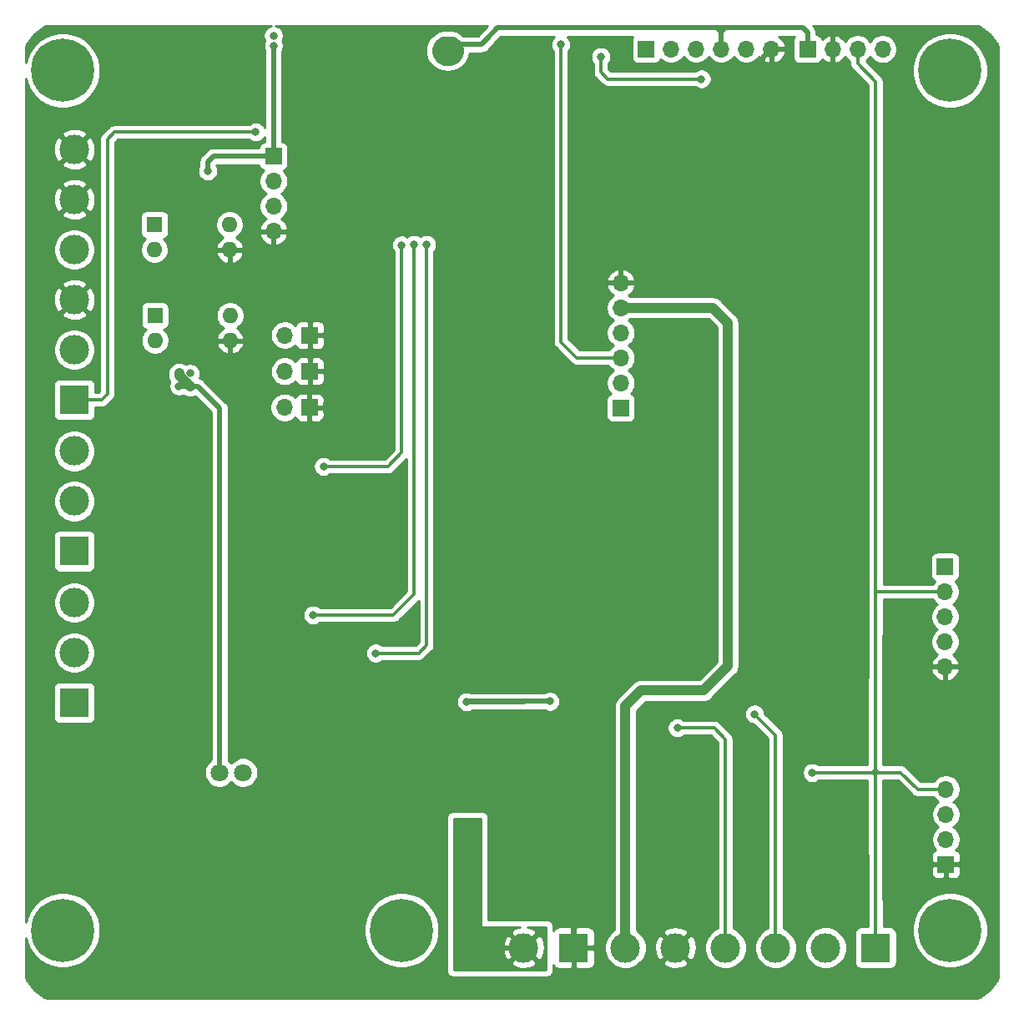
<source format=gbr>
G04 #@! TF.GenerationSoftware,KiCad,Pcbnew,(5.1.5)-3*
G04 #@! TF.CreationDate,2020-07-15T20:50:44-05:00*
G04 #@! TF.ProjectId,MaquinaCovid,4d617175-696e-4614-936f-7669642e6b69,rev?*
G04 #@! TF.SameCoordinates,Original*
G04 #@! TF.FileFunction,Copper,L2,Bot*
G04 #@! TF.FilePolarity,Positive*
%FSLAX46Y46*%
G04 Gerber Fmt 4.6, Leading zero omitted, Abs format (unit mm)*
G04 Created by KiCad (PCBNEW (5.1.5)-3) date 2020-07-15 20:50:44*
%MOMM*%
%LPD*%
G04 APERTURE LIST*
%ADD10C,0.800000*%
%ADD11C,6.400000*%
%ADD12O,1.700000X1.700000*%
%ADD13R,1.700000X1.700000*%
%ADD14O,1.600000X1.600000*%
%ADD15R,1.600000X1.600000*%
%ADD16C,3.000000*%
%ADD17R,3.000000X3.000000*%
%ADD18C,1.800000*%
%ADD19C,1.000000*%
%ADD20C,0.500000*%
%ADD21C,0.250000*%
%ADD22C,0.300000*%
%ADD23C,0.254000*%
G04 APERTURE END LIST*
D10*
X135987056Y-125478944D03*
X134290000Y-124776000D03*
X132592944Y-125478944D03*
X131890000Y-127176000D03*
X132592944Y-128873056D03*
X134290000Y-129576000D03*
X135987056Y-128873056D03*
X136690000Y-127176000D03*
D11*
X134290000Y-127176000D03*
D10*
X101613056Y-125478944D03*
X99916000Y-124776000D03*
X98218944Y-125478944D03*
X97516000Y-127176000D03*
X98218944Y-128873056D03*
X99916000Y-129576000D03*
X101613056Y-128873056D03*
X102316000Y-127176000D03*
D11*
X99916000Y-127176000D03*
D12*
X122457000Y-66805000D03*
D13*
X124997000Y-66805000D03*
D12*
X122446000Y-70475000D03*
D13*
X124986000Y-70475000D03*
D12*
X122427000Y-74131000D03*
D13*
X124967000Y-74131000D03*
D10*
X101613056Y-38252944D03*
X99916000Y-37550000D03*
X98218944Y-38252944D03*
X97516000Y-39950000D03*
X98218944Y-41647056D03*
X99916000Y-42350000D03*
X101613056Y-41647056D03*
X102316000Y-39950000D03*
D11*
X99916000Y-39950000D03*
D10*
X191637056Y-125478944D03*
X189940000Y-124776000D03*
X188242944Y-125478944D03*
X187540000Y-127176000D03*
X188242944Y-128873056D03*
X189940000Y-129576000D03*
X191637056Y-128873056D03*
X192340000Y-127176000D03*
D11*
X189940000Y-127176000D03*
D10*
X191637056Y-38252944D03*
X189940000Y-37550000D03*
X188242944Y-38252944D03*
X187540000Y-39950000D03*
X188242944Y-41647056D03*
X189940000Y-42350000D03*
X191637056Y-41647056D03*
X192340000Y-39950000D03*
D11*
X189940000Y-39950000D03*
D12*
X189442000Y-100452000D03*
X189442000Y-97912000D03*
X189442000Y-95372000D03*
X189442000Y-92832000D03*
D13*
X189442000Y-90292000D03*
D14*
X116897000Y-64814000D03*
X109277000Y-67354000D03*
X116897000Y-67354000D03*
D15*
X109277000Y-64814000D03*
D14*
X116856000Y-55596000D03*
X109236000Y-58136000D03*
X116856000Y-58136000D03*
D15*
X109236000Y-55596000D03*
D16*
X101087000Y-93924000D03*
X101087000Y-99004000D03*
D17*
X101087000Y-104084000D03*
D16*
X101087000Y-78563000D03*
X101087000Y-83643000D03*
D17*
X101087000Y-88723000D03*
D16*
X101100000Y-47950000D03*
X101100000Y-53030000D03*
X101100000Y-58110000D03*
D17*
X101100000Y-73350000D03*
D16*
X101100000Y-63190000D03*
X101100000Y-68270000D03*
X157005000Y-128952000D03*
X162085000Y-128952000D03*
X167165000Y-128952000D03*
D17*
X182405000Y-128952000D03*
D16*
X172245000Y-128952000D03*
X177325000Y-128952000D03*
X146687000Y-128957000D03*
D17*
X151767000Y-128957000D03*
D12*
X156544000Y-61484000D03*
X156544000Y-64024000D03*
X156544000Y-66564000D03*
X156544000Y-69104000D03*
X156544000Y-71644000D03*
D13*
X156544000Y-74184000D03*
D12*
X183105000Y-37787000D03*
X180565000Y-37787000D03*
X178025000Y-37787000D03*
D13*
X175485000Y-37787000D03*
D12*
X189518000Y-112879000D03*
X189518000Y-115419000D03*
X189518000Y-117959000D03*
D13*
X189518000Y-120499000D03*
D12*
X171808000Y-37767000D03*
X169268000Y-37767000D03*
X166728000Y-37767000D03*
X164188000Y-37767000D03*
X161648000Y-37767000D03*
D13*
X159108000Y-37767000D03*
D12*
X121307000Y-56266000D03*
X121307000Y-53726000D03*
X121307000Y-51186000D03*
D13*
X121307000Y-48646000D03*
D18*
X118205000Y-111172000D03*
X115805000Y-111172000D03*
D10*
X111702000Y-71974000D03*
X111721000Y-70679000D03*
X112848000Y-70679000D03*
X112834000Y-72006000D03*
X147338000Y-99080000D03*
X142292000Y-106781000D03*
X133054000Y-112741000D03*
X133037000Y-111527000D03*
X189492000Y-104135000D03*
X189513000Y-105629000D03*
X189534000Y-107250000D03*
X188250000Y-107229000D03*
X188250000Y-105650000D03*
X188250000Y-104114000D03*
X186526000Y-120482000D03*
X185461000Y-120482000D03*
X185451000Y-119345000D03*
X186526000Y-119345000D03*
X186548000Y-118083000D03*
X185509000Y-118088000D03*
X118715000Y-98957000D03*
X118720000Y-97719000D03*
X118720000Y-96506000D03*
X117609000Y-96506000D03*
X117609000Y-97719000D03*
X117638000Y-98918000D03*
X118807000Y-85241000D03*
X118795000Y-83876000D03*
X117577000Y-83876000D03*
X137345000Y-106781000D03*
X139173000Y-106794000D03*
X140804000Y-106794000D03*
X127178000Y-116072000D03*
X127196000Y-114724000D03*
X128651000Y-116072000D03*
X128654000Y-114747000D03*
X137818000Y-47929000D03*
X139244000Y-47972000D03*
X139266000Y-49483000D03*
X137754000Y-49483000D03*
X136385000Y-49456000D03*
X136382000Y-47987000D03*
X127503000Y-35954000D03*
X126139000Y-35936000D03*
X124470000Y-35936000D03*
X141000000Y-67250000D03*
X142500000Y-67250000D03*
X144000000Y-67250000D03*
X144000000Y-68750000D03*
X142500000Y-68750000D03*
X141000000Y-68750000D03*
X141000000Y-70250000D03*
X142500000Y-70250000D03*
X144000000Y-70250000D03*
X144000000Y-71750000D03*
X142500000Y-71750000D03*
X141000000Y-71750000D03*
X145500000Y-71750000D03*
X145500000Y-70250000D03*
X145500000Y-68750000D03*
X145500000Y-67250000D03*
X163500000Y-48250000D03*
X165500000Y-48250000D03*
X164500000Y-49750000D03*
X164500000Y-48250000D03*
X166500000Y-48250000D03*
X166500000Y-51250000D03*
X165500000Y-49750000D03*
X163500000Y-51250000D03*
X166500000Y-49750000D03*
X165500000Y-51250000D03*
X164500000Y-51250000D03*
X163500000Y-49750000D03*
X167500000Y-48250000D03*
X167500000Y-49750000D03*
X167500000Y-51250000D03*
X157000000Y-85250000D03*
X158500000Y-85250000D03*
X160000000Y-85250000D03*
X161500000Y-85250000D03*
X161500000Y-86750000D03*
X160000000Y-86750000D03*
X158500000Y-86750000D03*
X157000000Y-86750000D03*
X157000000Y-88250000D03*
X158500000Y-88250000D03*
X160000000Y-88250000D03*
X161500000Y-88250000D03*
X161500000Y-89750000D03*
X160000000Y-89750000D03*
X158500000Y-89750000D03*
X157000000Y-89750000D03*
X163500000Y-46750000D03*
X164500000Y-46750000D03*
X165500000Y-46750000D03*
X166500000Y-46750000D03*
X167500000Y-46750000D03*
X121305000Y-36421000D03*
X121307000Y-37423000D03*
X114629000Y-50148000D03*
X138203000Y-37302000D03*
X139777000Y-37302000D03*
X138214000Y-38721000D03*
X139795000Y-38724000D03*
X140899000Y-104001000D03*
X149350000Y-103950000D03*
X140720000Y-121584000D03*
X140720000Y-120548000D03*
X141890000Y-120576000D03*
X141890000Y-121605000D03*
X140720000Y-122567000D03*
X141892000Y-122560000D03*
X164714000Y-40820000D03*
X154514000Y-38542000D03*
X175964000Y-111200000D03*
X150443000Y-37326000D03*
X170109000Y-105253000D03*
X162269000Y-106635000D03*
X119500000Y-46200000D03*
X131659000Y-99074000D03*
X136830000Y-57602000D03*
X125330000Y-95185000D03*
X135578000Y-57603000D03*
X126378000Y-80127000D03*
X134304000Y-57660000D03*
D19*
X111721000Y-70893000D02*
X112834000Y-72006000D01*
X111721000Y-70679000D02*
X111721000Y-70893000D01*
D20*
X111712000Y-71984000D02*
X111702000Y-71974000D01*
X113596000Y-71984000D02*
X111712000Y-71984000D01*
X115851000Y-74239000D02*
X113596000Y-71984000D01*
X115406000Y-111138000D02*
X115851000Y-110693000D01*
X115851000Y-110693000D02*
X115851000Y-74239000D01*
X189492000Y-104135000D02*
X189492000Y-105608000D01*
X189492000Y-105608000D02*
X189513000Y-105629000D01*
X189534000Y-107250000D02*
X188271000Y-107250000D01*
X188271000Y-107250000D02*
X188250000Y-107229000D01*
X188250000Y-105650000D02*
X188250000Y-104114000D01*
X186526000Y-120482000D02*
X185461000Y-120482000D01*
X185451000Y-119345000D02*
X186526000Y-119345000D01*
X186548000Y-118083000D02*
X185514000Y-118083000D01*
X185514000Y-118083000D02*
X185509000Y-118088000D01*
X137818000Y-47929000D02*
X139201000Y-47929000D01*
X139201000Y-47929000D02*
X139244000Y-47972000D01*
X139266000Y-49483000D02*
X137754000Y-49483000D01*
X136385000Y-49456000D02*
X136385000Y-47990000D01*
X136385000Y-47990000D02*
X136382000Y-47987000D01*
X127503000Y-35954000D02*
X126157000Y-35954000D01*
X126157000Y-35954000D02*
X126139000Y-35936000D01*
X141000000Y-67250000D02*
X142500000Y-67250000D01*
X144000000Y-67250000D02*
X144000000Y-68750000D01*
X142500000Y-68750000D02*
X141000000Y-68750000D01*
X141000000Y-70250000D02*
X142500000Y-70250000D01*
X144000000Y-70250000D02*
X144000000Y-71750000D01*
X142500000Y-71750000D02*
X141000000Y-71750000D01*
X145500000Y-71750000D02*
X145500000Y-70250000D01*
X145500000Y-68750000D02*
X145500000Y-67250000D01*
X170958001Y-38616999D02*
X170958001Y-47291999D01*
X171808000Y-37767000D02*
X170958001Y-38616999D01*
X170958001Y-47291999D02*
X170000000Y-48250000D01*
X163500000Y-48250000D02*
X163500000Y-49750000D01*
X163500000Y-49750000D02*
X164500000Y-49750000D01*
X163500000Y-48250000D02*
X164500000Y-48250000D01*
X165500000Y-48250000D02*
X166500000Y-48250000D01*
X166500000Y-48250000D02*
X164500000Y-48250000D01*
X165500000Y-51250000D02*
X166500000Y-51250000D01*
X163500000Y-51250000D02*
X164500000Y-51250000D01*
X165500000Y-49750000D02*
X166500000Y-49750000D01*
X166500000Y-48250000D02*
X167500000Y-48250000D01*
X170000000Y-48250000D02*
X167500000Y-48250000D01*
X167500000Y-48250000D02*
X167500000Y-49750000D01*
X167500000Y-51250000D02*
X166500000Y-51250000D01*
X151767000Y-128957000D02*
X151767000Y-117483000D01*
X151767000Y-117483000D02*
X153000000Y-116250000D01*
X153000000Y-116250000D02*
X153000000Y-87750000D01*
X153000000Y-87750000D02*
X155500000Y-85250000D01*
X155500000Y-85250000D02*
X157000000Y-85250000D01*
X158500000Y-85250000D02*
X160000000Y-85250000D01*
X161500000Y-85250000D02*
X161500000Y-86750000D01*
X160000000Y-86750000D02*
X158500000Y-86750000D01*
X157000000Y-86750000D02*
X157000000Y-88250000D01*
X158500000Y-88250000D02*
X160000000Y-88250000D01*
X161500000Y-88250000D02*
X161500000Y-89750000D01*
X160000000Y-89750000D02*
X158500000Y-89750000D01*
X163500000Y-46750000D02*
X164500000Y-46750000D01*
X165500000Y-46750000D02*
X166500000Y-46750000D01*
D19*
X167400000Y-65550000D02*
X165874000Y-64024000D01*
X157005000Y-104445000D02*
X158600000Y-102850000D01*
X157005000Y-128952000D02*
X157005000Y-104445000D01*
X164950000Y-102850000D02*
X167400000Y-100400000D01*
X167400000Y-100400000D02*
X167400000Y-65550000D01*
X158600000Y-102850000D02*
X164950000Y-102850000D01*
X165874000Y-64024000D02*
X156544000Y-64024000D01*
D20*
X121307000Y-48646000D02*
X121307000Y-37423000D01*
X114629000Y-49220000D02*
X114629000Y-50148000D01*
X121307000Y-48646000D02*
X115203000Y-48646000D01*
X115203000Y-48646000D02*
X114629000Y-49220000D01*
X138203000Y-37302000D02*
X142424000Y-37302000D01*
X142424000Y-37302000D02*
X142919000Y-36807000D01*
X142919000Y-36807000D02*
X142919000Y-36743000D01*
X142919000Y-36743000D02*
X144032000Y-35630000D01*
X144032000Y-35630000D02*
X166348000Y-35630000D01*
X166728000Y-36010000D02*
X166728000Y-37767000D01*
X166348000Y-35630000D02*
X166405000Y-35659000D01*
X166405000Y-35659000D02*
X166728000Y-36010000D01*
X166444000Y-35620000D02*
X166405000Y-35659000D01*
X166732000Y-36010000D02*
X167122000Y-35620000D01*
X166728000Y-36010000D02*
X166732000Y-36010000D01*
X167122000Y-35620000D02*
X166444000Y-35620000D01*
X175485000Y-37787000D02*
X175485000Y-36099000D01*
X175006000Y-35620000D02*
X167122000Y-35620000D01*
X175485000Y-36099000D02*
X175006000Y-35620000D01*
D21*
X139795000Y-37320000D02*
X139777000Y-37302000D01*
X139795000Y-38724000D02*
X139795000Y-37320000D01*
D20*
X146701000Y-104001000D02*
X140899000Y-104001000D01*
X146701000Y-104001000D02*
X142749000Y-104001000D01*
X140950000Y-103950000D02*
X140899000Y-104001000D01*
X149350000Y-103950000D02*
X140950000Y-103950000D01*
X140720000Y-127527000D02*
X140720000Y-121584000D01*
X146687000Y-128957000D02*
X142150000Y-128957000D01*
X142150000Y-128957000D02*
X140720000Y-127527000D01*
D19*
X140833000Y-120548000D02*
X141890000Y-121605000D01*
X140720000Y-120548000D02*
X140833000Y-120548000D01*
D22*
X182484000Y-92832000D02*
X189442000Y-92832000D01*
X182405000Y-92911000D02*
X182484000Y-92832000D01*
X175964000Y-111200000D02*
X175989000Y-111175000D01*
X186656000Y-112879000D02*
X189518000Y-112879000D01*
X184952000Y-111175000D02*
X186656000Y-112879000D01*
X182082000Y-111092000D02*
X182338000Y-110836000D01*
X182082000Y-111175000D02*
X182082000Y-111092000D01*
X175989000Y-111175000D02*
X182082000Y-111175000D01*
X182338000Y-110836000D02*
X182405000Y-92911000D01*
X182338000Y-110864000D02*
X182649000Y-111175000D01*
X182338000Y-110836000D02*
X182338000Y-110864000D01*
X182649000Y-111175000D02*
X184952000Y-111175000D01*
X182405000Y-92911000D02*
X182405000Y-41424000D01*
X182405000Y-41424000D02*
X182405000Y-41094000D01*
X180565000Y-39254000D02*
X180565000Y-37787000D01*
X182405000Y-41094000D02*
X180565000Y-39254000D01*
X182341906Y-111434906D02*
X182082000Y-111175000D01*
X182405000Y-128952000D02*
X182341906Y-111891906D01*
X182341906Y-111891906D02*
X182341906Y-111434906D01*
X182340978Y-111640978D02*
X182340978Y-111409022D01*
X182340978Y-111409022D02*
X182600000Y-111150000D01*
X182340978Y-111640978D02*
X182338000Y-110836000D01*
X182082000Y-111175000D02*
X182600000Y-111150000D01*
X182341906Y-111891906D02*
X182340978Y-111640978D01*
X182600000Y-111150000D02*
X182649000Y-111175000D01*
X164714000Y-40820000D02*
X155210000Y-40820000D01*
X154514000Y-40124000D02*
X154514000Y-38542000D01*
X155210000Y-40820000D02*
X154514000Y-40124000D01*
X150443000Y-67485000D02*
X150443000Y-37326000D01*
X156544000Y-69104000D02*
X152062000Y-69104000D01*
X152062000Y-69104000D02*
X150443000Y-67485000D01*
X172245000Y-107389000D02*
X172245000Y-128952000D01*
X170109000Y-105253000D02*
X172245000Y-107389000D01*
X167165000Y-128952000D02*
X167165000Y-107791000D01*
X167165000Y-107791000D02*
X166009000Y-106635000D01*
X166009000Y-106635000D02*
X162269000Y-106635000D01*
X104450000Y-46950000D02*
X105200000Y-46200000D01*
X105200000Y-46200000D02*
X119500000Y-46200000D01*
X104450000Y-72800000D02*
X104450000Y-46950000D01*
X101100000Y-73350000D02*
X103900000Y-73350000D01*
X103900000Y-73350000D02*
X104450000Y-72800000D01*
X136830000Y-94352000D02*
X136830000Y-57602000D01*
X136830000Y-98270000D02*
X136830000Y-94352000D01*
X136026000Y-99074000D02*
X136830000Y-98270000D01*
X131659000Y-99074000D02*
X136026000Y-99074000D01*
X135578000Y-93085000D02*
X135578000Y-57603000D01*
X125330000Y-95185000D02*
X133478000Y-95185000D01*
X133478000Y-95185000D02*
X135578000Y-93085000D01*
X134304000Y-78725000D02*
X134304000Y-57660000D01*
X126378000Y-80127000D02*
X132902000Y-80127000D01*
X132902000Y-80127000D02*
X134304000Y-78725000D01*
D23*
G36*
X139303004Y-36595157D02*
G01*
X139510758Y-36645034D01*
X139708158Y-36726800D01*
X139890331Y-36838436D01*
X140052801Y-36977199D01*
X140191564Y-37139669D01*
X140303200Y-37321842D01*
X140384966Y-37519242D01*
X140434843Y-37726996D01*
X140451607Y-37940000D01*
X140434843Y-38153004D01*
X140384966Y-38360758D01*
X140303200Y-38558158D01*
X140191564Y-38740331D01*
X140052801Y-38902801D01*
X139890331Y-39041564D01*
X139708158Y-39153200D01*
X139510758Y-39234966D01*
X139303004Y-39284843D01*
X139085004Y-39302000D01*
X138856996Y-39302000D01*
X138638996Y-39284843D01*
X138431242Y-39234966D01*
X138233842Y-39153200D01*
X138051669Y-39041564D01*
X137889199Y-38902801D01*
X137750436Y-38740331D01*
X137638800Y-38558158D01*
X137557034Y-38360758D01*
X137507157Y-38153004D01*
X137490393Y-37940000D01*
X137507157Y-37726996D01*
X137557034Y-37519242D01*
X137638800Y-37321842D01*
X137750436Y-37139669D01*
X137889199Y-36977199D01*
X138051669Y-36838436D01*
X138233842Y-36726800D01*
X138431242Y-36645034D01*
X138638996Y-36595157D01*
X138856996Y-36578000D01*
X139085004Y-36578000D01*
X139303004Y-36595157D01*
G37*
X139303004Y-36595157D02*
X139510758Y-36645034D01*
X139708158Y-36726800D01*
X139890331Y-36838436D01*
X140052801Y-36977199D01*
X140191564Y-37139669D01*
X140303200Y-37321842D01*
X140384966Y-37519242D01*
X140434843Y-37726996D01*
X140451607Y-37940000D01*
X140434843Y-38153004D01*
X140384966Y-38360758D01*
X140303200Y-38558158D01*
X140191564Y-38740331D01*
X140052801Y-38902801D01*
X139890331Y-39041564D01*
X139708158Y-39153200D01*
X139510758Y-39234966D01*
X139303004Y-39284843D01*
X139085004Y-39302000D01*
X138856996Y-39302000D01*
X138638996Y-39284843D01*
X138431242Y-39234966D01*
X138233842Y-39153200D01*
X138051669Y-39041564D01*
X137889199Y-38902801D01*
X137750436Y-38740331D01*
X137638800Y-38558158D01*
X137557034Y-38360758D01*
X137507157Y-38153004D01*
X137490393Y-37940000D01*
X137507157Y-37726996D01*
X137557034Y-37519242D01*
X137638800Y-37321842D01*
X137750436Y-37139669D01*
X137889199Y-36977199D01*
X138051669Y-36838436D01*
X138233842Y-36726800D01*
X138431242Y-36645034D01*
X138638996Y-36595157D01*
X138856996Y-36578000D01*
X139085004Y-36578000D01*
X139303004Y-36595157D01*
G36*
X142362000Y-126726000D02*
G01*
X142364440Y-126750776D01*
X142371667Y-126774601D01*
X142383403Y-126796557D01*
X142399197Y-126815803D01*
X142418443Y-126831597D01*
X142440399Y-126843333D01*
X142464224Y-126850560D01*
X142489000Y-126853000D01*
X146299563Y-126853000D01*
X146226549Y-126861666D01*
X145826617Y-126991757D01*
X145530962Y-127149786D01*
X145374952Y-127465347D01*
X146687000Y-128777395D01*
X147999048Y-127465347D01*
X147843038Y-127149786D01*
X147468255Y-126958980D01*
X147092007Y-126853000D01*
X148910000Y-126853000D01*
X148910000Y-131192000D01*
X139612000Y-131192000D01*
X139612000Y-130448653D01*
X145374952Y-130448653D01*
X145530962Y-130764214D01*
X145905745Y-130955020D01*
X146310551Y-131069044D01*
X146729824Y-131101902D01*
X147147451Y-131052334D01*
X147547383Y-130922243D01*
X147843038Y-130764214D01*
X147999048Y-130448653D01*
X146687000Y-129136605D01*
X145374952Y-130448653D01*
X139612000Y-130448653D01*
X139612000Y-128999824D01*
X144542098Y-128999824D01*
X144591666Y-129417451D01*
X144721757Y-129817383D01*
X144879786Y-130113038D01*
X145195347Y-130269048D01*
X146507395Y-128957000D01*
X146866605Y-128957000D01*
X148178653Y-130269048D01*
X148494214Y-130113038D01*
X148685020Y-129738255D01*
X148799044Y-129333449D01*
X148831902Y-128914176D01*
X148782334Y-128496549D01*
X148652243Y-128096617D01*
X148494214Y-127800962D01*
X148178653Y-127644952D01*
X146866605Y-128957000D01*
X146507395Y-128957000D01*
X145195347Y-127644952D01*
X144879786Y-127800962D01*
X144688980Y-128175745D01*
X144574956Y-128580551D01*
X144542098Y-128999824D01*
X139612000Y-128999824D01*
X139612000Y-115873000D01*
X142362000Y-115873000D01*
X142362000Y-126726000D01*
G37*
X142362000Y-126726000D02*
X142364440Y-126750776D01*
X142371667Y-126774601D01*
X142383403Y-126796557D01*
X142399197Y-126815803D01*
X142418443Y-126831597D01*
X142440399Y-126843333D01*
X142464224Y-126850560D01*
X142489000Y-126853000D01*
X146299563Y-126853000D01*
X146226549Y-126861666D01*
X145826617Y-126991757D01*
X145530962Y-127149786D01*
X145374952Y-127465347D01*
X146687000Y-128777395D01*
X147999048Y-127465347D01*
X147843038Y-127149786D01*
X147468255Y-126958980D01*
X147092007Y-126853000D01*
X148910000Y-126853000D01*
X148910000Y-131192000D01*
X139612000Y-131192000D01*
X139612000Y-130448653D01*
X145374952Y-130448653D01*
X145530962Y-130764214D01*
X145905745Y-130955020D01*
X146310551Y-131069044D01*
X146729824Y-131101902D01*
X147147451Y-131052334D01*
X147547383Y-130922243D01*
X147843038Y-130764214D01*
X147999048Y-130448653D01*
X146687000Y-129136605D01*
X145374952Y-130448653D01*
X139612000Y-130448653D01*
X139612000Y-128999824D01*
X144542098Y-128999824D01*
X144591666Y-129417451D01*
X144721757Y-129817383D01*
X144879786Y-130113038D01*
X145195347Y-130269048D01*
X146507395Y-128957000D01*
X146866605Y-128957000D01*
X148178653Y-130269048D01*
X148494214Y-130113038D01*
X148685020Y-129738255D01*
X148799044Y-129333449D01*
X148831902Y-128914176D01*
X148782334Y-128496549D01*
X148652243Y-128096617D01*
X148494214Y-127800962D01*
X148178653Y-127644952D01*
X146866605Y-128957000D01*
X146507395Y-128957000D01*
X145195347Y-127644952D01*
X144879786Y-127800962D01*
X144688980Y-128175745D01*
X144574956Y-128580551D01*
X144542098Y-128999824D01*
X139612000Y-128999824D01*
X139612000Y-115873000D01*
X142362000Y-115873000D01*
X142362000Y-126726000D01*
G36*
X121003102Y-35425774D02*
G01*
X120814744Y-35503795D01*
X120645226Y-35617063D01*
X120501063Y-35761226D01*
X120387795Y-35930744D01*
X120309774Y-36119102D01*
X120270000Y-36319061D01*
X120270000Y-36522939D01*
X120309774Y-36722898D01*
X120387795Y-36911256D01*
X120395974Y-36923497D01*
X120389795Y-36932744D01*
X120311774Y-37121102D01*
X120272000Y-37321061D01*
X120272000Y-37524939D01*
X120311774Y-37724898D01*
X120389795Y-37913256D01*
X120422001Y-37961456D01*
X120422000Y-45721321D01*
X120417205Y-45709744D01*
X120303937Y-45540226D01*
X120159774Y-45396063D01*
X119990256Y-45282795D01*
X119801898Y-45204774D01*
X119601939Y-45165000D01*
X119398061Y-45165000D01*
X119198102Y-45204774D01*
X119009744Y-45282795D01*
X118840226Y-45396063D01*
X118821289Y-45415000D01*
X105238552Y-45415000D01*
X105199999Y-45411203D01*
X105161446Y-45415000D01*
X105161439Y-45415000D01*
X105060490Y-45424943D01*
X105046112Y-45426359D01*
X104898140Y-45471246D01*
X104761767Y-45544138D01*
X104701559Y-45593550D01*
X104672187Y-45617655D01*
X104672184Y-45617658D01*
X104642236Y-45642236D01*
X104617657Y-45672185D01*
X103922185Y-46367658D01*
X103892237Y-46392236D01*
X103867659Y-46422184D01*
X103867655Y-46422188D01*
X103837980Y-46458347D01*
X103794139Y-46511767D01*
X103755177Y-46584660D01*
X103721246Y-46648141D01*
X103676359Y-46796114D01*
X103661203Y-46950000D01*
X103665001Y-46988563D01*
X103665000Y-72474842D01*
X103574843Y-72565000D01*
X103238072Y-72565000D01*
X103238072Y-71850000D01*
X103225812Y-71725518D01*
X103189502Y-71605820D01*
X103130537Y-71495506D01*
X103051185Y-71398815D01*
X102954494Y-71319463D01*
X102844180Y-71260498D01*
X102724482Y-71224188D01*
X102600000Y-71211928D01*
X99600000Y-71211928D01*
X99475518Y-71224188D01*
X99355820Y-71260498D01*
X99245506Y-71319463D01*
X99148815Y-71398815D01*
X99069463Y-71495506D01*
X99010498Y-71605820D01*
X98974188Y-71725518D01*
X98961928Y-71850000D01*
X98961928Y-74850000D01*
X98974188Y-74974482D01*
X99010498Y-75094180D01*
X99069463Y-75204494D01*
X99148815Y-75301185D01*
X99245506Y-75380537D01*
X99355820Y-75439502D01*
X99475518Y-75475812D01*
X99600000Y-75488072D01*
X102600000Y-75488072D01*
X102724482Y-75475812D01*
X102844180Y-75439502D01*
X102954494Y-75380537D01*
X103051185Y-75301185D01*
X103130537Y-75204494D01*
X103189502Y-75094180D01*
X103225812Y-74974482D01*
X103238072Y-74850000D01*
X103238072Y-74135000D01*
X103861447Y-74135000D01*
X103900000Y-74138797D01*
X103938553Y-74135000D01*
X103938561Y-74135000D01*
X104053887Y-74123641D01*
X104201860Y-74078754D01*
X104338233Y-74005862D01*
X104457764Y-73907764D01*
X104482346Y-73877811D01*
X104977816Y-73382342D01*
X105007764Y-73357764D01*
X105105862Y-73238233D01*
X105178754Y-73101860D01*
X105223641Y-72953887D01*
X105235000Y-72838561D01*
X105235000Y-72838554D01*
X105238797Y-72800001D01*
X105235000Y-72761448D01*
X105235000Y-70893000D01*
X110580509Y-70893000D01*
X110586000Y-70948751D01*
X110586000Y-70948752D01*
X110602423Y-71115499D01*
X110667324Y-71329447D01*
X110769515Y-71520634D01*
X110706774Y-71672102D01*
X110667000Y-71872061D01*
X110667000Y-72075939D01*
X110706774Y-72275898D01*
X110784795Y-72464256D01*
X110898063Y-72633774D01*
X111042226Y-72777937D01*
X111211744Y-72891205D01*
X111400102Y-72969226D01*
X111600061Y-73009000D01*
X111803939Y-73009000D01*
X112003898Y-72969226D01*
X112146573Y-72910128D01*
X112200377Y-72954284D01*
X112397553Y-73059676D01*
X112611501Y-73124577D01*
X112834000Y-73146491D01*
X113056499Y-73124577D01*
X113270447Y-73059676D01*
X113367971Y-73007549D01*
X114966001Y-74605580D01*
X114966000Y-109886474D01*
X114826495Y-109979688D01*
X114612688Y-110193495D01*
X114444701Y-110444905D01*
X114328989Y-110724257D01*
X114270000Y-111020816D01*
X114270000Y-111323184D01*
X114328989Y-111619743D01*
X114444701Y-111899095D01*
X114612688Y-112150505D01*
X114826495Y-112364312D01*
X115077905Y-112532299D01*
X115357257Y-112648011D01*
X115653816Y-112707000D01*
X115956184Y-112707000D01*
X116252743Y-112648011D01*
X116532095Y-112532299D01*
X116783505Y-112364312D01*
X116997312Y-112150505D01*
X117005000Y-112138999D01*
X117012688Y-112150505D01*
X117226495Y-112364312D01*
X117477905Y-112532299D01*
X117757257Y-112648011D01*
X118053816Y-112707000D01*
X118356184Y-112707000D01*
X118652743Y-112648011D01*
X118932095Y-112532299D01*
X119183505Y-112364312D01*
X119397312Y-112150505D01*
X119565299Y-111899095D01*
X119681011Y-111619743D01*
X119740000Y-111323184D01*
X119740000Y-111020816D01*
X119681011Y-110724257D01*
X119565299Y-110444905D01*
X119397312Y-110193495D01*
X119183505Y-109979688D01*
X118932095Y-109811701D01*
X118652743Y-109695989D01*
X118356184Y-109637000D01*
X118053816Y-109637000D01*
X117757257Y-109695989D01*
X117477905Y-109811701D01*
X117226495Y-109979688D01*
X117012688Y-110193495D01*
X117005000Y-110205001D01*
X116997312Y-110193495D01*
X116783505Y-109979688D01*
X116736000Y-109947946D01*
X116736000Y-103899061D01*
X139864000Y-103899061D01*
X139864000Y-104102939D01*
X139903774Y-104302898D01*
X139981795Y-104491256D01*
X140095063Y-104660774D01*
X140239226Y-104804937D01*
X140408744Y-104918205D01*
X140597102Y-104996226D01*
X140797061Y-105036000D01*
X141000939Y-105036000D01*
X141200898Y-104996226D01*
X141389256Y-104918205D01*
X141437454Y-104886000D01*
X146744477Y-104886000D01*
X146874490Y-104873195D01*
X147000400Y-104835000D01*
X148811546Y-104835000D01*
X148859744Y-104867205D01*
X149048102Y-104945226D01*
X149248061Y-104985000D01*
X149451939Y-104985000D01*
X149651898Y-104945226D01*
X149840256Y-104867205D01*
X150009774Y-104753937D01*
X150153937Y-104609774D01*
X150267205Y-104440256D01*
X150345226Y-104251898D01*
X150385000Y-104051939D01*
X150385000Y-103848061D01*
X150345226Y-103648102D01*
X150267205Y-103459744D01*
X150153937Y-103290226D01*
X150009774Y-103146063D01*
X149840256Y-103032795D01*
X149651898Y-102954774D01*
X149451939Y-102915000D01*
X149248061Y-102915000D01*
X149048102Y-102954774D01*
X148859744Y-103032795D01*
X148811546Y-103065000D01*
X141343881Y-103065000D01*
X141200898Y-103005774D01*
X141000939Y-102966000D01*
X140797061Y-102966000D01*
X140597102Y-103005774D01*
X140408744Y-103083795D01*
X140239226Y-103197063D01*
X140095063Y-103341226D01*
X139981795Y-103510744D01*
X139903774Y-103699102D01*
X139864000Y-103899061D01*
X116736000Y-103899061D01*
X116736000Y-95083061D01*
X124295000Y-95083061D01*
X124295000Y-95286939D01*
X124334774Y-95486898D01*
X124412795Y-95675256D01*
X124526063Y-95844774D01*
X124670226Y-95988937D01*
X124839744Y-96102205D01*
X125028102Y-96180226D01*
X125228061Y-96220000D01*
X125431939Y-96220000D01*
X125631898Y-96180226D01*
X125820256Y-96102205D01*
X125989774Y-95988937D01*
X126008711Y-95970000D01*
X133439447Y-95970000D01*
X133478000Y-95973797D01*
X133516553Y-95970000D01*
X133516561Y-95970000D01*
X133631887Y-95958641D01*
X133779860Y-95913754D01*
X133916233Y-95840862D01*
X134035764Y-95742764D01*
X134060347Y-95712810D01*
X136045000Y-93728158D01*
X136045000Y-94390560D01*
X136045001Y-94390570D01*
X136045000Y-97944843D01*
X135700843Y-98289000D01*
X132337711Y-98289000D01*
X132318774Y-98270063D01*
X132149256Y-98156795D01*
X131960898Y-98078774D01*
X131760939Y-98039000D01*
X131557061Y-98039000D01*
X131357102Y-98078774D01*
X131168744Y-98156795D01*
X130999226Y-98270063D01*
X130855063Y-98414226D01*
X130741795Y-98583744D01*
X130663774Y-98772102D01*
X130624000Y-98972061D01*
X130624000Y-99175939D01*
X130663774Y-99375898D01*
X130741795Y-99564256D01*
X130855063Y-99733774D01*
X130999226Y-99877937D01*
X131168744Y-99991205D01*
X131357102Y-100069226D01*
X131557061Y-100109000D01*
X131760939Y-100109000D01*
X131960898Y-100069226D01*
X132149256Y-99991205D01*
X132318774Y-99877937D01*
X132337711Y-99859000D01*
X135987447Y-99859000D01*
X136026000Y-99862797D01*
X136064553Y-99859000D01*
X136064561Y-99859000D01*
X136179887Y-99847641D01*
X136327860Y-99802754D01*
X136464233Y-99729862D01*
X136583764Y-99631764D01*
X136608347Y-99601810D01*
X137357811Y-98852346D01*
X137387764Y-98827764D01*
X137485862Y-98708233D01*
X137558754Y-98571860D01*
X137558754Y-98571859D01*
X137603642Y-98423887D01*
X137611395Y-98345158D01*
X137615000Y-98308561D01*
X137615000Y-98308556D01*
X137618797Y-98270000D01*
X137615000Y-98231444D01*
X137615000Y-58280711D01*
X137633937Y-58261774D01*
X137747205Y-58092256D01*
X137825226Y-57903898D01*
X137865000Y-57703939D01*
X137865000Y-57500061D01*
X137825226Y-57300102D01*
X137747205Y-57111744D01*
X137633937Y-56942226D01*
X137489774Y-56798063D01*
X137320256Y-56684795D01*
X137131898Y-56606774D01*
X136931939Y-56567000D01*
X136728061Y-56567000D01*
X136528102Y-56606774D01*
X136339744Y-56684795D01*
X136203252Y-56775996D01*
X136068256Y-56685795D01*
X135879898Y-56607774D01*
X135679939Y-56568000D01*
X135476061Y-56568000D01*
X135276102Y-56607774D01*
X135087744Y-56685795D01*
X134918226Y-56799063D01*
X134902301Y-56814988D01*
X134794256Y-56742795D01*
X134605898Y-56664774D01*
X134405939Y-56625000D01*
X134202061Y-56625000D01*
X134002102Y-56664774D01*
X133813744Y-56742795D01*
X133644226Y-56856063D01*
X133500063Y-57000226D01*
X133386795Y-57169744D01*
X133308774Y-57358102D01*
X133269000Y-57558061D01*
X133269000Y-57761939D01*
X133308774Y-57961898D01*
X133386795Y-58150256D01*
X133500063Y-58319774D01*
X133519001Y-58338712D01*
X133519000Y-78399842D01*
X132576843Y-79342000D01*
X127056711Y-79342000D01*
X127037774Y-79323063D01*
X126868256Y-79209795D01*
X126679898Y-79131774D01*
X126479939Y-79092000D01*
X126276061Y-79092000D01*
X126076102Y-79131774D01*
X125887744Y-79209795D01*
X125718226Y-79323063D01*
X125574063Y-79467226D01*
X125460795Y-79636744D01*
X125382774Y-79825102D01*
X125343000Y-80025061D01*
X125343000Y-80228939D01*
X125382774Y-80428898D01*
X125460795Y-80617256D01*
X125574063Y-80786774D01*
X125718226Y-80930937D01*
X125887744Y-81044205D01*
X126076102Y-81122226D01*
X126276061Y-81162000D01*
X126479939Y-81162000D01*
X126679898Y-81122226D01*
X126868256Y-81044205D01*
X127037774Y-80930937D01*
X127056711Y-80912000D01*
X132863447Y-80912000D01*
X132902000Y-80915797D01*
X132940553Y-80912000D01*
X132940561Y-80912000D01*
X133055887Y-80900641D01*
X133203860Y-80855754D01*
X133340233Y-80782862D01*
X133459764Y-80684764D01*
X133484347Y-80654810D01*
X134793000Y-79346158D01*
X134793000Y-92759842D01*
X133152843Y-94400000D01*
X126008711Y-94400000D01*
X125989774Y-94381063D01*
X125820256Y-94267795D01*
X125631898Y-94189774D01*
X125431939Y-94150000D01*
X125228061Y-94150000D01*
X125028102Y-94189774D01*
X124839744Y-94267795D01*
X124670226Y-94381063D01*
X124526063Y-94525226D01*
X124412795Y-94694744D01*
X124334774Y-94883102D01*
X124295000Y-95083061D01*
X116736000Y-95083061D01*
X116736000Y-74282469D01*
X116740281Y-74239000D01*
X116736000Y-74195531D01*
X116736000Y-74195523D01*
X116723195Y-74065510D01*
X116698694Y-73984740D01*
X120942000Y-73984740D01*
X120942000Y-74277260D01*
X120999068Y-74564158D01*
X121111010Y-74834411D01*
X121273525Y-75077632D01*
X121480368Y-75284475D01*
X121723589Y-75446990D01*
X121993842Y-75558932D01*
X122280740Y-75616000D01*
X122573260Y-75616000D01*
X122860158Y-75558932D01*
X123130411Y-75446990D01*
X123373632Y-75284475D01*
X123505487Y-75152620D01*
X123527498Y-75225180D01*
X123586463Y-75335494D01*
X123665815Y-75432185D01*
X123762506Y-75511537D01*
X123872820Y-75570502D01*
X123992518Y-75606812D01*
X124117000Y-75619072D01*
X124681250Y-75616000D01*
X124840000Y-75457250D01*
X124840000Y-74258000D01*
X125094000Y-74258000D01*
X125094000Y-75457250D01*
X125252750Y-75616000D01*
X125817000Y-75619072D01*
X125941482Y-75606812D01*
X126061180Y-75570502D01*
X126171494Y-75511537D01*
X126268185Y-75432185D01*
X126347537Y-75335494D01*
X126406502Y-75225180D01*
X126442812Y-75105482D01*
X126455072Y-74981000D01*
X126452000Y-74416750D01*
X126293250Y-74258000D01*
X125094000Y-74258000D01*
X124840000Y-74258000D01*
X124820000Y-74258000D01*
X124820000Y-74004000D01*
X124840000Y-74004000D01*
X124840000Y-72804750D01*
X125094000Y-72804750D01*
X125094000Y-74004000D01*
X126293250Y-74004000D01*
X126452000Y-73845250D01*
X126455072Y-73281000D01*
X126442812Y-73156518D01*
X126406502Y-73036820D01*
X126347537Y-72926506D01*
X126268185Y-72829815D01*
X126171494Y-72750463D01*
X126061180Y-72691498D01*
X125941482Y-72655188D01*
X125817000Y-72642928D01*
X125252750Y-72646000D01*
X125094000Y-72804750D01*
X124840000Y-72804750D01*
X124681250Y-72646000D01*
X124117000Y-72642928D01*
X123992518Y-72655188D01*
X123872820Y-72691498D01*
X123762506Y-72750463D01*
X123665815Y-72829815D01*
X123586463Y-72926506D01*
X123527498Y-73036820D01*
X123505487Y-73109380D01*
X123373632Y-72977525D01*
X123130411Y-72815010D01*
X122860158Y-72703068D01*
X122573260Y-72646000D01*
X122280740Y-72646000D01*
X121993842Y-72703068D01*
X121723589Y-72815010D01*
X121480368Y-72977525D01*
X121273525Y-73184368D01*
X121111010Y-73427589D01*
X120999068Y-73697842D01*
X120942000Y-73984740D01*
X116698694Y-73984740D01*
X116672589Y-73898687D01*
X116672589Y-73898686D01*
X116590411Y-73744941D01*
X116507532Y-73643953D01*
X116507530Y-73643951D01*
X116479817Y-73610183D01*
X116446049Y-73582470D01*
X114252532Y-71388954D01*
X114224817Y-71355183D01*
X114090059Y-71244589D01*
X113936313Y-71162411D01*
X113786824Y-71117063D01*
X113843226Y-70980898D01*
X113883000Y-70780939D01*
X113883000Y-70577061D01*
X113843226Y-70377102D01*
X113823194Y-70328740D01*
X120961000Y-70328740D01*
X120961000Y-70621260D01*
X121018068Y-70908158D01*
X121130010Y-71178411D01*
X121292525Y-71421632D01*
X121499368Y-71628475D01*
X121742589Y-71790990D01*
X122012842Y-71902932D01*
X122299740Y-71960000D01*
X122592260Y-71960000D01*
X122879158Y-71902932D01*
X123149411Y-71790990D01*
X123392632Y-71628475D01*
X123524487Y-71496620D01*
X123546498Y-71569180D01*
X123605463Y-71679494D01*
X123684815Y-71776185D01*
X123781506Y-71855537D01*
X123891820Y-71914502D01*
X124011518Y-71950812D01*
X124136000Y-71963072D01*
X124700250Y-71960000D01*
X124859000Y-71801250D01*
X124859000Y-70602000D01*
X125113000Y-70602000D01*
X125113000Y-71801250D01*
X125271750Y-71960000D01*
X125836000Y-71963072D01*
X125960482Y-71950812D01*
X126080180Y-71914502D01*
X126190494Y-71855537D01*
X126287185Y-71776185D01*
X126366537Y-71679494D01*
X126425502Y-71569180D01*
X126461812Y-71449482D01*
X126474072Y-71325000D01*
X126471000Y-70760750D01*
X126312250Y-70602000D01*
X125113000Y-70602000D01*
X124859000Y-70602000D01*
X124839000Y-70602000D01*
X124839000Y-70348000D01*
X124859000Y-70348000D01*
X124859000Y-69148750D01*
X125113000Y-69148750D01*
X125113000Y-70348000D01*
X126312250Y-70348000D01*
X126471000Y-70189250D01*
X126474072Y-69625000D01*
X126461812Y-69500518D01*
X126425502Y-69380820D01*
X126366537Y-69270506D01*
X126287185Y-69173815D01*
X126190494Y-69094463D01*
X126080180Y-69035498D01*
X125960482Y-68999188D01*
X125836000Y-68986928D01*
X125271750Y-68990000D01*
X125113000Y-69148750D01*
X124859000Y-69148750D01*
X124700250Y-68990000D01*
X124136000Y-68986928D01*
X124011518Y-68999188D01*
X123891820Y-69035498D01*
X123781506Y-69094463D01*
X123684815Y-69173815D01*
X123605463Y-69270506D01*
X123546498Y-69380820D01*
X123524487Y-69453380D01*
X123392632Y-69321525D01*
X123149411Y-69159010D01*
X122879158Y-69047068D01*
X122592260Y-68990000D01*
X122299740Y-68990000D01*
X122012842Y-69047068D01*
X121742589Y-69159010D01*
X121499368Y-69321525D01*
X121292525Y-69528368D01*
X121130010Y-69771589D01*
X121018068Y-70041842D01*
X120961000Y-70328740D01*
X113823194Y-70328740D01*
X113765205Y-70188744D01*
X113651937Y-70019226D01*
X113507774Y-69875063D01*
X113338256Y-69761795D01*
X113149898Y-69683774D01*
X112949939Y-69644000D01*
X112746061Y-69644000D01*
X112546102Y-69683774D01*
X112380837Y-69752229D01*
X112354623Y-69730716D01*
X112157446Y-69625324D01*
X111943498Y-69560423D01*
X111721000Y-69538509D01*
X111498501Y-69560423D01*
X111284553Y-69625324D01*
X111087377Y-69730716D01*
X110914551Y-69872551D01*
X110772716Y-70045377D01*
X110667324Y-70242554D01*
X110602423Y-70456502D01*
X110586000Y-70623249D01*
X110586000Y-70837249D01*
X110580509Y-70893000D01*
X105235000Y-70893000D01*
X105235000Y-64014000D01*
X107838928Y-64014000D01*
X107838928Y-65614000D01*
X107851188Y-65738482D01*
X107887498Y-65858180D01*
X107946463Y-65968494D01*
X108025815Y-66065185D01*
X108122506Y-66144537D01*
X108232820Y-66203502D01*
X108352518Y-66239812D01*
X108360961Y-66240643D01*
X108162363Y-66439241D01*
X108005320Y-66674273D01*
X107897147Y-66935426D01*
X107842000Y-67212665D01*
X107842000Y-67495335D01*
X107897147Y-67772574D01*
X108005320Y-68033727D01*
X108162363Y-68268759D01*
X108362241Y-68468637D01*
X108597273Y-68625680D01*
X108858426Y-68733853D01*
X109135665Y-68789000D01*
X109418335Y-68789000D01*
X109695574Y-68733853D01*
X109956727Y-68625680D01*
X110191759Y-68468637D01*
X110391637Y-68268759D01*
X110548680Y-68033727D01*
X110656853Y-67772574D01*
X110670684Y-67703039D01*
X115505096Y-67703039D01*
X115545754Y-67837087D01*
X115665963Y-68091420D01*
X115833481Y-68317414D01*
X116041869Y-68506385D01*
X116283119Y-68651070D01*
X116547960Y-68745909D01*
X116770000Y-68624624D01*
X116770000Y-67481000D01*
X117024000Y-67481000D01*
X117024000Y-68624624D01*
X117246040Y-68745909D01*
X117510881Y-68651070D01*
X117752131Y-68506385D01*
X117960519Y-68317414D01*
X118128037Y-68091420D01*
X118248246Y-67837087D01*
X118288904Y-67703039D01*
X118166915Y-67481000D01*
X117024000Y-67481000D01*
X116770000Y-67481000D01*
X115627085Y-67481000D01*
X115505096Y-67703039D01*
X110670684Y-67703039D01*
X110712000Y-67495335D01*
X110712000Y-67212665D01*
X110656853Y-66935426D01*
X110548680Y-66674273D01*
X110391637Y-66439241D01*
X110193039Y-66240643D01*
X110201482Y-66239812D01*
X110321180Y-66203502D01*
X110431494Y-66144537D01*
X110528185Y-66065185D01*
X110607537Y-65968494D01*
X110666502Y-65858180D01*
X110702812Y-65738482D01*
X110715072Y-65614000D01*
X110715072Y-64672665D01*
X115462000Y-64672665D01*
X115462000Y-64955335D01*
X115517147Y-65232574D01*
X115625320Y-65493727D01*
X115782363Y-65728759D01*
X115982241Y-65928637D01*
X116217273Y-66085680D01*
X116227865Y-66090067D01*
X116041869Y-66201615D01*
X115833481Y-66390586D01*
X115665963Y-66616580D01*
X115545754Y-66870913D01*
X115505096Y-67004961D01*
X115627085Y-67227000D01*
X116770000Y-67227000D01*
X116770000Y-67207000D01*
X117024000Y-67207000D01*
X117024000Y-67227000D01*
X118166915Y-67227000D01*
X118288904Y-67004961D01*
X118248246Y-66870913D01*
X118147964Y-66658740D01*
X120972000Y-66658740D01*
X120972000Y-66951260D01*
X121029068Y-67238158D01*
X121141010Y-67508411D01*
X121303525Y-67751632D01*
X121510368Y-67958475D01*
X121753589Y-68120990D01*
X122023842Y-68232932D01*
X122310740Y-68290000D01*
X122603260Y-68290000D01*
X122890158Y-68232932D01*
X123160411Y-68120990D01*
X123403632Y-67958475D01*
X123535487Y-67826620D01*
X123557498Y-67899180D01*
X123616463Y-68009494D01*
X123695815Y-68106185D01*
X123792506Y-68185537D01*
X123902820Y-68244502D01*
X124022518Y-68280812D01*
X124147000Y-68293072D01*
X124711250Y-68290000D01*
X124870000Y-68131250D01*
X124870000Y-66932000D01*
X125124000Y-66932000D01*
X125124000Y-68131250D01*
X125282750Y-68290000D01*
X125847000Y-68293072D01*
X125971482Y-68280812D01*
X126091180Y-68244502D01*
X126201494Y-68185537D01*
X126298185Y-68106185D01*
X126377537Y-68009494D01*
X126436502Y-67899180D01*
X126472812Y-67779482D01*
X126485072Y-67655000D01*
X126482000Y-67090750D01*
X126323250Y-66932000D01*
X125124000Y-66932000D01*
X124870000Y-66932000D01*
X124850000Y-66932000D01*
X124850000Y-66678000D01*
X124870000Y-66678000D01*
X124870000Y-65478750D01*
X125124000Y-65478750D01*
X125124000Y-66678000D01*
X126323250Y-66678000D01*
X126482000Y-66519250D01*
X126485072Y-65955000D01*
X126472812Y-65830518D01*
X126436502Y-65710820D01*
X126377537Y-65600506D01*
X126298185Y-65503815D01*
X126201494Y-65424463D01*
X126091180Y-65365498D01*
X125971482Y-65329188D01*
X125847000Y-65316928D01*
X125282750Y-65320000D01*
X125124000Y-65478750D01*
X124870000Y-65478750D01*
X124711250Y-65320000D01*
X124147000Y-65316928D01*
X124022518Y-65329188D01*
X123902820Y-65365498D01*
X123792506Y-65424463D01*
X123695815Y-65503815D01*
X123616463Y-65600506D01*
X123557498Y-65710820D01*
X123535487Y-65783380D01*
X123403632Y-65651525D01*
X123160411Y-65489010D01*
X122890158Y-65377068D01*
X122603260Y-65320000D01*
X122310740Y-65320000D01*
X122023842Y-65377068D01*
X121753589Y-65489010D01*
X121510368Y-65651525D01*
X121303525Y-65858368D01*
X121141010Y-66101589D01*
X121029068Y-66371842D01*
X120972000Y-66658740D01*
X118147964Y-66658740D01*
X118128037Y-66616580D01*
X117960519Y-66390586D01*
X117752131Y-66201615D01*
X117566135Y-66090067D01*
X117576727Y-66085680D01*
X117811759Y-65928637D01*
X118011637Y-65728759D01*
X118168680Y-65493727D01*
X118276853Y-65232574D01*
X118332000Y-64955335D01*
X118332000Y-64672665D01*
X118276853Y-64395426D01*
X118168680Y-64134273D01*
X118011637Y-63899241D01*
X117811759Y-63699363D01*
X117576727Y-63542320D01*
X117315574Y-63434147D01*
X117038335Y-63379000D01*
X116755665Y-63379000D01*
X116478426Y-63434147D01*
X116217273Y-63542320D01*
X115982241Y-63699363D01*
X115782363Y-63899241D01*
X115625320Y-64134273D01*
X115517147Y-64395426D01*
X115462000Y-64672665D01*
X110715072Y-64672665D01*
X110715072Y-64014000D01*
X110702812Y-63889518D01*
X110666502Y-63769820D01*
X110607537Y-63659506D01*
X110528185Y-63562815D01*
X110431494Y-63483463D01*
X110321180Y-63424498D01*
X110201482Y-63388188D01*
X110077000Y-63375928D01*
X108477000Y-63375928D01*
X108352518Y-63388188D01*
X108232820Y-63424498D01*
X108122506Y-63483463D01*
X108025815Y-63562815D01*
X107946463Y-63659506D01*
X107887498Y-63769820D01*
X107851188Y-63889518D01*
X107838928Y-64014000D01*
X105235000Y-64014000D01*
X105235000Y-54796000D01*
X107797928Y-54796000D01*
X107797928Y-56396000D01*
X107810188Y-56520482D01*
X107846498Y-56640180D01*
X107905463Y-56750494D01*
X107984815Y-56847185D01*
X108081506Y-56926537D01*
X108191820Y-56985502D01*
X108311518Y-57021812D01*
X108319961Y-57022643D01*
X108121363Y-57221241D01*
X107964320Y-57456273D01*
X107856147Y-57717426D01*
X107801000Y-57994665D01*
X107801000Y-58277335D01*
X107856147Y-58554574D01*
X107964320Y-58815727D01*
X108121363Y-59050759D01*
X108321241Y-59250637D01*
X108556273Y-59407680D01*
X108817426Y-59515853D01*
X109094665Y-59571000D01*
X109377335Y-59571000D01*
X109654574Y-59515853D01*
X109915727Y-59407680D01*
X110150759Y-59250637D01*
X110350637Y-59050759D01*
X110507680Y-58815727D01*
X110615853Y-58554574D01*
X110629684Y-58485039D01*
X115464096Y-58485039D01*
X115504754Y-58619087D01*
X115624963Y-58873420D01*
X115792481Y-59099414D01*
X116000869Y-59288385D01*
X116242119Y-59433070D01*
X116506960Y-59527909D01*
X116729000Y-59406624D01*
X116729000Y-58263000D01*
X116983000Y-58263000D01*
X116983000Y-59406624D01*
X117205040Y-59527909D01*
X117469881Y-59433070D01*
X117711131Y-59288385D01*
X117919519Y-59099414D01*
X118087037Y-58873420D01*
X118207246Y-58619087D01*
X118247904Y-58485039D01*
X118125915Y-58263000D01*
X116983000Y-58263000D01*
X116729000Y-58263000D01*
X115586085Y-58263000D01*
X115464096Y-58485039D01*
X110629684Y-58485039D01*
X110671000Y-58277335D01*
X110671000Y-57994665D01*
X110615853Y-57717426D01*
X110507680Y-57456273D01*
X110350637Y-57221241D01*
X110152039Y-57022643D01*
X110160482Y-57021812D01*
X110280180Y-56985502D01*
X110390494Y-56926537D01*
X110487185Y-56847185D01*
X110566537Y-56750494D01*
X110625502Y-56640180D01*
X110661812Y-56520482D01*
X110674072Y-56396000D01*
X110674072Y-55454665D01*
X115421000Y-55454665D01*
X115421000Y-55737335D01*
X115476147Y-56014574D01*
X115584320Y-56275727D01*
X115741363Y-56510759D01*
X115941241Y-56710637D01*
X116176273Y-56867680D01*
X116186865Y-56872067D01*
X116000869Y-56983615D01*
X115792481Y-57172586D01*
X115624963Y-57398580D01*
X115504754Y-57652913D01*
X115464096Y-57786961D01*
X115586085Y-58009000D01*
X116729000Y-58009000D01*
X116729000Y-57989000D01*
X116983000Y-57989000D01*
X116983000Y-58009000D01*
X118125915Y-58009000D01*
X118247904Y-57786961D01*
X118207246Y-57652913D01*
X118087037Y-57398580D01*
X117919519Y-57172586D01*
X117711131Y-56983615D01*
X117525135Y-56872067D01*
X117535727Y-56867680D01*
X117770759Y-56710637D01*
X117858506Y-56622890D01*
X119865524Y-56622890D01*
X119910175Y-56770099D01*
X120035359Y-57032920D01*
X120209412Y-57266269D01*
X120425645Y-57461178D01*
X120675748Y-57610157D01*
X120950109Y-57707481D01*
X121180000Y-57586814D01*
X121180000Y-56393000D01*
X121434000Y-56393000D01*
X121434000Y-57586814D01*
X121663891Y-57707481D01*
X121938252Y-57610157D01*
X122188355Y-57461178D01*
X122404588Y-57266269D01*
X122578641Y-57032920D01*
X122703825Y-56770099D01*
X122748476Y-56622890D01*
X122627155Y-56393000D01*
X121434000Y-56393000D01*
X121180000Y-56393000D01*
X119986845Y-56393000D01*
X119865524Y-56622890D01*
X117858506Y-56622890D01*
X117970637Y-56510759D01*
X118127680Y-56275727D01*
X118235853Y-56014574D01*
X118291000Y-55737335D01*
X118291000Y-55454665D01*
X118235853Y-55177426D01*
X118127680Y-54916273D01*
X117970637Y-54681241D01*
X117770759Y-54481363D01*
X117535727Y-54324320D01*
X117274574Y-54216147D01*
X116997335Y-54161000D01*
X116714665Y-54161000D01*
X116437426Y-54216147D01*
X116176273Y-54324320D01*
X115941241Y-54481363D01*
X115741363Y-54681241D01*
X115584320Y-54916273D01*
X115476147Y-55177426D01*
X115421000Y-55454665D01*
X110674072Y-55454665D01*
X110674072Y-54796000D01*
X110661812Y-54671518D01*
X110625502Y-54551820D01*
X110566537Y-54441506D01*
X110487185Y-54344815D01*
X110390494Y-54265463D01*
X110280180Y-54206498D01*
X110160482Y-54170188D01*
X110036000Y-54157928D01*
X108436000Y-54157928D01*
X108311518Y-54170188D01*
X108191820Y-54206498D01*
X108081506Y-54265463D01*
X107984815Y-54344815D01*
X107905463Y-54441506D01*
X107846498Y-54551820D01*
X107810188Y-54671518D01*
X107797928Y-54796000D01*
X105235000Y-54796000D01*
X105235000Y-47275157D01*
X105525158Y-46985000D01*
X118821289Y-46985000D01*
X118840226Y-47003937D01*
X119009744Y-47117205D01*
X119198102Y-47195226D01*
X119398061Y-47235000D01*
X119601939Y-47235000D01*
X119801898Y-47195226D01*
X119990256Y-47117205D01*
X120159774Y-47003937D01*
X120303937Y-46859774D01*
X120417205Y-46690256D01*
X120422000Y-46678680D01*
X120422000Y-47161375D01*
X120332518Y-47170188D01*
X120212820Y-47206498D01*
X120102506Y-47265463D01*
X120005815Y-47344815D01*
X119926463Y-47441506D01*
X119867498Y-47551820D01*
X119831188Y-47671518D01*
X119822375Y-47761000D01*
X115246469Y-47761000D01*
X115203000Y-47756719D01*
X115159531Y-47761000D01*
X115159523Y-47761000D01*
X115029510Y-47773805D01*
X114862686Y-47824411D01*
X114708941Y-47906589D01*
X114574183Y-48017183D01*
X114546466Y-48050956D01*
X114033956Y-48563466D01*
X114000183Y-48591183D01*
X113889589Y-48725942D01*
X113807411Y-48879688D01*
X113756805Y-49046511D01*
X113744000Y-49176524D01*
X113744000Y-49176531D01*
X113739719Y-49220000D01*
X113744000Y-49263470D01*
X113744000Y-49609545D01*
X113711795Y-49657744D01*
X113633774Y-49846102D01*
X113594000Y-50046061D01*
X113594000Y-50249939D01*
X113633774Y-50449898D01*
X113711795Y-50638256D01*
X113825063Y-50807774D01*
X113969226Y-50951937D01*
X114138744Y-51065205D01*
X114327102Y-51143226D01*
X114527061Y-51183000D01*
X114730939Y-51183000D01*
X114930898Y-51143226D01*
X115119256Y-51065205D01*
X115288774Y-50951937D01*
X115432937Y-50807774D01*
X115546205Y-50638256D01*
X115624226Y-50449898D01*
X115664000Y-50249939D01*
X115664000Y-50046061D01*
X115624226Y-49846102D01*
X115546205Y-49657744D01*
X115514000Y-49609546D01*
X115514000Y-49586578D01*
X115569578Y-49531000D01*
X119822375Y-49531000D01*
X119831188Y-49620482D01*
X119867498Y-49740180D01*
X119926463Y-49850494D01*
X120005815Y-49947185D01*
X120102506Y-50026537D01*
X120212820Y-50085502D01*
X120285380Y-50107513D01*
X120153525Y-50239368D01*
X119991010Y-50482589D01*
X119879068Y-50752842D01*
X119822000Y-51039740D01*
X119822000Y-51332260D01*
X119879068Y-51619158D01*
X119991010Y-51889411D01*
X120153525Y-52132632D01*
X120360368Y-52339475D01*
X120534760Y-52456000D01*
X120360368Y-52572525D01*
X120153525Y-52779368D01*
X119991010Y-53022589D01*
X119879068Y-53292842D01*
X119822000Y-53579740D01*
X119822000Y-53872260D01*
X119879068Y-54159158D01*
X119991010Y-54429411D01*
X120153525Y-54672632D01*
X120360368Y-54879475D01*
X120542534Y-55001195D01*
X120425645Y-55070822D01*
X120209412Y-55265731D01*
X120035359Y-55499080D01*
X119910175Y-55761901D01*
X119865524Y-55909110D01*
X119986845Y-56139000D01*
X121180000Y-56139000D01*
X121180000Y-56119000D01*
X121434000Y-56119000D01*
X121434000Y-56139000D01*
X122627155Y-56139000D01*
X122748476Y-55909110D01*
X122703825Y-55761901D01*
X122578641Y-55499080D01*
X122404588Y-55265731D01*
X122188355Y-55070822D01*
X122071466Y-55001195D01*
X122253632Y-54879475D01*
X122460475Y-54672632D01*
X122622990Y-54429411D01*
X122734932Y-54159158D01*
X122792000Y-53872260D01*
X122792000Y-53579740D01*
X122734932Y-53292842D01*
X122622990Y-53022589D01*
X122460475Y-52779368D01*
X122253632Y-52572525D01*
X122079240Y-52456000D01*
X122253632Y-52339475D01*
X122460475Y-52132632D01*
X122622990Y-51889411D01*
X122734932Y-51619158D01*
X122792000Y-51332260D01*
X122792000Y-51039740D01*
X122734932Y-50752842D01*
X122622990Y-50482589D01*
X122460475Y-50239368D01*
X122328620Y-50107513D01*
X122401180Y-50085502D01*
X122511494Y-50026537D01*
X122608185Y-49947185D01*
X122687537Y-49850494D01*
X122746502Y-49740180D01*
X122782812Y-49620482D01*
X122795072Y-49496000D01*
X122795072Y-47796000D01*
X122782812Y-47671518D01*
X122746502Y-47551820D01*
X122687537Y-47441506D01*
X122608185Y-47344815D01*
X122511494Y-47265463D01*
X122401180Y-47206498D01*
X122281482Y-47170188D01*
X122192000Y-47161375D01*
X122192000Y-37961454D01*
X122224205Y-37913256D01*
X122302226Y-37724898D01*
X122342000Y-37524939D01*
X122342000Y-37321061D01*
X122302226Y-37121102D01*
X122224205Y-36932744D01*
X122216026Y-36920503D01*
X122222205Y-36911256D01*
X122300226Y-36722898D01*
X122340000Y-36522939D01*
X122340000Y-36319061D01*
X122300226Y-36119102D01*
X122222205Y-35930744D01*
X122108937Y-35761226D01*
X121964774Y-35617063D01*
X121795256Y-35503795D01*
X121606898Y-35425774D01*
X121527596Y-35410000D01*
X143000421Y-35410000D01*
X142323955Y-36086467D01*
X142290183Y-36114183D01*
X142179589Y-36248941D01*
X142126893Y-36347529D01*
X142057422Y-36417000D01*
X140568021Y-36417000D01*
X140555281Y-36404260D01*
X140377611Y-36252516D01*
X140297000Y-36193948D01*
X140097780Y-36071865D01*
X140008995Y-36026627D01*
X139793129Y-35937213D01*
X139698365Y-35906422D01*
X139471170Y-35851877D01*
X139372752Y-35836289D01*
X139139821Y-35817957D01*
X139090000Y-35816000D01*
X138852000Y-35816000D01*
X138802179Y-35817957D01*
X138569248Y-35836289D01*
X138470830Y-35851877D01*
X138243635Y-35906422D01*
X138148871Y-35937213D01*
X137933005Y-36026627D01*
X137844220Y-36071865D01*
X137645000Y-36193948D01*
X137564389Y-36252516D01*
X137386719Y-36404260D01*
X137316260Y-36474719D01*
X137164516Y-36652389D01*
X137105948Y-36733000D01*
X136983865Y-36932220D01*
X136938627Y-37021005D01*
X136849213Y-37236871D01*
X136818422Y-37331635D01*
X136763877Y-37558830D01*
X136748289Y-37657248D01*
X136729957Y-37890179D01*
X136729957Y-37989821D01*
X136748289Y-38222752D01*
X136763877Y-38321170D01*
X136818422Y-38548365D01*
X136849213Y-38643129D01*
X136938627Y-38858995D01*
X136983865Y-38947780D01*
X137105948Y-39147000D01*
X137164516Y-39227611D01*
X137316260Y-39405281D01*
X137386719Y-39475740D01*
X137564389Y-39627484D01*
X137645000Y-39686052D01*
X137844220Y-39808135D01*
X137933005Y-39853373D01*
X138148871Y-39942787D01*
X138243635Y-39973578D01*
X138470830Y-40028123D01*
X138569248Y-40043711D01*
X138802179Y-40062043D01*
X138852000Y-40064000D01*
X139090000Y-40064000D01*
X139139821Y-40062043D01*
X139372752Y-40043711D01*
X139471170Y-40028123D01*
X139698365Y-39973578D01*
X139793129Y-39942787D01*
X140008995Y-39853373D01*
X140097780Y-39808135D01*
X140297000Y-39686052D01*
X140377611Y-39627484D01*
X140555281Y-39475740D01*
X140625740Y-39405281D01*
X140777484Y-39227611D01*
X140836052Y-39147000D01*
X140958135Y-38947780D01*
X141003373Y-38858995D01*
X141092787Y-38643129D01*
X141123578Y-38548365D01*
X141178123Y-38321170D01*
X141193711Y-38222752D01*
X141196525Y-38187000D01*
X142380531Y-38187000D01*
X142424000Y-38191281D01*
X142467469Y-38187000D01*
X142467477Y-38187000D01*
X142597490Y-38174195D01*
X142764313Y-38123589D01*
X142918059Y-38041411D01*
X143052817Y-37930817D01*
X143080534Y-37897044D01*
X143514045Y-37463533D01*
X143547817Y-37435817D01*
X143658411Y-37301059D01*
X143711106Y-37202472D01*
X144398579Y-36515000D01*
X149793797Y-36515000D01*
X149783226Y-36522063D01*
X149639063Y-36666226D01*
X149525795Y-36835744D01*
X149447774Y-37024102D01*
X149408000Y-37224061D01*
X149408000Y-37427939D01*
X149447774Y-37627898D01*
X149525795Y-37816256D01*
X149639063Y-37985774D01*
X149658001Y-38004712D01*
X149658000Y-67446447D01*
X149654203Y-67485000D01*
X149658000Y-67523553D01*
X149658000Y-67523560D01*
X149669359Y-67638886D01*
X149714246Y-67786859D01*
X149787138Y-67923232D01*
X149885236Y-68042764D01*
X149915190Y-68067347D01*
X151479653Y-69631810D01*
X151504236Y-69661764D01*
X151623767Y-69759862D01*
X151760140Y-69832754D01*
X151908113Y-69877642D01*
X151983026Y-69885020D01*
X152023439Y-69889000D01*
X152023444Y-69889000D01*
X152062000Y-69892797D01*
X152100556Y-69889000D01*
X155282526Y-69889000D01*
X155390525Y-70050632D01*
X155597368Y-70257475D01*
X155771760Y-70374000D01*
X155597368Y-70490525D01*
X155390525Y-70697368D01*
X155228010Y-70940589D01*
X155116068Y-71210842D01*
X155059000Y-71497740D01*
X155059000Y-71790260D01*
X155116068Y-72077158D01*
X155228010Y-72347411D01*
X155390525Y-72590632D01*
X155522380Y-72722487D01*
X155449820Y-72744498D01*
X155339506Y-72803463D01*
X155242815Y-72882815D01*
X155163463Y-72979506D01*
X155104498Y-73089820D01*
X155068188Y-73209518D01*
X155055928Y-73334000D01*
X155055928Y-75034000D01*
X155068188Y-75158482D01*
X155104498Y-75278180D01*
X155163463Y-75388494D01*
X155242815Y-75485185D01*
X155339506Y-75564537D01*
X155449820Y-75623502D01*
X155569518Y-75659812D01*
X155694000Y-75672072D01*
X157394000Y-75672072D01*
X157518482Y-75659812D01*
X157638180Y-75623502D01*
X157748494Y-75564537D01*
X157845185Y-75485185D01*
X157924537Y-75388494D01*
X157983502Y-75278180D01*
X158019812Y-75158482D01*
X158032072Y-75034000D01*
X158032072Y-73334000D01*
X158019812Y-73209518D01*
X157983502Y-73089820D01*
X157924537Y-72979506D01*
X157845185Y-72882815D01*
X157748494Y-72803463D01*
X157638180Y-72744498D01*
X157565620Y-72722487D01*
X157697475Y-72590632D01*
X157859990Y-72347411D01*
X157971932Y-72077158D01*
X158029000Y-71790260D01*
X158029000Y-71497740D01*
X157971932Y-71210842D01*
X157859990Y-70940589D01*
X157697475Y-70697368D01*
X157490632Y-70490525D01*
X157316240Y-70374000D01*
X157490632Y-70257475D01*
X157697475Y-70050632D01*
X157859990Y-69807411D01*
X157971932Y-69537158D01*
X158029000Y-69250260D01*
X158029000Y-68957740D01*
X157971932Y-68670842D01*
X157859990Y-68400589D01*
X157697475Y-68157368D01*
X157490632Y-67950525D01*
X157316240Y-67834000D01*
X157490632Y-67717475D01*
X157697475Y-67510632D01*
X157859990Y-67267411D01*
X157971932Y-66997158D01*
X158029000Y-66710260D01*
X158029000Y-66417740D01*
X157971932Y-66130842D01*
X157859990Y-65860589D01*
X157697475Y-65617368D01*
X157490632Y-65410525D01*
X157316240Y-65294000D01*
X157490632Y-65177475D01*
X157509107Y-65159000D01*
X165403869Y-65159000D01*
X166265001Y-66020133D01*
X166265000Y-99929868D01*
X164479869Y-101715000D01*
X158655752Y-101715000D01*
X158600000Y-101709509D01*
X158377501Y-101731423D01*
X158163553Y-101796324D01*
X157966377Y-101901716D01*
X157836856Y-102008011D01*
X157836854Y-102008013D01*
X157793551Y-102043551D01*
X157758013Y-102086854D01*
X156241860Y-103603009D01*
X156198552Y-103638551D01*
X156056717Y-103811377D01*
X156048094Y-103827510D01*
X155951324Y-104008554D01*
X155886423Y-104222502D01*
X155864509Y-104445000D01*
X155870001Y-104500762D01*
X155870000Y-127142640D01*
X155644017Y-127293637D01*
X155346637Y-127591017D01*
X155112988Y-127940698D01*
X154952047Y-128329244D01*
X154870000Y-128741721D01*
X154870000Y-129162279D01*
X154952047Y-129574756D01*
X155112988Y-129963302D01*
X155346637Y-130312983D01*
X155644017Y-130610363D01*
X155993698Y-130844012D01*
X156382244Y-131004953D01*
X156794721Y-131087000D01*
X157215279Y-131087000D01*
X157627756Y-131004953D01*
X158016302Y-130844012D01*
X158365983Y-130610363D01*
X158532693Y-130443653D01*
X160772952Y-130443653D01*
X160928962Y-130759214D01*
X161303745Y-130950020D01*
X161708551Y-131064044D01*
X162127824Y-131096902D01*
X162545451Y-131047334D01*
X162945383Y-130917243D01*
X163241038Y-130759214D01*
X163397048Y-130443653D01*
X162085000Y-129131605D01*
X160772952Y-130443653D01*
X158532693Y-130443653D01*
X158663363Y-130312983D01*
X158897012Y-129963302D01*
X159057953Y-129574756D01*
X159140000Y-129162279D01*
X159140000Y-128994824D01*
X159940098Y-128994824D01*
X159989666Y-129412451D01*
X160119757Y-129812383D01*
X160277786Y-130108038D01*
X160593347Y-130264048D01*
X161905395Y-128952000D01*
X162264605Y-128952000D01*
X163576653Y-130264048D01*
X163892214Y-130108038D01*
X164083020Y-129733255D01*
X164197044Y-129328449D01*
X164229902Y-128909176D01*
X164180334Y-128491549D01*
X164050243Y-128091617D01*
X163892214Y-127795962D01*
X163576653Y-127639952D01*
X162264605Y-128952000D01*
X161905395Y-128952000D01*
X160593347Y-127639952D01*
X160277786Y-127795962D01*
X160086980Y-128170745D01*
X159972956Y-128575551D01*
X159940098Y-128994824D01*
X159140000Y-128994824D01*
X159140000Y-128741721D01*
X159057953Y-128329244D01*
X158897012Y-127940698D01*
X158663363Y-127591017D01*
X158532693Y-127460347D01*
X160772952Y-127460347D01*
X162085000Y-128772395D01*
X163397048Y-127460347D01*
X163241038Y-127144786D01*
X162866255Y-126953980D01*
X162461449Y-126839956D01*
X162042176Y-126807098D01*
X161624549Y-126856666D01*
X161224617Y-126986757D01*
X160928962Y-127144786D01*
X160772952Y-127460347D01*
X158532693Y-127460347D01*
X158365983Y-127293637D01*
X158140000Y-127142640D01*
X158140000Y-106533061D01*
X161234000Y-106533061D01*
X161234000Y-106736939D01*
X161273774Y-106936898D01*
X161351795Y-107125256D01*
X161465063Y-107294774D01*
X161609226Y-107438937D01*
X161778744Y-107552205D01*
X161967102Y-107630226D01*
X162167061Y-107670000D01*
X162370939Y-107670000D01*
X162570898Y-107630226D01*
X162759256Y-107552205D01*
X162928774Y-107438937D01*
X162947711Y-107420000D01*
X165683843Y-107420000D01*
X166380001Y-108116158D01*
X166380000Y-126966251D01*
X166153698Y-127059988D01*
X165804017Y-127293637D01*
X165506637Y-127591017D01*
X165272988Y-127940698D01*
X165112047Y-128329244D01*
X165030000Y-128741721D01*
X165030000Y-129162279D01*
X165112047Y-129574756D01*
X165272988Y-129963302D01*
X165506637Y-130312983D01*
X165804017Y-130610363D01*
X166153698Y-130844012D01*
X166542244Y-131004953D01*
X166954721Y-131087000D01*
X167375279Y-131087000D01*
X167787756Y-131004953D01*
X168176302Y-130844012D01*
X168525983Y-130610363D01*
X168823363Y-130312983D01*
X169057012Y-129963302D01*
X169217953Y-129574756D01*
X169300000Y-129162279D01*
X169300000Y-128741721D01*
X169217953Y-128329244D01*
X169057012Y-127940698D01*
X168823363Y-127591017D01*
X168525983Y-127293637D01*
X168176302Y-127059988D01*
X167950000Y-126966251D01*
X167950000Y-107829556D01*
X167953797Y-107791000D01*
X167950000Y-107752444D01*
X167950000Y-107752439D01*
X167943935Y-107690859D01*
X167938642Y-107637113D01*
X167893754Y-107489140D01*
X167856798Y-107420000D01*
X167820862Y-107352767D01*
X167722764Y-107233236D01*
X167692810Y-107208653D01*
X166591347Y-106107190D01*
X166566764Y-106077236D01*
X166447233Y-105979138D01*
X166310860Y-105906246D01*
X166162887Y-105861359D01*
X166047561Y-105850000D01*
X166047553Y-105850000D01*
X166009000Y-105846203D01*
X165970447Y-105850000D01*
X162947711Y-105850000D01*
X162928774Y-105831063D01*
X162759256Y-105717795D01*
X162570898Y-105639774D01*
X162370939Y-105600000D01*
X162167061Y-105600000D01*
X161967102Y-105639774D01*
X161778744Y-105717795D01*
X161609226Y-105831063D01*
X161465063Y-105975226D01*
X161351795Y-106144744D01*
X161273774Y-106333102D01*
X161234000Y-106533061D01*
X158140000Y-106533061D01*
X158140000Y-105151061D01*
X169074000Y-105151061D01*
X169074000Y-105354939D01*
X169113774Y-105554898D01*
X169191795Y-105743256D01*
X169305063Y-105912774D01*
X169449226Y-106056937D01*
X169618744Y-106170205D01*
X169807102Y-106248226D01*
X170007061Y-106288000D01*
X170033843Y-106288000D01*
X171460000Y-107714158D01*
X171460001Y-126966250D01*
X171233698Y-127059988D01*
X170884017Y-127293637D01*
X170586637Y-127591017D01*
X170352988Y-127940698D01*
X170192047Y-128329244D01*
X170110000Y-128741721D01*
X170110000Y-129162279D01*
X170192047Y-129574756D01*
X170352988Y-129963302D01*
X170586637Y-130312983D01*
X170884017Y-130610363D01*
X171233698Y-130844012D01*
X171622244Y-131004953D01*
X172034721Y-131087000D01*
X172455279Y-131087000D01*
X172867756Y-131004953D01*
X173256302Y-130844012D01*
X173605983Y-130610363D01*
X173903363Y-130312983D01*
X174137012Y-129963302D01*
X174297953Y-129574756D01*
X174380000Y-129162279D01*
X174380000Y-128741721D01*
X175190000Y-128741721D01*
X175190000Y-129162279D01*
X175272047Y-129574756D01*
X175432988Y-129963302D01*
X175666637Y-130312983D01*
X175964017Y-130610363D01*
X176313698Y-130844012D01*
X176702244Y-131004953D01*
X177114721Y-131087000D01*
X177535279Y-131087000D01*
X177947756Y-131004953D01*
X178336302Y-130844012D01*
X178685983Y-130610363D01*
X178983363Y-130312983D01*
X179217012Y-129963302D01*
X179377953Y-129574756D01*
X179460000Y-129162279D01*
X179460000Y-128741721D01*
X179377953Y-128329244D01*
X179217012Y-127940698D01*
X178983363Y-127591017D01*
X178685983Y-127293637D01*
X178336302Y-127059988D01*
X177947756Y-126899047D01*
X177535279Y-126817000D01*
X177114721Y-126817000D01*
X176702244Y-126899047D01*
X176313698Y-127059988D01*
X175964017Y-127293637D01*
X175666637Y-127591017D01*
X175432988Y-127940698D01*
X175272047Y-128329244D01*
X175190000Y-128741721D01*
X174380000Y-128741721D01*
X174297953Y-128329244D01*
X174137012Y-127940698D01*
X173903363Y-127591017D01*
X173605983Y-127293637D01*
X173256302Y-127059988D01*
X173030000Y-126966251D01*
X173030000Y-111098061D01*
X174929000Y-111098061D01*
X174929000Y-111301939D01*
X174968774Y-111501898D01*
X175046795Y-111690256D01*
X175160063Y-111859774D01*
X175304226Y-112003937D01*
X175473744Y-112117205D01*
X175662102Y-112195226D01*
X175862061Y-112235000D01*
X176065939Y-112235000D01*
X176265898Y-112195226D01*
X176454256Y-112117205D01*
X176623774Y-112003937D01*
X176667711Y-111960000D01*
X181557153Y-111960000D01*
X181612087Y-126813928D01*
X180905000Y-126813928D01*
X180780518Y-126826188D01*
X180660820Y-126862498D01*
X180550506Y-126921463D01*
X180453815Y-127000815D01*
X180374463Y-127097506D01*
X180315498Y-127207820D01*
X180279188Y-127327518D01*
X180266928Y-127452000D01*
X180266928Y-130452000D01*
X180279188Y-130576482D01*
X180315498Y-130696180D01*
X180374463Y-130806494D01*
X180453815Y-130903185D01*
X180550506Y-130982537D01*
X180660820Y-131041502D01*
X180780518Y-131077812D01*
X180905000Y-131090072D01*
X183905000Y-131090072D01*
X184029482Y-131077812D01*
X184149180Y-131041502D01*
X184259494Y-130982537D01*
X184356185Y-130903185D01*
X184435537Y-130806494D01*
X184494502Y-130696180D01*
X184530812Y-130576482D01*
X184543072Y-130452000D01*
X184543072Y-127452000D01*
X184530812Y-127327518D01*
X184494502Y-127207820D01*
X184435537Y-127097506D01*
X184356185Y-127000815D01*
X184259494Y-126921463D01*
X184149180Y-126862498D01*
X184029482Y-126826188D01*
X183905000Y-126813928D01*
X183182098Y-126813928D01*
X183182041Y-126798285D01*
X186105000Y-126798285D01*
X186105000Y-127553715D01*
X186252377Y-128294628D01*
X186541467Y-128992554D01*
X186961161Y-129620670D01*
X187495330Y-130154839D01*
X188123446Y-130574533D01*
X188821372Y-130863623D01*
X189562285Y-131011000D01*
X190317715Y-131011000D01*
X191058628Y-130863623D01*
X191756554Y-130574533D01*
X192384670Y-130154839D01*
X192918839Y-129620670D01*
X193338533Y-128992554D01*
X193627623Y-128294628D01*
X193775000Y-127553715D01*
X193775000Y-126798285D01*
X193627623Y-126057372D01*
X193338533Y-125359446D01*
X192918839Y-124731330D01*
X192384670Y-124197161D01*
X191756554Y-123777467D01*
X191058628Y-123488377D01*
X190317715Y-123341000D01*
X189562285Y-123341000D01*
X188821372Y-123488377D01*
X188123446Y-123777467D01*
X187495330Y-124197161D01*
X186961161Y-124731330D01*
X186541467Y-125359446D01*
X186252377Y-126057372D01*
X186105000Y-126798285D01*
X183182041Y-126798285D01*
X183161888Y-121349000D01*
X188029928Y-121349000D01*
X188042188Y-121473482D01*
X188078498Y-121593180D01*
X188137463Y-121703494D01*
X188216815Y-121800185D01*
X188313506Y-121879537D01*
X188423820Y-121938502D01*
X188543518Y-121974812D01*
X188668000Y-121987072D01*
X189232250Y-121984000D01*
X189391000Y-121825250D01*
X189391000Y-120626000D01*
X189645000Y-120626000D01*
X189645000Y-121825250D01*
X189803750Y-121984000D01*
X190368000Y-121987072D01*
X190492482Y-121974812D01*
X190612180Y-121938502D01*
X190722494Y-121879537D01*
X190819185Y-121800185D01*
X190898537Y-121703494D01*
X190957502Y-121593180D01*
X190993812Y-121473482D01*
X191006072Y-121349000D01*
X191003000Y-120784750D01*
X190844250Y-120626000D01*
X189645000Y-120626000D01*
X189391000Y-120626000D01*
X188191750Y-120626000D01*
X188033000Y-120784750D01*
X188029928Y-121349000D01*
X183161888Y-121349000D01*
X183127163Y-111960000D01*
X184626843Y-111960000D01*
X186073658Y-113406816D01*
X186098236Y-113436764D01*
X186128184Y-113461342D01*
X186128187Y-113461345D01*
X186157559Y-113485450D01*
X186217767Y-113534862D01*
X186354140Y-113607754D01*
X186502113Y-113652642D01*
X186577026Y-113660020D01*
X186617439Y-113664000D01*
X186617444Y-113664000D01*
X186656000Y-113667797D01*
X186694556Y-113664000D01*
X188256526Y-113664000D01*
X188364525Y-113825632D01*
X188571368Y-114032475D01*
X188745760Y-114149000D01*
X188571368Y-114265525D01*
X188364525Y-114472368D01*
X188202010Y-114715589D01*
X188090068Y-114985842D01*
X188033000Y-115272740D01*
X188033000Y-115565260D01*
X188090068Y-115852158D01*
X188202010Y-116122411D01*
X188364525Y-116365632D01*
X188571368Y-116572475D01*
X188745760Y-116689000D01*
X188571368Y-116805525D01*
X188364525Y-117012368D01*
X188202010Y-117255589D01*
X188090068Y-117525842D01*
X188033000Y-117812740D01*
X188033000Y-118105260D01*
X188090068Y-118392158D01*
X188202010Y-118662411D01*
X188364525Y-118905632D01*
X188496380Y-119037487D01*
X188423820Y-119059498D01*
X188313506Y-119118463D01*
X188216815Y-119197815D01*
X188137463Y-119294506D01*
X188078498Y-119404820D01*
X188042188Y-119524518D01*
X188029928Y-119649000D01*
X188033000Y-120213250D01*
X188191750Y-120372000D01*
X189391000Y-120372000D01*
X189391000Y-120352000D01*
X189645000Y-120352000D01*
X189645000Y-120372000D01*
X190844250Y-120372000D01*
X191003000Y-120213250D01*
X191006072Y-119649000D01*
X190993812Y-119524518D01*
X190957502Y-119404820D01*
X190898537Y-119294506D01*
X190819185Y-119197815D01*
X190722494Y-119118463D01*
X190612180Y-119059498D01*
X190539620Y-119037487D01*
X190671475Y-118905632D01*
X190833990Y-118662411D01*
X190945932Y-118392158D01*
X191003000Y-118105260D01*
X191003000Y-117812740D01*
X190945932Y-117525842D01*
X190833990Y-117255589D01*
X190671475Y-117012368D01*
X190464632Y-116805525D01*
X190290240Y-116689000D01*
X190464632Y-116572475D01*
X190671475Y-116365632D01*
X190833990Y-116122411D01*
X190945932Y-115852158D01*
X191003000Y-115565260D01*
X191003000Y-115272740D01*
X190945932Y-114985842D01*
X190833990Y-114715589D01*
X190671475Y-114472368D01*
X190464632Y-114265525D01*
X190290240Y-114149000D01*
X190464632Y-114032475D01*
X190671475Y-113825632D01*
X190833990Y-113582411D01*
X190945932Y-113312158D01*
X191003000Y-113025260D01*
X191003000Y-112732740D01*
X190945932Y-112445842D01*
X190833990Y-112175589D01*
X190671475Y-111932368D01*
X190464632Y-111725525D01*
X190221411Y-111563010D01*
X189951158Y-111451068D01*
X189664260Y-111394000D01*
X189371740Y-111394000D01*
X189084842Y-111451068D01*
X188814589Y-111563010D01*
X188571368Y-111725525D01*
X188364525Y-111932368D01*
X188256526Y-112094000D01*
X186981158Y-112094000D01*
X185534345Y-110647188D01*
X185509764Y-110617236D01*
X185390233Y-110519138D01*
X185253860Y-110446246D01*
X185105887Y-110401359D01*
X184990561Y-110390000D01*
X184990553Y-110390000D01*
X184952000Y-110386203D01*
X184913447Y-110390000D01*
X183124672Y-110390000D01*
X183160484Y-100808890D01*
X188000524Y-100808890D01*
X188045175Y-100956099D01*
X188170359Y-101218920D01*
X188344412Y-101452269D01*
X188560645Y-101647178D01*
X188810748Y-101796157D01*
X189085109Y-101893481D01*
X189315000Y-101772814D01*
X189315000Y-100579000D01*
X189569000Y-100579000D01*
X189569000Y-101772814D01*
X189798891Y-101893481D01*
X190073252Y-101796157D01*
X190323355Y-101647178D01*
X190539588Y-101452269D01*
X190713641Y-101218920D01*
X190838825Y-100956099D01*
X190883476Y-100808890D01*
X190762155Y-100579000D01*
X189569000Y-100579000D01*
X189315000Y-100579000D01*
X188121845Y-100579000D01*
X188000524Y-100808890D01*
X183160484Y-100808890D01*
X183187366Y-93617000D01*
X188180526Y-93617000D01*
X188288525Y-93778632D01*
X188495368Y-93985475D01*
X188669760Y-94102000D01*
X188495368Y-94218525D01*
X188288525Y-94425368D01*
X188126010Y-94668589D01*
X188014068Y-94938842D01*
X187957000Y-95225740D01*
X187957000Y-95518260D01*
X188014068Y-95805158D01*
X188126010Y-96075411D01*
X188288525Y-96318632D01*
X188495368Y-96525475D01*
X188669760Y-96642000D01*
X188495368Y-96758525D01*
X188288525Y-96965368D01*
X188126010Y-97208589D01*
X188014068Y-97478842D01*
X187957000Y-97765740D01*
X187957000Y-98058260D01*
X188014068Y-98345158D01*
X188126010Y-98615411D01*
X188288525Y-98858632D01*
X188495368Y-99065475D01*
X188677534Y-99187195D01*
X188560645Y-99256822D01*
X188344412Y-99451731D01*
X188170359Y-99685080D01*
X188045175Y-99947901D01*
X188000524Y-100095110D01*
X188121845Y-100325000D01*
X189315000Y-100325000D01*
X189315000Y-100305000D01*
X189569000Y-100305000D01*
X189569000Y-100325000D01*
X190762155Y-100325000D01*
X190883476Y-100095110D01*
X190838825Y-99947901D01*
X190713641Y-99685080D01*
X190539588Y-99451731D01*
X190323355Y-99256822D01*
X190206466Y-99187195D01*
X190388632Y-99065475D01*
X190595475Y-98858632D01*
X190757990Y-98615411D01*
X190869932Y-98345158D01*
X190927000Y-98058260D01*
X190927000Y-97765740D01*
X190869932Y-97478842D01*
X190757990Y-97208589D01*
X190595475Y-96965368D01*
X190388632Y-96758525D01*
X190214240Y-96642000D01*
X190388632Y-96525475D01*
X190595475Y-96318632D01*
X190757990Y-96075411D01*
X190869932Y-95805158D01*
X190927000Y-95518260D01*
X190927000Y-95225740D01*
X190869932Y-94938842D01*
X190757990Y-94668589D01*
X190595475Y-94425368D01*
X190388632Y-94218525D01*
X190214240Y-94102000D01*
X190388632Y-93985475D01*
X190595475Y-93778632D01*
X190757990Y-93535411D01*
X190869932Y-93265158D01*
X190927000Y-92978260D01*
X190927000Y-92685740D01*
X190869932Y-92398842D01*
X190757990Y-92128589D01*
X190595475Y-91885368D01*
X190463620Y-91753513D01*
X190536180Y-91731502D01*
X190646494Y-91672537D01*
X190743185Y-91593185D01*
X190822537Y-91496494D01*
X190881502Y-91386180D01*
X190917812Y-91266482D01*
X190930072Y-91142000D01*
X190930072Y-89442000D01*
X190917812Y-89317518D01*
X190881502Y-89197820D01*
X190822537Y-89087506D01*
X190743185Y-88990815D01*
X190646494Y-88911463D01*
X190536180Y-88852498D01*
X190416482Y-88816188D01*
X190292000Y-88803928D01*
X188592000Y-88803928D01*
X188467518Y-88816188D01*
X188347820Y-88852498D01*
X188237506Y-88911463D01*
X188140815Y-88990815D01*
X188061463Y-89087506D01*
X188002498Y-89197820D01*
X187966188Y-89317518D01*
X187953928Y-89442000D01*
X187953928Y-91142000D01*
X187966188Y-91266482D01*
X188002498Y-91386180D01*
X188061463Y-91496494D01*
X188140815Y-91593185D01*
X188237506Y-91672537D01*
X188347820Y-91731502D01*
X188420380Y-91753513D01*
X188288525Y-91885368D01*
X188180526Y-92047000D01*
X183190000Y-92047000D01*
X183190000Y-41132555D01*
X183193797Y-41094000D01*
X183190000Y-41055439D01*
X183183138Y-40985767D01*
X183178642Y-40940113D01*
X183133754Y-40792140D01*
X183094158Y-40718061D01*
X183060862Y-40655767D01*
X182962764Y-40536236D01*
X182932816Y-40511658D01*
X181993443Y-39572285D01*
X186105000Y-39572285D01*
X186105000Y-40327715D01*
X186252377Y-41068628D01*
X186541467Y-41766554D01*
X186961161Y-42394670D01*
X187495330Y-42928839D01*
X188123446Y-43348533D01*
X188821372Y-43637623D01*
X189562285Y-43785000D01*
X190317715Y-43785000D01*
X191058628Y-43637623D01*
X191756554Y-43348533D01*
X192384670Y-42928839D01*
X192918839Y-42394670D01*
X193338533Y-41766554D01*
X193627623Y-41068628D01*
X193775000Y-40327715D01*
X193775000Y-39572285D01*
X193627623Y-38831372D01*
X193338533Y-38133446D01*
X192918839Y-37505330D01*
X192384670Y-36971161D01*
X191756554Y-36551467D01*
X191058628Y-36262377D01*
X190317715Y-36115000D01*
X189562285Y-36115000D01*
X188821372Y-36262377D01*
X188123446Y-36551467D01*
X187495330Y-36971161D01*
X186961161Y-37505330D01*
X186541467Y-38133446D01*
X186252377Y-38831372D01*
X186105000Y-39572285D01*
X181993443Y-39572285D01*
X181421714Y-39000556D01*
X181511632Y-38940475D01*
X181718475Y-38733632D01*
X181835000Y-38559240D01*
X181951525Y-38733632D01*
X182158368Y-38940475D01*
X182401589Y-39102990D01*
X182671842Y-39214932D01*
X182958740Y-39272000D01*
X183251260Y-39272000D01*
X183538158Y-39214932D01*
X183808411Y-39102990D01*
X184051632Y-38940475D01*
X184258475Y-38733632D01*
X184420990Y-38490411D01*
X184532932Y-38220158D01*
X184590000Y-37933260D01*
X184590000Y-37640740D01*
X184532932Y-37353842D01*
X184420990Y-37083589D01*
X184258475Y-36840368D01*
X184051632Y-36633525D01*
X183808411Y-36471010D01*
X183538158Y-36359068D01*
X183251260Y-36302000D01*
X182958740Y-36302000D01*
X182671842Y-36359068D01*
X182401589Y-36471010D01*
X182158368Y-36633525D01*
X181951525Y-36840368D01*
X181835000Y-37014760D01*
X181718475Y-36840368D01*
X181511632Y-36633525D01*
X181268411Y-36471010D01*
X180998158Y-36359068D01*
X180711260Y-36302000D01*
X180418740Y-36302000D01*
X180131842Y-36359068D01*
X179861589Y-36471010D01*
X179618368Y-36633525D01*
X179411525Y-36840368D01*
X179289805Y-37022534D01*
X179220178Y-36905645D01*
X179025269Y-36689412D01*
X178791920Y-36515359D01*
X178529099Y-36390175D01*
X178381890Y-36345524D01*
X178152000Y-36466845D01*
X178152000Y-37660000D01*
X178172000Y-37660000D01*
X178172000Y-37914000D01*
X178152000Y-37914000D01*
X178152000Y-39107155D01*
X178381890Y-39228476D01*
X178529099Y-39183825D01*
X178791920Y-39058641D01*
X179025269Y-38884588D01*
X179220178Y-38668355D01*
X179289805Y-38551466D01*
X179411525Y-38733632D01*
X179618368Y-38940475D01*
X179780000Y-39048474D01*
X179780000Y-39215447D01*
X179776203Y-39254000D01*
X179780000Y-39292553D01*
X179780000Y-39292560D01*
X179791359Y-39407886D01*
X179836246Y-39555859D01*
X179909138Y-39692232D01*
X180007236Y-39811764D01*
X180037190Y-39836347D01*
X181620000Y-41419158D01*
X181620000Y-41462560D01*
X181620001Y-41462570D01*
X181620000Y-92872447D01*
X181616203Y-92911000D01*
X181619856Y-92948093D01*
X181554662Y-110390000D01*
X176614700Y-110390000D01*
X176454256Y-110282795D01*
X176265898Y-110204774D01*
X176065939Y-110165000D01*
X175862061Y-110165000D01*
X175662102Y-110204774D01*
X175473744Y-110282795D01*
X175304226Y-110396063D01*
X175160063Y-110540226D01*
X175046795Y-110709744D01*
X174968774Y-110898102D01*
X174929000Y-111098061D01*
X173030000Y-111098061D01*
X173030000Y-107427552D01*
X173033797Y-107388999D01*
X173030000Y-107350446D01*
X173030000Y-107350439D01*
X173018641Y-107235113D01*
X172973754Y-107087140D01*
X172900862Y-106950767D01*
X172802764Y-106831236D01*
X172772817Y-106806659D01*
X171144000Y-105177843D01*
X171144000Y-105151061D01*
X171104226Y-104951102D01*
X171026205Y-104762744D01*
X170912937Y-104593226D01*
X170768774Y-104449063D01*
X170599256Y-104335795D01*
X170410898Y-104257774D01*
X170210939Y-104218000D01*
X170007061Y-104218000D01*
X169807102Y-104257774D01*
X169618744Y-104335795D01*
X169449226Y-104449063D01*
X169305063Y-104593226D01*
X169191795Y-104762744D01*
X169113774Y-104951102D01*
X169074000Y-105151061D01*
X158140000Y-105151061D01*
X158140000Y-104915131D01*
X159070133Y-103985000D01*
X164894249Y-103985000D01*
X164950000Y-103990491D01*
X165005751Y-103985000D01*
X165005752Y-103985000D01*
X165172499Y-103968577D01*
X165386447Y-103903676D01*
X165583623Y-103798284D01*
X165756449Y-103656449D01*
X165791996Y-103613135D01*
X168163141Y-101241991D01*
X168206449Y-101206449D01*
X168348284Y-101033623D01*
X168453676Y-100836447D01*
X168518577Y-100622499D01*
X168535000Y-100455752D01*
X168535000Y-100455745D01*
X168540490Y-100400001D01*
X168535000Y-100344257D01*
X168535000Y-65605752D01*
X168540491Y-65550000D01*
X168518577Y-65327501D01*
X168453676Y-65113553D01*
X168348284Y-64916377D01*
X168206449Y-64743551D01*
X168163140Y-64708009D01*
X166715996Y-63260865D01*
X166680449Y-63217551D01*
X166507623Y-63075716D01*
X166310447Y-62970324D01*
X166096499Y-62905423D01*
X165929752Y-62889000D01*
X165929751Y-62889000D01*
X165874000Y-62883509D01*
X165818249Y-62889000D01*
X157509107Y-62889000D01*
X157490632Y-62870525D01*
X157308466Y-62748805D01*
X157425355Y-62679178D01*
X157641588Y-62484269D01*
X157815641Y-62250920D01*
X157940825Y-61988099D01*
X157985476Y-61840890D01*
X157864155Y-61611000D01*
X156671000Y-61611000D01*
X156671000Y-61631000D01*
X156417000Y-61631000D01*
X156417000Y-61611000D01*
X155223845Y-61611000D01*
X155102524Y-61840890D01*
X155147175Y-61988099D01*
X155272359Y-62250920D01*
X155446412Y-62484269D01*
X155662645Y-62679178D01*
X155779534Y-62748805D01*
X155597368Y-62870525D01*
X155390525Y-63077368D01*
X155228010Y-63320589D01*
X155116068Y-63590842D01*
X155059000Y-63877740D01*
X155059000Y-64170260D01*
X155116068Y-64457158D01*
X155228010Y-64727411D01*
X155390525Y-64970632D01*
X155597368Y-65177475D01*
X155771760Y-65294000D01*
X155597368Y-65410525D01*
X155390525Y-65617368D01*
X155228010Y-65860589D01*
X155116068Y-66130842D01*
X155059000Y-66417740D01*
X155059000Y-66710260D01*
X155116068Y-66997158D01*
X155228010Y-67267411D01*
X155390525Y-67510632D01*
X155597368Y-67717475D01*
X155771760Y-67834000D01*
X155597368Y-67950525D01*
X155390525Y-68157368D01*
X155282526Y-68319000D01*
X152387157Y-68319000D01*
X151228000Y-67159843D01*
X151228000Y-61127110D01*
X155102524Y-61127110D01*
X155223845Y-61357000D01*
X156417000Y-61357000D01*
X156417000Y-60163186D01*
X156671000Y-60163186D01*
X156671000Y-61357000D01*
X157864155Y-61357000D01*
X157985476Y-61127110D01*
X157940825Y-60979901D01*
X157815641Y-60717080D01*
X157641588Y-60483731D01*
X157425355Y-60288822D01*
X157175252Y-60139843D01*
X156900891Y-60042519D01*
X156671000Y-60163186D01*
X156417000Y-60163186D01*
X156187109Y-60042519D01*
X155912748Y-60139843D01*
X155662645Y-60288822D01*
X155446412Y-60483731D01*
X155272359Y-60717080D01*
X155147175Y-60979901D01*
X155102524Y-61127110D01*
X151228000Y-61127110D01*
X151228000Y-38440061D01*
X153479000Y-38440061D01*
X153479000Y-38643939D01*
X153518774Y-38843898D01*
X153596795Y-39032256D01*
X153710063Y-39201774D01*
X153729001Y-39220712D01*
X153729000Y-40085447D01*
X153725203Y-40124000D01*
X153729000Y-40162553D01*
X153729000Y-40162560D01*
X153740359Y-40277886D01*
X153785246Y-40425859D01*
X153858138Y-40562232D01*
X153956236Y-40681764D01*
X153986190Y-40706347D01*
X154627653Y-41347810D01*
X154652236Y-41377764D01*
X154771767Y-41475862D01*
X154908140Y-41548754D01*
X155056113Y-41593642D01*
X155131026Y-41601020D01*
X155171439Y-41605000D01*
X155171444Y-41605000D01*
X155210000Y-41608797D01*
X155248556Y-41605000D01*
X164035289Y-41605000D01*
X164054226Y-41623937D01*
X164223744Y-41737205D01*
X164412102Y-41815226D01*
X164612061Y-41855000D01*
X164815939Y-41855000D01*
X165015898Y-41815226D01*
X165204256Y-41737205D01*
X165373774Y-41623937D01*
X165517937Y-41479774D01*
X165631205Y-41310256D01*
X165709226Y-41121898D01*
X165749000Y-40921939D01*
X165749000Y-40718061D01*
X165709226Y-40518102D01*
X165631205Y-40329744D01*
X165517937Y-40160226D01*
X165373774Y-40016063D01*
X165204256Y-39902795D01*
X165015898Y-39824774D01*
X164815939Y-39785000D01*
X164612061Y-39785000D01*
X164412102Y-39824774D01*
X164223744Y-39902795D01*
X164054226Y-40016063D01*
X164035289Y-40035000D01*
X155535157Y-40035000D01*
X155299000Y-39798843D01*
X155299000Y-39220711D01*
X155317937Y-39201774D01*
X155431205Y-39032256D01*
X155509226Y-38843898D01*
X155549000Y-38643939D01*
X155549000Y-38440061D01*
X155509226Y-38240102D01*
X155431205Y-38051744D01*
X155317937Y-37882226D01*
X155173774Y-37738063D01*
X155004256Y-37624795D01*
X154815898Y-37546774D01*
X154615939Y-37507000D01*
X154412061Y-37507000D01*
X154212102Y-37546774D01*
X154023744Y-37624795D01*
X153854226Y-37738063D01*
X153710063Y-37882226D01*
X153596795Y-38051744D01*
X153518774Y-38240102D01*
X153479000Y-38440061D01*
X151228000Y-38440061D01*
X151228000Y-38004711D01*
X151246937Y-37985774D01*
X151360205Y-37816256D01*
X151438226Y-37627898D01*
X151478000Y-37427939D01*
X151478000Y-37224061D01*
X151438226Y-37024102D01*
X151360205Y-36835744D01*
X151246937Y-36666226D01*
X151102774Y-36522063D01*
X151092203Y-36515000D01*
X157766450Y-36515000D01*
X157727463Y-36562506D01*
X157668498Y-36672820D01*
X157632188Y-36792518D01*
X157619928Y-36917000D01*
X157619928Y-38617000D01*
X157632188Y-38741482D01*
X157668498Y-38861180D01*
X157727463Y-38971494D01*
X157806815Y-39068185D01*
X157903506Y-39147537D01*
X158013820Y-39206502D01*
X158133518Y-39242812D01*
X158258000Y-39255072D01*
X159958000Y-39255072D01*
X160082482Y-39242812D01*
X160202180Y-39206502D01*
X160312494Y-39147537D01*
X160409185Y-39068185D01*
X160488537Y-38971494D01*
X160547502Y-38861180D01*
X160569513Y-38788620D01*
X160701368Y-38920475D01*
X160944589Y-39082990D01*
X161214842Y-39194932D01*
X161501740Y-39252000D01*
X161794260Y-39252000D01*
X162081158Y-39194932D01*
X162351411Y-39082990D01*
X162594632Y-38920475D01*
X162801475Y-38713632D01*
X162918000Y-38539240D01*
X163034525Y-38713632D01*
X163241368Y-38920475D01*
X163484589Y-39082990D01*
X163754842Y-39194932D01*
X164041740Y-39252000D01*
X164334260Y-39252000D01*
X164621158Y-39194932D01*
X164891411Y-39082990D01*
X165134632Y-38920475D01*
X165341475Y-38713632D01*
X165458000Y-38539240D01*
X165574525Y-38713632D01*
X165781368Y-38920475D01*
X166024589Y-39082990D01*
X166294842Y-39194932D01*
X166581740Y-39252000D01*
X166874260Y-39252000D01*
X167161158Y-39194932D01*
X167431411Y-39082990D01*
X167674632Y-38920475D01*
X167881475Y-38713632D01*
X167998000Y-38539240D01*
X168114525Y-38713632D01*
X168321368Y-38920475D01*
X168564589Y-39082990D01*
X168834842Y-39194932D01*
X169121740Y-39252000D01*
X169414260Y-39252000D01*
X169701158Y-39194932D01*
X169971411Y-39082990D01*
X170214632Y-38920475D01*
X170421475Y-38713632D01*
X170543195Y-38531466D01*
X170612822Y-38648355D01*
X170807731Y-38864588D01*
X171041080Y-39038641D01*
X171303901Y-39163825D01*
X171451110Y-39208476D01*
X171681000Y-39087155D01*
X171681000Y-37894000D01*
X171935000Y-37894000D01*
X171935000Y-39087155D01*
X172164890Y-39208476D01*
X172312099Y-39163825D01*
X172574920Y-39038641D01*
X172808269Y-38864588D01*
X173003178Y-38648355D01*
X173152157Y-38398252D01*
X173249481Y-38123891D01*
X173128814Y-37894000D01*
X171935000Y-37894000D01*
X171681000Y-37894000D01*
X171661000Y-37894000D01*
X171661000Y-37640000D01*
X171681000Y-37640000D01*
X171681000Y-37620000D01*
X171935000Y-37620000D01*
X171935000Y-37640000D01*
X173128814Y-37640000D01*
X173249481Y-37410109D01*
X173152157Y-37135748D01*
X173003178Y-36885645D01*
X172808269Y-36669412D01*
X172587845Y-36505000D01*
X174168070Y-36505000D01*
X174104463Y-36582506D01*
X174045498Y-36692820D01*
X174009188Y-36812518D01*
X173996928Y-36937000D01*
X173996928Y-38637000D01*
X174009188Y-38761482D01*
X174045498Y-38881180D01*
X174104463Y-38991494D01*
X174183815Y-39088185D01*
X174280506Y-39167537D01*
X174390820Y-39226502D01*
X174510518Y-39262812D01*
X174635000Y-39275072D01*
X176335000Y-39275072D01*
X176459482Y-39262812D01*
X176579180Y-39226502D01*
X176689494Y-39167537D01*
X176786185Y-39088185D01*
X176865537Y-38991494D01*
X176924502Y-38881180D01*
X176948966Y-38800534D01*
X177024731Y-38884588D01*
X177258080Y-39058641D01*
X177520901Y-39183825D01*
X177668110Y-39228476D01*
X177898000Y-39107155D01*
X177898000Y-37914000D01*
X177878000Y-37914000D01*
X177878000Y-37660000D01*
X177898000Y-37660000D01*
X177898000Y-36466845D01*
X177668110Y-36345524D01*
X177520901Y-36390175D01*
X177258080Y-36515359D01*
X177024731Y-36689412D01*
X176948966Y-36773466D01*
X176924502Y-36692820D01*
X176865537Y-36582506D01*
X176786185Y-36485815D01*
X176689494Y-36406463D01*
X176579180Y-36347498D01*
X176459482Y-36311188D01*
X176370000Y-36302375D01*
X176370000Y-36142465D01*
X176374281Y-36098999D01*
X176370000Y-36055533D01*
X176370000Y-36055523D01*
X176357195Y-35925510D01*
X176306589Y-35758687D01*
X176224411Y-35604941D01*
X176113817Y-35470183D01*
X176080044Y-35442466D01*
X176047578Y-35410000D01*
X192764781Y-35410000D01*
X192941434Y-35501960D01*
X193299968Y-35730371D01*
X193637230Y-35989161D01*
X193950646Y-36276354D01*
X194237839Y-36589770D01*
X194496629Y-36927032D01*
X194725040Y-37285566D01*
X194840001Y-37506403D01*
X194840000Y-131964598D01*
X194725040Y-132185434D01*
X194496629Y-132543968D01*
X194237839Y-132881230D01*
X193950646Y-133194646D01*
X193637230Y-133481839D01*
X193299968Y-133740629D01*
X192941434Y-133969040D01*
X192709073Y-134090000D01*
X98296927Y-134090000D01*
X98064566Y-133969040D01*
X97706032Y-133740629D01*
X97368770Y-133481839D01*
X97055354Y-133194646D01*
X96768161Y-132881230D01*
X96509371Y-132543968D01*
X96280960Y-132185434D01*
X96160000Y-131953073D01*
X96160000Y-127950874D01*
X96228377Y-128294628D01*
X96517467Y-128992554D01*
X96937161Y-129620670D01*
X97471330Y-130154839D01*
X98099446Y-130574533D01*
X98797372Y-130863623D01*
X99538285Y-131011000D01*
X100293715Y-131011000D01*
X101034628Y-130863623D01*
X101732554Y-130574533D01*
X102360670Y-130154839D01*
X102894839Y-129620670D01*
X103314533Y-128992554D01*
X103603623Y-128294628D01*
X103751000Y-127553715D01*
X103751000Y-126798285D01*
X130455000Y-126798285D01*
X130455000Y-127553715D01*
X130602377Y-128294628D01*
X130891467Y-128992554D01*
X131311161Y-129620670D01*
X131845330Y-130154839D01*
X132473446Y-130574533D01*
X133171372Y-130863623D01*
X133912285Y-131011000D01*
X134667715Y-131011000D01*
X135408628Y-130863623D01*
X136106554Y-130574533D01*
X136734670Y-130154839D01*
X137268839Y-129620670D01*
X137688533Y-128992554D01*
X137977623Y-128294628D01*
X138125000Y-127553715D01*
X138125000Y-126798285D01*
X137977623Y-126057372D01*
X137688533Y-125359446D01*
X137268839Y-124731330D01*
X136734670Y-124197161D01*
X136106554Y-123777467D01*
X135408628Y-123488377D01*
X134667715Y-123341000D01*
X133912285Y-123341000D01*
X133171372Y-123488377D01*
X132473446Y-123777467D01*
X131845330Y-124197161D01*
X131311161Y-124731330D01*
X130891467Y-125359446D01*
X130602377Y-126057372D01*
X130455000Y-126798285D01*
X103751000Y-126798285D01*
X103603623Y-126057372D01*
X103314533Y-125359446D01*
X102894839Y-124731330D01*
X102360670Y-124197161D01*
X101732554Y-123777467D01*
X101034628Y-123488377D01*
X100293715Y-123341000D01*
X99538285Y-123341000D01*
X98797372Y-123488377D01*
X98099446Y-123777467D01*
X97471330Y-124197161D01*
X96937161Y-124731330D01*
X96517467Y-125359446D01*
X96228377Y-126057372D01*
X96160000Y-126401126D01*
X96160000Y-115746000D01*
X138850000Y-115746000D01*
X138850000Y-131319000D01*
X138862201Y-131442882D01*
X138898336Y-131562004D01*
X138957017Y-131671787D01*
X139035987Y-131768013D01*
X139132213Y-131846983D01*
X139241996Y-131905664D01*
X139361118Y-131941799D01*
X139485000Y-131954000D01*
X149037000Y-131954000D01*
X149160882Y-131941799D01*
X149280004Y-131905664D01*
X149389787Y-131846983D01*
X149486013Y-131768013D01*
X149564983Y-131671787D01*
X149623664Y-131562004D01*
X149659799Y-131442882D01*
X149672000Y-131319000D01*
X149672000Y-130683056D01*
X149677498Y-130701180D01*
X149736463Y-130811494D01*
X149815815Y-130908185D01*
X149912506Y-130987537D01*
X150022820Y-131046502D01*
X150142518Y-131082812D01*
X150267000Y-131095072D01*
X151481250Y-131092000D01*
X151640000Y-130933250D01*
X151640000Y-129084000D01*
X151894000Y-129084000D01*
X151894000Y-130933250D01*
X152052750Y-131092000D01*
X153267000Y-131095072D01*
X153391482Y-131082812D01*
X153511180Y-131046502D01*
X153621494Y-130987537D01*
X153718185Y-130908185D01*
X153797537Y-130811494D01*
X153856502Y-130701180D01*
X153892812Y-130581482D01*
X153905072Y-130457000D01*
X153902000Y-129242750D01*
X153743250Y-129084000D01*
X151894000Y-129084000D01*
X151640000Y-129084000D01*
X151620000Y-129084000D01*
X151620000Y-128830000D01*
X151640000Y-128830000D01*
X151640000Y-126980750D01*
X151894000Y-126980750D01*
X151894000Y-128830000D01*
X153743250Y-128830000D01*
X153902000Y-128671250D01*
X153905072Y-127457000D01*
X153892812Y-127332518D01*
X153856502Y-127212820D01*
X153797537Y-127102506D01*
X153718185Y-127005815D01*
X153621494Y-126926463D01*
X153511180Y-126867498D01*
X153391482Y-126831188D01*
X153267000Y-126818928D01*
X152052750Y-126822000D01*
X151894000Y-126980750D01*
X151640000Y-126980750D01*
X151481250Y-126822000D01*
X150267000Y-126818928D01*
X150142518Y-126831188D01*
X150022820Y-126867498D01*
X149912506Y-126926463D01*
X149815815Y-127005815D01*
X149736463Y-127102506D01*
X149677498Y-127212820D01*
X149672000Y-127230944D01*
X149672000Y-126726000D01*
X149659799Y-126602118D01*
X149623664Y-126482996D01*
X149564983Y-126373213D01*
X149486013Y-126276987D01*
X149389787Y-126198017D01*
X149280004Y-126139336D01*
X149160882Y-126103201D01*
X149037000Y-126091000D01*
X143124000Y-126091000D01*
X143124000Y-115746000D01*
X143111799Y-115622118D01*
X143075664Y-115502996D01*
X143016983Y-115393213D01*
X142938013Y-115296987D01*
X142841787Y-115218017D01*
X142732004Y-115159336D01*
X142612882Y-115123201D01*
X142489000Y-115111000D01*
X139485000Y-115111000D01*
X139361118Y-115123201D01*
X139241996Y-115159336D01*
X139132213Y-115218017D01*
X139035987Y-115296987D01*
X138957017Y-115393213D01*
X138898336Y-115502996D01*
X138862201Y-115622118D01*
X138850000Y-115746000D01*
X96160000Y-115746000D01*
X96160000Y-102584000D01*
X98948928Y-102584000D01*
X98948928Y-105584000D01*
X98961188Y-105708482D01*
X98997498Y-105828180D01*
X99056463Y-105938494D01*
X99135815Y-106035185D01*
X99232506Y-106114537D01*
X99342820Y-106173502D01*
X99462518Y-106209812D01*
X99587000Y-106222072D01*
X102587000Y-106222072D01*
X102711482Y-106209812D01*
X102831180Y-106173502D01*
X102941494Y-106114537D01*
X103038185Y-106035185D01*
X103117537Y-105938494D01*
X103176502Y-105828180D01*
X103212812Y-105708482D01*
X103225072Y-105584000D01*
X103225072Y-102584000D01*
X103212812Y-102459518D01*
X103176502Y-102339820D01*
X103117537Y-102229506D01*
X103038185Y-102132815D01*
X102941494Y-102053463D01*
X102831180Y-101994498D01*
X102711482Y-101958188D01*
X102587000Y-101945928D01*
X99587000Y-101945928D01*
X99462518Y-101958188D01*
X99342820Y-101994498D01*
X99232506Y-102053463D01*
X99135815Y-102132815D01*
X99056463Y-102229506D01*
X98997498Y-102339820D01*
X98961188Y-102459518D01*
X98948928Y-102584000D01*
X96160000Y-102584000D01*
X96160000Y-98793721D01*
X98952000Y-98793721D01*
X98952000Y-99214279D01*
X99034047Y-99626756D01*
X99194988Y-100015302D01*
X99428637Y-100364983D01*
X99726017Y-100662363D01*
X100075698Y-100896012D01*
X100464244Y-101056953D01*
X100876721Y-101139000D01*
X101297279Y-101139000D01*
X101709756Y-101056953D01*
X102098302Y-100896012D01*
X102447983Y-100662363D01*
X102745363Y-100364983D01*
X102979012Y-100015302D01*
X103139953Y-99626756D01*
X103222000Y-99214279D01*
X103222000Y-98793721D01*
X103139953Y-98381244D01*
X102979012Y-97992698D01*
X102745363Y-97643017D01*
X102447983Y-97345637D01*
X102098302Y-97111988D01*
X101709756Y-96951047D01*
X101297279Y-96869000D01*
X100876721Y-96869000D01*
X100464244Y-96951047D01*
X100075698Y-97111988D01*
X99726017Y-97345637D01*
X99428637Y-97643017D01*
X99194988Y-97992698D01*
X99034047Y-98381244D01*
X98952000Y-98793721D01*
X96160000Y-98793721D01*
X96160000Y-93713721D01*
X98952000Y-93713721D01*
X98952000Y-94134279D01*
X99034047Y-94546756D01*
X99194988Y-94935302D01*
X99428637Y-95284983D01*
X99726017Y-95582363D01*
X100075698Y-95816012D01*
X100464244Y-95976953D01*
X100876721Y-96059000D01*
X101297279Y-96059000D01*
X101709756Y-95976953D01*
X102098302Y-95816012D01*
X102447983Y-95582363D01*
X102745363Y-95284983D01*
X102979012Y-94935302D01*
X103139953Y-94546756D01*
X103222000Y-94134279D01*
X103222000Y-93713721D01*
X103139953Y-93301244D01*
X102979012Y-92912698D01*
X102745363Y-92563017D01*
X102447983Y-92265637D01*
X102098302Y-92031988D01*
X101709756Y-91871047D01*
X101297279Y-91789000D01*
X100876721Y-91789000D01*
X100464244Y-91871047D01*
X100075698Y-92031988D01*
X99726017Y-92265637D01*
X99428637Y-92563017D01*
X99194988Y-92912698D01*
X99034047Y-93301244D01*
X98952000Y-93713721D01*
X96160000Y-93713721D01*
X96160000Y-87223000D01*
X98948928Y-87223000D01*
X98948928Y-90223000D01*
X98961188Y-90347482D01*
X98997498Y-90467180D01*
X99056463Y-90577494D01*
X99135815Y-90674185D01*
X99232506Y-90753537D01*
X99342820Y-90812502D01*
X99462518Y-90848812D01*
X99587000Y-90861072D01*
X102587000Y-90861072D01*
X102711482Y-90848812D01*
X102831180Y-90812502D01*
X102941494Y-90753537D01*
X103038185Y-90674185D01*
X103117537Y-90577494D01*
X103176502Y-90467180D01*
X103212812Y-90347482D01*
X103225072Y-90223000D01*
X103225072Y-87223000D01*
X103212812Y-87098518D01*
X103176502Y-86978820D01*
X103117537Y-86868506D01*
X103038185Y-86771815D01*
X102941494Y-86692463D01*
X102831180Y-86633498D01*
X102711482Y-86597188D01*
X102587000Y-86584928D01*
X99587000Y-86584928D01*
X99462518Y-86597188D01*
X99342820Y-86633498D01*
X99232506Y-86692463D01*
X99135815Y-86771815D01*
X99056463Y-86868506D01*
X98997498Y-86978820D01*
X98961188Y-87098518D01*
X98948928Y-87223000D01*
X96160000Y-87223000D01*
X96160000Y-83432721D01*
X98952000Y-83432721D01*
X98952000Y-83853279D01*
X99034047Y-84265756D01*
X99194988Y-84654302D01*
X99428637Y-85003983D01*
X99726017Y-85301363D01*
X100075698Y-85535012D01*
X100464244Y-85695953D01*
X100876721Y-85778000D01*
X101297279Y-85778000D01*
X101709756Y-85695953D01*
X102098302Y-85535012D01*
X102447983Y-85301363D01*
X102745363Y-85003983D01*
X102979012Y-84654302D01*
X103139953Y-84265756D01*
X103222000Y-83853279D01*
X103222000Y-83432721D01*
X103139953Y-83020244D01*
X102979012Y-82631698D01*
X102745363Y-82282017D01*
X102447983Y-81984637D01*
X102098302Y-81750988D01*
X101709756Y-81590047D01*
X101297279Y-81508000D01*
X100876721Y-81508000D01*
X100464244Y-81590047D01*
X100075698Y-81750988D01*
X99726017Y-81984637D01*
X99428637Y-82282017D01*
X99194988Y-82631698D01*
X99034047Y-83020244D01*
X98952000Y-83432721D01*
X96160000Y-83432721D01*
X96160000Y-78352721D01*
X98952000Y-78352721D01*
X98952000Y-78773279D01*
X99034047Y-79185756D01*
X99194988Y-79574302D01*
X99428637Y-79923983D01*
X99726017Y-80221363D01*
X100075698Y-80455012D01*
X100464244Y-80615953D01*
X100876721Y-80698000D01*
X101297279Y-80698000D01*
X101709756Y-80615953D01*
X102098302Y-80455012D01*
X102447983Y-80221363D01*
X102745363Y-79923983D01*
X102979012Y-79574302D01*
X103139953Y-79185756D01*
X103222000Y-78773279D01*
X103222000Y-78352721D01*
X103139953Y-77940244D01*
X102979012Y-77551698D01*
X102745363Y-77202017D01*
X102447983Y-76904637D01*
X102098302Y-76670988D01*
X101709756Y-76510047D01*
X101297279Y-76428000D01*
X100876721Y-76428000D01*
X100464244Y-76510047D01*
X100075698Y-76670988D01*
X99726017Y-76904637D01*
X99428637Y-77202017D01*
X99194988Y-77551698D01*
X99034047Y-77940244D01*
X98952000Y-78352721D01*
X96160000Y-78352721D01*
X96160000Y-68059721D01*
X98965000Y-68059721D01*
X98965000Y-68480279D01*
X99047047Y-68892756D01*
X99207988Y-69281302D01*
X99441637Y-69630983D01*
X99739017Y-69928363D01*
X100088698Y-70162012D01*
X100477244Y-70322953D01*
X100889721Y-70405000D01*
X101310279Y-70405000D01*
X101722756Y-70322953D01*
X102111302Y-70162012D01*
X102460983Y-69928363D01*
X102758363Y-69630983D01*
X102992012Y-69281302D01*
X103152953Y-68892756D01*
X103235000Y-68480279D01*
X103235000Y-68059721D01*
X103152953Y-67647244D01*
X102992012Y-67258698D01*
X102758363Y-66909017D01*
X102460983Y-66611637D01*
X102111302Y-66377988D01*
X101722756Y-66217047D01*
X101310279Y-66135000D01*
X100889721Y-66135000D01*
X100477244Y-66217047D01*
X100088698Y-66377988D01*
X99739017Y-66611637D01*
X99441637Y-66909017D01*
X99207988Y-67258698D01*
X99047047Y-67647244D01*
X98965000Y-68059721D01*
X96160000Y-68059721D01*
X96160000Y-64681653D01*
X99787952Y-64681653D01*
X99943962Y-64997214D01*
X100318745Y-65188020D01*
X100723551Y-65302044D01*
X101142824Y-65334902D01*
X101560451Y-65285334D01*
X101960383Y-65155243D01*
X102256038Y-64997214D01*
X102412048Y-64681653D01*
X101100000Y-63369605D01*
X99787952Y-64681653D01*
X96160000Y-64681653D01*
X96160000Y-63232824D01*
X98955098Y-63232824D01*
X99004666Y-63650451D01*
X99134757Y-64050383D01*
X99292786Y-64346038D01*
X99608347Y-64502048D01*
X100920395Y-63190000D01*
X101279605Y-63190000D01*
X102591653Y-64502048D01*
X102907214Y-64346038D01*
X103098020Y-63971255D01*
X103212044Y-63566449D01*
X103244902Y-63147176D01*
X103195334Y-62729549D01*
X103065243Y-62329617D01*
X102907214Y-62033962D01*
X102591653Y-61877952D01*
X101279605Y-63190000D01*
X100920395Y-63190000D01*
X99608347Y-61877952D01*
X99292786Y-62033962D01*
X99101980Y-62408745D01*
X98987956Y-62813551D01*
X98955098Y-63232824D01*
X96160000Y-63232824D01*
X96160000Y-61698347D01*
X99787952Y-61698347D01*
X101100000Y-63010395D01*
X102412048Y-61698347D01*
X102256038Y-61382786D01*
X101881255Y-61191980D01*
X101476449Y-61077956D01*
X101057176Y-61045098D01*
X100639549Y-61094666D01*
X100239617Y-61224757D01*
X99943962Y-61382786D01*
X99787952Y-61698347D01*
X96160000Y-61698347D01*
X96160000Y-57899721D01*
X98965000Y-57899721D01*
X98965000Y-58320279D01*
X99047047Y-58732756D01*
X99207988Y-59121302D01*
X99441637Y-59470983D01*
X99739017Y-59768363D01*
X100088698Y-60002012D01*
X100477244Y-60162953D01*
X100889721Y-60245000D01*
X101310279Y-60245000D01*
X101722756Y-60162953D01*
X102111302Y-60002012D01*
X102460983Y-59768363D01*
X102758363Y-59470983D01*
X102992012Y-59121302D01*
X103152953Y-58732756D01*
X103235000Y-58320279D01*
X103235000Y-57899721D01*
X103152953Y-57487244D01*
X102992012Y-57098698D01*
X102758363Y-56749017D01*
X102460983Y-56451637D01*
X102111302Y-56217988D01*
X101722756Y-56057047D01*
X101310279Y-55975000D01*
X100889721Y-55975000D01*
X100477244Y-56057047D01*
X100088698Y-56217988D01*
X99739017Y-56451637D01*
X99441637Y-56749017D01*
X99207988Y-57098698D01*
X99047047Y-57487244D01*
X98965000Y-57899721D01*
X96160000Y-57899721D01*
X96160000Y-54521653D01*
X99787952Y-54521653D01*
X99943962Y-54837214D01*
X100318745Y-55028020D01*
X100723551Y-55142044D01*
X101142824Y-55174902D01*
X101560451Y-55125334D01*
X101960383Y-54995243D01*
X102256038Y-54837214D01*
X102412048Y-54521653D01*
X101100000Y-53209605D01*
X99787952Y-54521653D01*
X96160000Y-54521653D01*
X96160000Y-53072824D01*
X98955098Y-53072824D01*
X99004666Y-53490451D01*
X99134757Y-53890383D01*
X99292786Y-54186038D01*
X99608347Y-54342048D01*
X100920395Y-53030000D01*
X101279605Y-53030000D01*
X102591653Y-54342048D01*
X102907214Y-54186038D01*
X103098020Y-53811255D01*
X103212044Y-53406449D01*
X103244902Y-52987176D01*
X103195334Y-52569549D01*
X103065243Y-52169617D01*
X102907214Y-51873962D01*
X102591653Y-51717952D01*
X101279605Y-53030000D01*
X100920395Y-53030000D01*
X99608347Y-51717952D01*
X99292786Y-51873962D01*
X99101980Y-52248745D01*
X98987956Y-52653551D01*
X98955098Y-53072824D01*
X96160000Y-53072824D01*
X96160000Y-51538347D01*
X99787952Y-51538347D01*
X101100000Y-52850395D01*
X102412048Y-51538347D01*
X102256038Y-51222786D01*
X101881255Y-51031980D01*
X101476449Y-50917956D01*
X101057176Y-50885098D01*
X100639549Y-50934666D01*
X100239617Y-51064757D01*
X99943962Y-51222786D01*
X99787952Y-51538347D01*
X96160000Y-51538347D01*
X96160000Y-49441653D01*
X99787952Y-49441653D01*
X99943962Y-49757214D01*
X100318745Y-49948020D01*
X100723551Y-50062044D01*
X101142824Y-50094902D01*
X101560451Y-50045334D01*
X101960383Y-49915243D01*
X102256038Y-49757214D01*
X102412048Y-49441653D01*
X101100000Y-48129605D01*
X99787952Y-49441653D01*
X96160000Y-49441653D01*
X96160000Y-47992824D01*
X98955098Y-47992824D01*
X99004666Y-48410451D01*
X99134757Y-48810383D01*
X99292786Y-49106038D01*
X99608347Y-49262048D01*
X100920395Y-47950000D01*
X101279605Y-47950000D01*
X102591653Y-49262048D01*
X102907214Y-49106038D01*
X103098020Y-48731255D01*
X103212044Y-48326449D01*
X103244902Y-47907176D01*
X103195334Y-47489549D01*
X103065243Y-47089617D01*
X102907214Y-46793962D01*
X102591653Y-46637952D01*
X101279605Y-47950000D01*
X100920395Y-47950000D01*
X99608347Y-46637952D01*
X99292786Y-46793962D01*
X99101980Y-47168745D01*
X98987956Y-47573551D01*
X98955098Y-47992824D01*
X96160000Y-47992824D01*
X96160000Y-46458347D01*
X99787952Y-46458347D01*
X101100000Y-47770395D01*
X102412048Y-46458347D01*
X102256038Y-46142786D01*
X101881255Y-45951980D01*
X101476449Y-45837956D01*
X101057176Y-45805098D01*
X100639549Y-45854666D01*
X100239617Y-45984757D01*
X99943962Y-46142786D01*
X99787952Y-46458347D01*
X96160000Y-46458347D01*
X96160000Y-40724874D01*
X96228377Y-41068628D01*
X96517467Y-41766554D01*
X96937161Y-42394670D01*
X97471330Y-42928839D01*
X98099446Y-43348533D01*
X98797372Y-43637623D01*
X99538285Y-43785000D01*
X100293715Y-43785000D01*
X101034628Y-43637623D01*
X101732554Y-43348533D01*
X102360670Y-42928839D01*
X102894839Y-42394670D01*
X103314533Y-41766554D01*
X103603623Y-41068628D01*
X103751000Y-40327715D01*
X103751000Y-39572285D01*
X103603623Y-38831372D01*
X103314533Y-38133446D01*
X102894839Y-37505330D01*
X102360670Y-36971161D01*
X101732554Y-36551467D01*
X101034628Y-36262377D01*
X100293715Y-36115000D01*
X99538285Y-36115000D01*
X98797372Y-36262377D01*
X98099446Y-36551467D01*
X97471330Y-36971161D01*
X96937161Y-37505330D01*
X96517467Y-38133446D01*
X96228377Y-38831372D01*
X96160000Y-39175126D01*
X96160000Y-37517927D01*
X96280960Y-37285566D01*
X96509371Y-36927032D01*
X96768161Y-36589770D01*
X97055354Y-36276354D01*
X97368770Y-35989161D01*
X97706032Y-35730371D01*
X98064566Y-35501960D01*
X98241219Y-35410000D01*
X121082404Y-35410000D01*
X121003102Y-35425774D01*
G37*
X121003102Y-35425774D02*
X120814744Y-35503795D01*
X120645226Y-35617063D01*
X120501063Y-35761226D01*
X120387795Y-35930744D01*
X120309774Y-36119102D01*
X120270000Y-36319061D01*
X120270000Y-36522939D01*
X120309774Y-36722898D01*
X120387795Y-36911256D01*
X120395974Y-36923497D01*
X120389795Y-36932744D01*
X120311774Y-37121102D01*
X120272000Y-37321061D01*
X120272000Y-37524939D01*
X120311774Y-37724898D01*
X120389795Y-37913256D01*
X120422001Y-37961456D01*
X120422000Y-45721321D01*
X120417205Y-45709744D01*
X120303937Y-45540226D01*
X120159774Y-45396063D01*
X119990256Y-45282795D01*
X119801898Y-45204774D01*
X119601939Y-45165000D01*
X119398061Y-45165000D01*
X119198102Y-45204774D01*
X119009744Y-45282795D01*
X118840226Y-45396063D01*
X118821289Y-45415000D01*
X105238552Y-45415000D01*
X105199999Y-45411203D01*
X105161446Y-45415000D01*
X105161439Y-45415000D01*
X105060490Y-45424943D01*
X105046112Y-45426359D01*
X104898140Y-45471246D01*
X104761767Y-45544138D01*
X104701559Y-45593550D01*
X104672187Y-45617655D01*
X104672184Y-45617658D01*
X104642236Y-45642236D01*
X104617657Y-45672185D01*
X103922185Y-46367658D01*
X103892237Y-46392236D01*
X103867659Y-46422184D01*
X103867655Y-46422188D01*
X103837980Y-46458347D01*
X103794139Y-46511767D01*
X103755177Y-46584660D01*
X103721246Y-46648141D01*
X103676359Y-46796114D01*
X103661203Y-46950000D01*
X103665001Y-46988563D01*
X103665000Y-72474842D01*
X103574843Y-72565000D01*
X103238072Y-72565000D01*
X103238072Y-71850000D01*
X103225812Y-71725518D01*
X103189502Y-71605820D01*
X103130537Y-71495506D01*
X103051185Y-71398815D01*
X102954494Y-71319463D01*
X102844180Y-71260498D01*
X102724482Y-71224188D01*
X102600000Y-71211928D01*
X99600000Y-71211928D01*
X99475518Y-71224188D01*
X99355820Y-71260498D01*
X99245506Y-71319463D01*
X99148815Y-71398815D01*
X99069463Y-71495506D01*
X99010498Y-71605820D01*
X98974188Y-71725518D01*
X98961928Y-71850000D01*
X98961928Y-74850000D01*
X98974188Y-74974482D01*
X99010498Y-75094180D01*
X99069463Y-75204494D01*
X99148815Y-75301185D01*
X99245506Y-75380537D01*
X99355820Y-75439502D01*
X99475518Y-75475812D01*
X99600000Y-75488072D01*
X102600000Y-75488072D01*
X102724482Y-75475812D01*
X102844180Y-75439502D01*
X102954494Y-75380537D01*
X103051185Y-75301185D01*
X103130537Y-75204494D01*
X103189502Y-75094180D01*
X103225812Y-74974482D01*
X103238072Y-74850000D01*
X103238072Y-74135000D01*
X103861447Y-74135000D01*
X103900000Y-74138797D01*
X103938553Y-74135000D01*
X103938561Y-74135000D01*
X104053887Y-74123641D01*
X104201860Y-74078754D01*
X104338233Y-74005862D01*
X104457764Y-73907764D01*
X104482346Y-73877811D01*
X104977816Y-73382342D01*
X105007764Y-73357764D01*
X105105862Y-73238233D01*
X105178754Y-73101860D01*
X105223641Y-72953887D01*
X105235000Y-72838561D01*
X105235000Y-72838554D01*
X105238797Y-72800001D01*
X105235000Y-72761448D01*
X105235000Y-70893000D01*
X110580509Y-70893000D01*
X110586000Y-70948751D01*
X110586000Y-70948752D01*
X110602423Y-71115499D01*
X110667324Y-71329447D01*
X110769515Y-71520634D01*
X110706774Y-71672102D01*
X110667000Y-71872061D01*
X110667000Y-72075939D01*
X110706774Y-72275898D01*
X110784795Y-72464256D01*
X110898063Y-72633774D01*
X111042226Y-72777937D01*
X111211744Y-72891205D01*
X111400102Y-72969226D01*
X111600061Y-73009000D01*
X111803939Y-73009000D01*
X112003898Y-72969226D01*
X112146573Y-72910128D01*
X112200377Y-72954284D01*
X112397553Y-73059676D01*
X112611501Y-73124577D01*
X112834000Y-73146491D01*
X113056499Y-73124577D01*
X113270447Y-73059676D01*
X113367971Y-73007549D01*
X114966001Y-74605580D01*
X114966000Y-109886474D01*
X114826495Y-109979688D01*
X114612688Y-110193495D01*
X114444701Y-110444905D01*
X114328989Y-110724257D01*
X114270000Y-111020816D01*
X114270000Y-111323184D01*
X114328989Y-111619743D01*
X114444701Y-111899095D01*
X114612688Y-112150505D01*
X114826495Y-112364312D01*
X115077905Y-112532299D01*
X115357257Y-112648011D01*
X115653816Y-112707000D01*
X115956184Y-112707000D01*
X116252743Y-112648011D01*
X116532095Y-112532299D01*
X116783505Y-112364312D01*
X116997312Y-112150505D01*
X117005000Y-112138999D01*
X117012688Y-112150505D01*
X117226495Y-112364312D01*
X117477905Y-112532299D01*
X117757257Y-112648011D01*
X118053816Y-112707000D01*
X118356184Y-112707000D01*
X118652743Y-112648011D01*
X118932095Y-112532299D01*
X119183505Y-112364312D01*
X119397312Y-112150505D01*
X119565299Y-111899095D01*
X119681011Y-111619743D01*
X119740000Y-111323184D01*
X119740000Y-111020816D01*
X119681011Y-110724257D01*
X119565299Y-110444905D01*
X119397312Y-110193495D01*
X119183505Y-109979688D01*
X118932095Y-109811701D01*
X118652743Y-109695989D01*
X118356184Y-109637000D01*
X118053816Y-109637000D01*
X117757257Y-109695989D01*
X117477905Y-109811701D01*
X117226495Y-109979688D01*
X117012688Y-110193495D01*
X117005000Y-110205001D01*
X116997312Y-110193495D01*
X116783505Y-109979688D01*
X116736000Y-109947946D01*
X116736000Y-103899061D01*
X139864000Y-103899061D01*
X139864000Y-104102939D01*
X139903774Y-104302898D01*
X139981795Y-104491256D01*
X140095063Y-104660774D01*
X140239226Y-104804937D01*
X140408744Y-104918205D01*
X140597102Y-104996226D01*
X140797061Y-105036000D01*
X141000939Y-105036000D01*
X141200898Y-104996226D01*
X141389256Y-104918205D01*
X141437454Y-104886000D01*
X146744477Y-104886000D01*
X146874490Y-104873195D01*
X147000400Y-104835000D01*
X148811546Y-104835000D01*
X148859744Y-104867205D01*
X149048102Y-104945226D01*
X149248061Y-104985000D01*
X149451939Y-104985000D01*
X149651898Y-104945226D01*
X149840256Y-104867205D01*
X150009774Y-104753937D01*
X150153937Y-104609774D01*
X150267205Y-104440256D01*
X150345226Y-104251898D01*
X150385000Y-104051939D01*
X150385000Y-103848061D01*
X150345226Y-103648102D01*
X150267205Y-103459744D01*
X150153937Y-103290226D01*
X150009774Y-103146063D01*
X149840256Y-103032795D01*
X149651898Y-102954774D01*
X149451939Y-102915000D01*
X149248061Y-102915000D01*
X149048102Y-102954774D01*
X148859744Y-103032795D01*
X148811546Y-103065000D01*
X141343881Y-103065000D01*
X141200898Y-103005774D01*
X141000939Y-102966000D01*
X140797061Y-102966000D01*
X140597102Y-103005774D01*
X140408744Y-103083795D01*
X140239226Y-103197063D01*
X140095063Y-103341226D01*
X139981795Y-103510744D01*
X139903774Y-103699102D01*
X139864000Y-103899061D01*
X116736000Y-103899061D01*
X116736000Y-95083061D01*
X124295000Y-95083061D01*
X124295000Y-95286939D01*
X124334774Y-95486898D01*
X124412795Y-95675256D01*
X124526063Y-95844774D01*
X124670226Y-95988937D01*
X124839744Y-96102205D01*
X125028102Y-96180226D01*
X125228061Y-96220000D01*
X125431939Y-96220000D01*
X125631898Y-96180226D01*
X125820256Y-96102205D01*
X125989774Y-95988937D01*
X126008711Y-95970000D01*
X133439447Y-95970000D01*
X133478000Y-95973797D01*
X133516553Y-95970000D01*
X133516561Y-95970000D01*
X133631887Y-95958641D01*
X133779860Y-95913754D01*
X133916233Y-95840862D01*
X134035764Y-95742764D01*
X134060347Y-95712810D01*
X136045000Y-93728158D01*
X136045000Y-94390560D01*
X136045001Y-94390570D01*
X136045000Y-97944843D01*
X135700843Y-98289000D01*
X132337711Y-98289000D01*
X132318774Y-98270063D01*
X132149256Y-98156795D01*
X131960898Y-98078774D01*
X131760939Y-98039000D01*
X131557061Y-98039000D01*
X131357102Y-98078774D01*
X131168744Y-98156795D01*
X130999226Y-98270063D01*
X130855063Y-98414226D01*
X130741795Y-98583744D01*
X130663774Y-98772102D01*
X130624000Y-98972061D01*
X130624000Y-99175939D01*
X130663774Y-99375898D01*
X130741795Y-99564256D01*
X130855063Y-99733774D01*
X130999226Y-99877937D01*
X131168744Y-99991205D01*
X131357102Y-100069226D01*
X131557061Y-100109000D01*
X131760939Y-100109000D01*
X131960898Y-100069226D01*
X132149256Y-99991205D01*
X132318774Y-99877937D01*
X132337711Y-99859000D01*
X135987447Y-99859000D01*
X136026000Y-99862797D01*
X136064553Y-99859000D01*
X136064561Y-99859000D01*
X136179887Y-99847641D01*
X136327860Y-99802754D01*
X136464233Y-99729862D01*
X136583764Y-99631764D01*
X136608347Y-99601810D01*
X137357811Y-98852346D01*
X137387764Y-98827764D01*
X137485862Y-98708233D01*
X137558754Y-98571860D01*
X137558754Y-98571859D01*
X137603642Y-98423887D01*
X137611395Y-98345158D01*
X137615000Y-98308561D01*
X137615000Y-98308556D01*
X137618797Y-98270000D01*
X137615000Y-98231444D01*
X137615000Y-58280711D01*
X137633937Y-58261774D01*
X137747205Y-58092256D01*
X137825226Y-57903898D01*
X137865000Y-57703939D01*
X137865000Y-57500061D01*
X137825226Y-57300102D01*
X137747205Y-57111744D01*
X137633937Y-56942226D01*
X137489774Y-56798063D01*
X137320256Y-56684795D01*
X137131898Y-56606774D01*
X136931939Y-56567000D01*
X136728061Y-56567000D01*
X136528102Y-56606774D01*
X136339744Y-56684795D01*
X136203252Y-56775996D01*
X136068256Y-56685795D01*
X135879898Y-56607774D01*
X135679939Y-56568000D01*
X135476061Y-56568000D01*
X135276102Y-56607774D01*
X135087744Y-56685795D01*
X134918226Y-56799063D01*
X134902301Y-56814988D01*
X134794256Y-56742795D01*
X134605898Y-56664774D01*
X134405939Y-56625000D01*
X134202061Y-56625000D01*
X134002102Y-56664774D01*
X133813744Y-56742795D01*
X133644226Y-56856063D01*
X133500063Y-57000226D01*
X133386795Y-57169744D01*
X133308774Y-57358102D01*
X133269000Y-57558061D01*
X133269000Y-57761939D01*
X133308774Y-57961898D01*
X133386795Y-58150256D01*
X133500063Y-58319774D01*
X133519001Y-58338712D01*
X133519000Y-78399842D01*
X132576843Y-79342000D01*
X127056711Y-79342000D01*
X127037774Y-79323063D01*
X126868256Y-79209795D01*
X126679898Y-79131774D01*
X126479939Y-79092000D01*
X126276061Y-79092000D01*
X126076102Y-79131774D01*
X125887744Y-79209795D01*
X125718226Y-79323063D01*
X125574063Y-79467226D01*
X125460795Y-79636744D01*
X125382774Y-79825102D01*
X125343000Y-80025061D01*
X125343000Y-80228939D01*
X125382774Y-80428898D01*
X125460795Y-80617256D01*
X125574063Y-80786774D01*
X125718226Y-80930937D01*
X125887744Y-81044205D01*
X126076102Y-81122226D01*
X126276061Y-81162000D01*
X126479939Y-81162000D01*
X126679898Y-81122226D01*
X126868256Y-81044205D01*
X127037774Y-80930937D01*
X127056711Y-80912000D01*
X132863447Y-80912000D01*
X132902000Y-80915797D01*
X132940553Y-80912000D01*
X132940561Y-80912000D01*
X133055887Y-80900641D01*
X133203860Y-80855754D01*
X133340233Y-80782862D01*
X133459764Y-80684764D01*
X133484347Y-80654810D01*
X134793000Y-79346158D01*
X134793000Y-92759842D01*
X133152843Y-94400000D01*
X126008711Y-94400000D01*
X125989774Y-94381063D01*
X125820256Y-94267795D01*
X125631898Y-94189774D01*
X125431939Y-94150000D01*
X125228061Y-94150000D01*
X125028102Y-94189774D01*
X124839744Y-94267795D01*
X124670226Y-94381063D01*
X124526063Y-94525226D01*
X124412795Y-94694744D01*
X124334774Y-94883102D01*
X124295000Y-95083061D01*
X116736000Y-95083061D01*
X116736000Y-74282469D01*
X116740281Y-74239000D01*
X116736000Y-74195531D01*
X116736000Y-74195523D01*
X116723195Y-74065510D01*
X116698694Y-73984740D01*
X120942000Y-73984740D01*
X120942000Y-74277260D01*
X120999068Y-74564158D01*
X121111010Y-74834411D01*
X121273525Y-75077632D01*
X121480368Y-75284475D01*
X121723589Y-75446990D01*
X121993842Y-75558932D01*
X122280740Y-75616000D01*
X122573260Y-75616000D01*
X122860158Y-75558932D01*
X123130411Y-75446990D01*
X123373632Y-75284475D01*
X123505487Y-75152620D01*
X123527498Y-75225180D01*
X123586463Y-75335494D01*
X123665815Y-75432185D01*
X123762506Y-75511537D01*
X123872820Y-75570502D01*
X123992518Y-75606812D01*
X124117000Y-75619072D01*
X124681250Y-75616000D01*
X124840000Y-75457250D01*
X124840000Y-74258000D01*
X125094000Y-74258000D01*
X125094000Y-75457250D01*
X125252750Y-75616000D01*
X125817000Y-75619072D01*
X125941482Y-75606812D01*
X126061180Y-75570502D01*
X126171494Y-75511537D01*
X126268185Y-75432185D01*
X126347537Y-75335494D01*
X126406502Y-75225180D01*
X126442812Y-75105482D01*
X126455072Y-74981000D01*
X126452000Y-74416750D01*
X126293250Y-74258000D01*
X125094000Y-74258000D01*
X124840000Y-74258000D01*
X124820000Y-74258000D01*
X124820000Y-74004000D01*
X124840000Y-74004000D01*
X124840000Y-72804750D01*
X125094000Y-72804750D01*
X125094000Y-74004000D01*
X126293250Y-74004000D01*
X126452000Y-73845250D01*
X126455072Y-73281000D01*
X126442812Y-73156518D01*
X126406502Y-73036820D01*
X126347537Y-72926506D01*
X126268185Y-72829815D01*
X126171494Y-72750463D01*
X126061180Y-72691498D01*
X125941482Y-72655188D01*
X125817000Y-72642928D01*
X125252750Y-72646000D01*
X125094000Y-72804750D01*
X124840000Y-72804750D01*
X124681250Y-72646000D01*
X124117000Y-72642928D01*
X123992518Y-72655188D01*
X123872820Y-72691498D01*
X123762506Y-72750463D01*
X123665815Y-72829815D01*
X123586463Y-72926506D01*
X123527498Y-73036820D01*
X123505487Y-73109380D01*
X123373632Y-72977525D01*
X123130411Y-72815010D01*
X122860158Y-72703068D01*
X122573260Y-72646000D01*
X122280740Y-72646000D01*
X121993842Y-72703068D01*
X121723589Y-72815010D01*
X121480368Y-72977525D01*
X121273525Y-73184368D01*
X121111010Y-73427589D01*
X120999068Y-73697842D01*
X120942000Y-73984740D01*
X116698694Y-73984740D01*
X116672589Y-73898687D01*
X116672589Y-73898686D01*
X116590411Y-73744941D01*
X116507532Y-73643953D01*
X116507530Y-73643951D01*
X116479817Y-73610183D01*
X116446049Y-73582470D01*
X114252532Y-71388954D01*
X114224817Y-71355183D01*
X114090059Y-71244589D01*
X113936313Y-71162411D01*
X113786824Y-71117063D01*
X113843226Y-70980898D01*
X113883000Y-70780939D01*
X113883000Y-70577061D01*
X113843226Y-70377102D01*
X113823194Y-70328740D01*
X120961000Y-70328740D01*
X120961000Y-70621260D01*
X121018068Y-70908158D01*
X121130010Y-71178411D01*
X121292525Y-71421632D01*
X121499368Y-71628475D01*
X121742589Y-71790990D01*
X122012842Y-71902932D01*
X122299740Y-71960000D01*
X122592260Y-71960000D01*
X122879158Y-71902932D01*
X123149411Y-71790990D01*
X123392632Y-71628475D01*
X123524487Y-71496620D01*
X123546498Y-71569180D01*
X123605463Y-71679494D01*
X123684815Y-71776185D01*
X123781506Y-71855537D01*
X123891820Y-71914502D01*
X124011518Y-71950812D01*
X124136000Y-71963072D01*
X124700250Y-71960000D01*
X124859000Y-71801250D01*
X124859000Y-70602000D01*
X125113000Y-70602000D01*
X125113000Y-71801250D01*
X125271750Y-71960000D01*
X125836000Y-71963072D01*
X125960482Y-71950812D01*
X126080180Y-71914502D01*
X126190494Y-71855537D01*
X126287185Y-71776185D01*
X126366537Y-71679494D01*
X126425502Y-71569180D01*
X126461812Y-71449482D01*
X126474072Y-71325000D01*
X126471000Y-70760750D01*
X126312250Y-70602000D01*
X125113000Y-70602000D01*
X124859000Y-70602000D01*
X124839000Y-70602000D01*
X124839000Y-70348000D01*
X124859000Y-70348000D01*
X124859000Y-69148750D01*
X125113000Y-69148750D01*
X125113000Y-70348000D01*
X126312250Y-70348000D01*
X126471000Y-70189250D01*
X126474072Y-69625000D01*
X126461812Y-69500518D01*
X126425502Y-69380820D01*
X126366537Y-69270506D01*
X126287185Y-69173815D01*
X126190494Y-69094463D01*
X126080180Y-69035498D01*
X125960482Y-68999188D01*
X125836000Y-68986928D01*
X125271750Y-68990000D01*
X125113000Y-69148750D01*
X124859000Y-69148750D01*
X124700250Y-68990000D01*
X124136000Y-68986928D01*
X124011518Y-68999188D01*
X123891820Y-69035498D01*
X123781506Y-69094463D01*
X123684815Y-69173815D01*
X123605463Y-69270506D01*
X123546498Y-69380820D01*
X123524487Y-69453380D01*
X123392632Y-69321525D01*
X123149411Y-69159010D01*
X122879158Y-69047068D01*
X122592260Y-68990000D01*
X122299740Y-68990000D01*
X122012842Y-69047068D01*
X121742589Y-69159010D01*
X121499368Y-69321525D01*
X121292525Y-69528368D01*
X121130010Y-69771589D01*
X121018068Y-70041842D01*
X120961000Y-70328740D01*
X113823194Y-70328740D01*
X113765205Y-70188744D01*
X113651937Y-70019226D01*
X113507774Y-69875063D01*
X113338256Y-69761795D01*
X113149898Y-69683774D01*
X112949939Y-69644000D01*
X112746061Y-69644000D01*
X112546102Y-69683774D01*
X112380837Y-69752229D01*
X112354623Y-69730716D01*
X112157446Y-69625324D01*
X111943498Y-69560423D01*
X111721000Y-69538509D01*
X111498501Y-69560423D01*
X111284553Y-69625324D01*
X111087377Y-69730716D01*
X110914551Y-69872551D01*
X110772716Y-70045377D01*
X110667324Y-70242554D01*
X110602423Y-70456502D01*
X110586000Y-70623249D01*
X110586000Y-70837249D01*
X110580509Y-70893000D01*
X105235000Y-70893000D01*
X105235000Y-64014000D01*
X107838928Y-64014000D01*
X107838928Y-65614000D01*
X107851188Y-65738482D01*
X107887498Y-65858180D01*
X107946463Y-65968494D01*
X108025815Y-66065185D01*
X108122506Y-66144537D01*
X108232820Y-66203502D01*
X108352518Y-66239812D01*
X108360961Y-66240643D01*
X108162363Y-66439241D01*
X108005320Y-66674273D01*
X107897147Y-66935426D01*
X107842000Y-67212665D01*
X107842000Y-67495335D01*
X107897147Y-67772574D01*
X108005320Y-68033727D01*
X108162363Y-68268759D01*
X108362241Y-68468637D01*
X108597273Y-68625680D01*
X108858426Y-68733853D01*
X109135665Y-68789000D01*
X109418335Y-68789000D01*
X109695574Y-68733853D01*
X109956727Y-68625680D01*
X110191759Y-68468637D01*
X110391637Y-68268759D01*
X110548680Y-68033727D01*
X110656853Y-67772574D01*
X110670684Y-67703039D01*
X115505096Y-67703039D01*
X115545754Y-67837087D01*
X115665963Y-68091420D01*
X115833481Y-68317414D01*
X116041869Y-68506385D01*
X116283119Y-68651070D01*
X116547960Y-68745909D01*
X116770000Y-68624624D01*
X116770000Y-67481000D01*
X117024000Y-67481000D01*
X117024000Y-68624624D01*
X117246040Y-68745909D01*
X117510881Y-68651070D01*
X117752131Y-68506385D01*
X117960519Y-68317414D01*
X118128037Y-68091420D01*
X118248246Y-67837087D01*
X118288904Y-67703039D01*
X118166915Y-67481000D01*
X117024000Y-67481000D01*
X116770000Y-67481000D01*
X115627085Y-67481000D01*
X115505096Y-67703039D01*
X110670684Y-67703039D01*
X110712000Y-67495335D01*
X110712000Y-67212665D01*
X110656853Y-66935426D01*
X110548680Y-66674273D01*
X110391637Y-66439241D01*
X110193039Y-66240643D01*
X110201482Y-66239812D01*
X110321180Y-66203502D01*
X110431494Y-66144537D01*
X110528185Y-66065185D01*
X110607537Y-65968494D01*
X110666502Y-65858180D01*
X110702812Y-65738482D01*
X110715072Y-65614000D01*
X110715072Y-64672665D01*
X115462000Y-64672665D01*
X115462000Y-64955335D01*
X115517147Y-65232574D01*
X115625320Y-65493727D01*
X115782363Y-65728759D01*
X115982241Y-65928637D01*
X116217273Y-66085680D01*
X116227865Y-66090067D01*
X116041869Y-66201615D01*
X115833481Y-66390586D01*
X115665963Y-66616580D01*
X115545754Y-66870913D01*
X115505096Y-67004961D01*
X115627085Y-67227000D01*
X116770000Y-67227000D01*
X116770000Y-67207000D01*
X117024000Y-67207000D01*
X117024000Y-67227000D01*
X118166915Y-67227000D01*
X118288904Y-67004961D01*
X118248246Y-66870913D01*
X118147964Y-66658740D01*
X120972000Y-66658740D01*
X120972000Y-66951260D01*
X121029068Y-67238158D01*
X121141010Y-67508411D01*
X121303525Y-67751632D01*
X121510368Y-67958475D01*
X121753589Y-68120990D01*
X122023842Y-68232932D01*
X122310740Y-68290000D01*
X122603260Y-68290000D01*
X122890158Y-68232932D01*
X123160411Y-68120990D01*
X123403632Y-67958475D01*
X123535487Y-67826620D01*
X123557498Y-67899180D01*
X123616463Y-68009494D01*
X123695815Y-68106185D01*
X123792506Y-68185537D01*
X123902820Y-68244502D01*
X124022518Y-68280812D01*
X124147000Y-68293072D01*
X124711250Y-68290000D01*
X124870000Y-68131250D01*
X124870000Y-66932000D01*
X125124000Y-66932000D01*
X125124000Y-68131250D01*
X125282750Y-68290000D01*
X125847000Y-68293072D01*
X125971482Y-68280812D01*
X126091180Y-68244502D01*
X126201494Y-68185537D01*
X126298185Y-68106185D01*
X126377537Y-68009494D01*
X126436502Y-67899180D01*
X126472812Y-67779482D01*
X126485072Y-67655000D01*
X126482000Y-67090750D01*
X126323250Y-66932000D01*
X125124000Y-66932000D01*
X124870000Y-66932000D01*
X124850000Y-66932000D01*
X124850000Y-66678000D01*
X124870000Y-66678000D01*
X124870000Y-65478750D01*
X125124000Y-65478750D01*
X125124000Y-66678000D01*
X126323250Y-66678000D01*
X126482000Y-66519250D01*
X126485072Y-65955000D01*
X126472812Y-65830518D01*
X126436502Y-65710820D01*
X126377537Y-65600506D01*
X126298185Y-65503815D01*
X126201494Y-65424463D01*
X126091180Y-65365498D01*
X125971482Y-65329188D01*
X125847000Y-65316928D01*
X125282750Y-65320000D01*
X125124000Y-65478750D01*
X124870000Y-65478750D01*
X124711250Y-65320000D01*
X124147000Y-65316928D01*
X124022518Y-65329188D01*
X123902820Y-65365498D01*
X123792506Y-65424463D01*
X123695815Y-65503815D01*
X123616463Y-65600506D01*
X123557498Y-65710820D01*
X123535487Y-65783380D01*
X123403632Y-65651525D01*
X123160411Y-65489010D01*
X122890158Y-65377068D01*
X122603260Y-65320000D01*
X122310740Y-65320000D01*
X122023842Y-65377068D01*
X121753589Y-65489010D01*
X121510368Y-65651525D01*
X121303525Y-65858368D01*
X121141010Y-66101589D01*
X121029068Y-66371842D01*
X120972000Y-66658740D01*
X118147964Y-66658740D01*
X118128037Y-66616580D01*
X117960519Y-66390586D01*
X117752131Y-66201615D01*
X117566135Y-66090067D01*
X117576727Y-66085680D01*
X117811759Y-65928637D01*
X118011637Y-65728759D01*
X118168680Y-65493727D01*
X118276853Y-65232574D01*
X118332000Y-64955335D01*
X118332000Y-64672665D01*
X118276853Y-64395426D01*
X118168680Y-64134273D01*
X118011637Y-63899241D01*
X117811759Y-63699363D01*
X117576727Y-63542320D01*
X117315574Y-63434147D01*
X117038335Y-63379000D01*
X116755665Y-63379000D01*
X116478426Y-63434147D01*
X116217273Y-63542320D01*
X115982241Y-63699363D01*
X115782363Y-63899241D01*
X115625320Y-64134273D01*
X115517147Y-64395426D01*
X115462000Y-64672665D01*
X110715072Y-64672665D01*
X110715072Y-64014000D01*
X110702812Y-63889518D01*
X110666502Y-63769820D01*
X110607537Y-63659506D01*
X110528185Y-63562815D01*
X110431494Y-63483463D01*
X110321180Y-63424498D01*
X110201482Y-63388188D01*
X110077000Y-63375928D01*
X108477000Y-63375928D01*
X108352518Y-63388188D01*
X108232820Y-63424498D01*
X108122506Y-63483463D01*
X108025815Y-63562815D01*
X107946463Y-63659506D01*
X107887498Y-63769820D01*
X107851188Y-63889518D01*
X107838928Y-64014000D01*
X105235000Y-64014000D01*
X105235000Y-54796000D01*
X107797928Y-54796000D01*
X107797928Y-56396000D01*
X107810188Y-56520482D01*
X107846498Y-56640180D01*
X107905463Y-56750494D01*
X107984815Y-56847185D01*
X108081506Y-56926537D01*
X108191820Y-56985502D01*
X108311518Y-57021812D01*
X108319961Y-57022643D01*
X108121363Y-57221241D01*
X107964320Y-57456273D01*
X107856147Y-57717426D01*
X107801000Y-57994665D01*
X107801000Y-58277335D01*
X107856147Y-58554574D01*
X107964320Y-58815727D01*
X108121363Y-59050759D01*
X108321241Y-59250637D01*
X108556273Y-59407680D01*
X108817426Y-59515853D01*
X109094665Y-59571000D01*
X109377335Y-59571000D01*
X109654574Y-59515853D01*
X109915727Y-59407680D01*
X110150759Y-59250637D01*
X110350637Y-59050759D01*
X110507680Y-58815727D01*
X110615853Y-58554574D01*
X110629684Y-58485039D01*
X115464096Y-58485039D01*
X115504754Y-58619087D01*
X115624963Y-58873420D01*
X115792481Y-59099414D01*
X116000869Y-59288385D01*
X116242119Y-59433070D01*
X116506960Y-59527909D01*
X116729000Y-59406624D01*
X116729000Y-58263000D01*
X116983000Y-58263000D01*
X116983000Y-59406624D01*
X117205040Y-59527909D01*
X117469881Y-59433070D01*
X117711131Y-59288385D01*
X117919519Y-59099414D01*
X118087037Y-58873420D01*
X118207246Y-58619087D01*
X118247904Y-58485039D01*
X118125915Y-58263000D01*
X116983000Y-58263000D01*
X116729000Y-58263000D01*
X115586085Y-58263000D01*
X115464096Y-58485039D01*
X110629684Y-58485039D01*
X110671000Y-58277335D01*
X110671000Y-57994665D01*
X110615853Y-57717426D01*
X110507680Y-57456273D01*
X110350637Y-57221241D01*
X110152039Y-57022643D01*
X110160482Y-57021812D01*
X110280180Y-56985502D01*
X110390494Y-56926537D01*
X110487185Y-56847185D01*
X110566537Y-56750494D01*
X110625502Y-56640180D01*
X110661812Y-56520482D01*
X110674072Y-56396000D01*
X110674072Y-55454665D01*
X115421000Y-55454665D01*
X115421000Y-55737335D01*
X115476147Y-56014574D01*
X115584320Y-56275727D01*
X115741363Y-56510759D01*
X115941241Y-56710637D01*
X116176273Y-56867680D01*
X116186865Y-56872067D01*
X116000869Y-56983615D01*
X115792481Y-57172586D01*
X115624963Y-57398580D01*
X115504754Y-57652913D01*
X115464096Y-57786961D01*
X115586085Y-58009000D01*
X116729000Y-58009000D01*
X116729000Y-57989000D01*
X116983000Y-57989000D01*
X116983000Y-58009000D01*
X118125915Y-58009000D01*
X118247904Y-57786961D01*
X118207246Y-57652913D01*
X118087037Y-57398580D01*
X117919519Y-57172586D01*
X117711131Y-56983615D01*
X117525135Y-56872067D01*
X117535727Y-56867680D01*
X117770759Y-56710637D01*
X117858506Y-56622890D01*
X119865524Y-56622890D01*
X119910175Y-56770099D01*
X120035359Y-57032920D01*
X120209412Y-57266269D01*
X120425645Y-57461178D01*
X120675748Y-57610157D01*
X120950109Y-57707481D01*
X121180000Y-57586814D01*
X121180000Y-56393000D01*
X121434000Y-56393000D01*
X121434000Y-57586814D01*
X121663891Y-57707481D01*
X121938252Y-57610157D01*
X122188355Y-57461178D01*
X122404588Y-57266269D01*
X122578641Y-57032920D01*
X122703825Y-56770099D01*
X122748476Y-56622890D01*
X122627155Y-56393000D01*
X121434000Y-56393000D01*
X121180000Y-56393000D01*
X119986845Y-56393000D01*
X119865524Y-56622890D01*
X117858506Y-56622890D01*
X117970637Y-56510759D01*
X118127680Y-56275727D01*
X118235853Y-56014574D01*
X118291000Y-55737335D01*
X118291000Y-55454665D01*
X118235853Y-55177426D01*
X118127680Y-54916273D01*
X117970637Y-54681241D01*
X117770759Y-54481363D01*
X117535727Y-54324320D01*
X117274574Y-54216147D01*
X116997335Y-54161000D01*
X116714665Y-54161000D01*
X116437426Y-54216147D01*
X116176273Y-54324320D01*
X115941241Y-54481363D01*
X115741363Y-54681241D01*
X115584320Y-54916273D01*
X115476147Y-55177426D01*
X115421000Y-55454665D01*
X110674072Y-55454665D01*
X110674072Y-54796000D01*
X110661812Y-54671518D01*
X110625502Y-54551820D01*
X110566537Y-54441506D01*
X110487185Y-54344815D01*
X110390494Y-54265463D01*
X110280180Y-54206498D01*
X110160482Y-54170188D01*
X110036000Y-54157928D01*
X108436000Y-54157928D01*
X108311518Y-54170188D01*
X108191820Y-54206498D01*
X108081506Y-54265463D01*
X107984815Y-54344815D01*
X107905463Y-54441506D01*
X107846498Y-54551820D01*
X107810188Y-54671518D01*
X107797928Y-54796000D01*
X105235000Y-54796000D01*
X105235000Y-47275157D01*
X105525158Y-46985000D01*
X118821289Y-46985000D01*
X118840226Y-47003937D01*
X119009744Y-47117205D01*
X119198102Y-47195226D01*
X119398061Y-47235000D01*
X119601939Y-47235000D01*
X119801898Y-47195226D01*
X119990256Y-47117205D01*
X120159774Y-47003937D01*
X120303937Y-46859774D01*
X120417205Y-46690256D01*
X120422000Y-46678680D01*
X120422000Y-47161375D01*
X120332518Y-47170188D01*
X120212820Y-47206498D01*
X120102506Y-47265463D01*
X120005815Y-47344815D01*
X119926463Y-47441506D01*
X119867498Y-47551820D01*
X119831188Y-47671518D01*
X119822375Y-47761000D01*
X115246469Y-47761000D01*
X115203000Y-47756719D01*
X115159531Y-47761000D01*
X115159523Y-47761000D01*
X115029510Y-47773805D01*
X114862686Y-47824411D01*
X114708941Y-47906589D01*
X114574183Y-48017183D01*
X114546466Y-48050956D01*
X114033956Y-48563466D01*
X114000183Y-48591183D01*
X113889589Y-48725942D01*
X113807411Y-48879688D01*
X113756805Y-49046511D01*
X113744000Y-49176524D01*
X113744000Y-49176531D01*
X113739719Y-49220000D01*
X113744000Y-49263470D01*
X113744000Y-49609545D01*
X113711795Y-49657744D01*
X113633774Y-49846102D01*
X113594000Y-50046061D01*
X113594000Y-50249939D01*
X113633774Y-50449898D01*
X113711795Y-50638256D01*
X113825063Y-50807774D01*
X113969226Y-50951937D01*
X114138744Y-51065205D01*
X114327102Y-51143226D01*
X114527061Y-51183000D01*
X114730939Y-51183000D01*
X114930898Y-51143226D01*
X115119256Y-51065205D01*
X115288774Y-50951937D01*
X115432937Y-50807774D01*
X115546205Y-50638256D01*
X115624226Y-50449898D01*
X115664000Y-50249939D01*
X115664000Y-50046061D01*
X115624226Y-49846102D01*
X115546205Y-49657744D01*
X115514000Y-49609546D01*
X115514000Y-49586578D01*
X115569578Y-49531000D01*
X119822375Y-49531000D01*
X119831188Y-49620482D01*
X119867498Y-49740180D01*
X119926463Y-49850494D01*
X120005815Y-49947185D01*
X120102506Y-50026537D01*
X120212820Y-50085502D01*
X120285380Y-50107513D01*
X120153525Y-50239368D01*
X119991010Y-50482589D01*
X119879068Y-50752842D01*
X119822000Y-51039740D01*
X119822000Y-51332260D01*
X119879068Y-51619158D01*
X119991010Y-51889411D01*
X120153525Y-52132632D01*
X120360368Y-52339475D01*
X120534760Y-52456000D01*
X120360368Y-52572525D01*
X120153525Y-52779368D01*
X119991010Y-53022589D01*
X119879068Y-53292842D01*
X119822000Y-53579740D01*
X119822000Y-53872260D01*
X119879068Y-54159158D01*
X119991010Y-54429411D01*
X120153525Y-54672632D01*
X120360368Y-54879475D01*
X120542534Y-55001195D01*
X120425645Y-55070822D01*
X120209412Y-55265731D01*
X120035359Y-55499080D01*
X119910175Y-55761901D01*
X119865524Y-55909110D01*
X119986845Y-56139000D01*
X121180000Y-56139000D01*
X121180000Y-56119000D01*
X121434000Y-56119000D01*
X121434000Y-56139000D01*
X122627155Y-56139000D01*
X122748476Y-55909110D01*
X122703825Y-55761901D01*
X122578641Y-55499080D01*
X122404588Y-55265731D01*
X122188355Y-55070822D01*
X122071466Y-55001195D01*
X122253632Y-54879475D01*
X122460475Y-54672632D01*
X122622990Y-54429411D01*
X122734932Y-54159158D01*
X122792000Y-53872260D01*
X122792000Y-53579740D01*
X122734932Y-53292842D01*
X122622990Y-53022589D01*
X122460475Y-52779368D01*
X122253632Y-52572525D01*
X122079240Y-52456000D01*
X122253632Y-52339475D01*
X122460475Y-52132632D01*
X122622990Y-51889411D01*
X122734932Y-51619158D01*
X122792000Y-51332260D01*
X122792000Y-51039740D01*
X122734932Y-50752842D01*
X122622990Y-50482589D01*
X122460475Y-50239368D01*
X122328620Y-50107513D01*
X122401180Y-50085502D01*
X122511494Y-50026537D01*
X122608185Y-49947185D01*
X122687537Y-49850494D01*
X122746502Y-49740180D01*
X122782812Y-49620482D01*
X122795072Y-49496000D01*
X122795072Y-47796000D01*
X122782812Y-47671518D01*
X122746502Y-47551820D01*
X122687537Y-47441506D01*
X122608185Y-47344815D01*
X122511494Y-47265463D01*
X122401180Y-47206498D01*
X122281482Y-47170188D01*
X122192000Y-47161375D01*
X122192000Y-37961454D01*
X122224205Y-37913256D01*
X122302226Y-37724898D01*
X122342000Y-37524939D01*
X122342000Y-37321061D01*
X122302226Y-37121102D01*
X122224205Y-36932744D01*
X122216026Y-36920503D01*
X122222205Y-36911256D01*
X122300226Y-36722898D01*
X122340000Y-36522939D01*
X122340000Y-36319061D01*
X122300226Y-36119102D01*
X122222205Y-35930744D01*
X122108937Y-35761226D01*
X121964774Y-35617063D01*
X121795256Y-35503795D01*
X121606898Y-35425774D01*
X121527596Y-35410000D01*
X143000421Y-35410000D01*
X142323955Y-36086467D01*
X142290183Y-36114183D01*
X142179589Y-36248941D01*
X142126893Y-36347529D01*
X142057422Y-36417000D01*
X140568021Y-36417000D01*
X140555281Y-36404260D01*
X140377611Y-36252516D01*
X140297000Y-36193948D01*
X140097780Y-36071865D01*
X140008995Y-36026627D01*
X139793129Y-35937213D01*
X139698365Y-35906422D01*
X139471170Y-35851877D01*
X139372752Y-35836289D01*
X139139821Y-35817957D01*
X139090000Y-35816000D01*
X138852000Y-35816000D01*
X138802179Y-35817957D01*
X138569248Y-35836289D01*
X138470830Y-35851877D01*
X138243635Y-35906422D01*
X138148871Y-35937213D01*
X137933005Y-36026627D01*
X137844220Y-36071865D01*
X137645000Y-36193948D01*
X137564389Y-36252516D01*
X137386719Y-36404260D01*
X137316260Y-36474719D01*
X137164516Y-36652389D01*
X137105948Y-36733000D01*
X136983865Y-36932220D01*
X136938627Y-37021005D01*
X136849213Y-37236871D01*
X136818422Y-37331635D01*
X136763877Y-37558830D01*
X136748289Y-37657248D01*
X136729957Y-37890179D01*
X136729957Y-37989821D01*
X136748289Y-38222752D01*
X136763877Y-38321170D01*
X136818422Y-38548365D01*
X136849213Y-38643129D01*
X136938627Y-38858995D01*
X136983865Y-38947780D01*
X137105948Y-39147000D01*
X137164516Y-39227611D01*
X137316260Y-39405281D01*
X137386719Y-39475740D01*
X137564389Y-39627484D01*
X137645000Y-39686052D01*
X137844220Y-39808135D01*
X137933005Y-39853373D01*
X138148871Y-39942787D01*
X138243635Y-39973578D01*
X138470830Y-40028123D01*
X138569248Y-40043711D01*
X138802179Y-40062043D01*
X138852000Y-40064000D01*
X139090000Y-40064000D01*
X139139821Y-40062043D01*
X139372752Y-40043711D01*
X139471170Y-40028123D01*
X139698365Y-39973578D01*
X139793129Y-39942787D01*
X140008995Y-39853373D01*
X140097780Y-39808135D01*
X140297000Y-39686052D01*
X140377611Y-39627484D01*
X140555281Y-39475740D01*
X140625740Y-39405281D01*
X140777484Y-39227611D01*
X140836052Y-39147000D01*
X140958135Y-38947780D01*
X141003373Y-38858995D01*
X141092787Y-38643129D01*
X141123578Y-38548365D01*
X141178123Y-38321170D01*
X141193711Y-38222752D01*
X141196525Y-38187000D01*
X142380531Y-38187000D01*
X142424000Y-38191281D01*
X142467469Y-38187000D01*
X142467477Y-38187000D01*
X142597490Y-38174195D01*
X142764313Y-38123589D01*
X142918059Y-38041411D01*
X143052817Y-37930817D01*
X143080534Y-37897044D01*
X143514045Y-37463533D01*
X143547817Y-37435817D01*
X143658411Y-37301059D01*
X143711106Y-37202472D01*
X144398579Y-36515000D01*
X149793797Y-36515000D01*
X149783226Y-36522063D01*
X149639063Y-36666226D01*
X149525795Y-36835744D01*
X149447774Y-37024102D01*
X149408000Y-37224061D01*
X149408000Y-37427939D01*
X149447774Y-37627898D01*
X149525795Y-37816256D01*
X149639063Y-37985774D01*
X149658001Y-38004712D01*
X149658000Y-67446447D01*
X149654203Y-67485000D01*
X149658000Y-67523553D01*
X149658000Y-67523560D01*
X149669359Y-67638886D01*
X149714246Y-67786859D01*
X149787138Y-67923232D01*
X149885236Y-68042764D01*
X149915190Y-68067347D01*
X151479653Y-69631810D01*
X151504236Y-69661764D01*
X151623767Y-69759862D01*
X151760140Y-69832754D01*
X151908113Y-69877642D01*
X151983026Y-69885020D01*
X152023439Y-69889000D01*
X152023444Y-69889000D01*
X152062000Y-69892797D01*
X152100556Y-69889000D01*
X155282526Y-69889000D01*
X155390525Y-70050632D01*
X155597368Y-70257475D01*
X155771760Y-70374000D01*
X155597368Y-70490525D01*
X155390525Y-70697368D01*
X155228010Y-70940589D01*
X155116068Y-71210842D01*
X155059000Y-71497740D01*
X155059000Y-71790260D01*
X155116068Y-72077158D01*
X155228010Y-72347411D01*
X155390525Y-72590632D01*
X155522380Y-72722487D01*
X155449820Y-72744498D01*
X155339506Y-72803463D01*
X155242815Y-72882815D01*
X155163463Y-72979506D01*
X155104498Y-73089820D01*
X155068188Y-73209518D01*
X155055928Y-73334000D01*
X155055928Y-75034000D01*
X155068188Y-75158482D01*
X155104498Y-75278180D01*
X155163463Y-75388494D01*
X155242815Y-75485185D01*
X155339506Y-75564537D01*
X155449820Y-75623502D01*
X155569518Y-75659812D01*
X155694000Y-75672072D01*
X157394000Y-75672072D01*
X157518482Y-75659812D01*
X157638180Y-75623502D01*
X157748494Y-75564537D01*
X157845185Y-75485185D01*
X157924537Y-75388494D01*
X157983502Y-75278180D01*
X158019812Y-75158482D01*
X158032072Y-75034000D01*
X158032072Y-73334000D01*
X158019812Y-73209518D01*
X157983502Y-73089820D01*
X157924537Y-72979506D01*
X157845185Y-72882815D01*
X157748494Y-72803463D01*
X157638180Y-72744498D01*
X157565620Y-72722487D01*
X157697475Y-72590632D01*
X157859990Y-72347411D01*
X157971932Y-72077158D01*
X158029000Y-71790260D01*
X158029000Y-71497740D01*
X157971932Y-71210842D01*
X157859990Y-70940589D01*
X157697475Y-70697368D01*
X157490632Y-70490525D01*
X157316240Y-70374000D01*
X157490632Y-70257475D01*
X157697475Y-70050632D01*
X157859990Y-69807411D01*
X157971932Y-69537158D01*
X158029000Y-69250260D01*
X158029000Y-68957740D01*
X157971932Y-68670842D01*
X157859990Y-68400589D01*
X157697475Y-68157368D01*
X157490632Y-67950525D01*
X157316240Y-67834000D01*
X157490632Y-67717475D01*
X157697475Y-67510632D01*
X157859990Y-67267411D01*
X157971932Y-66997158D01*
X158029000Y-66710260D01*
X158029000Y-66417740D01*
X157971932Y-66130842D01*
X157859990Y-65860589D01*
X157697475Y-65617368D01*
X157490632Y-65410525D01*
X157316240Y-65294000D01*
X157490632Y-65177475D01*
X157509107Y-65159000D01*
X165403869Y-65159000D01*
X166265001Y-66020133D01*
X166265000Y-99929868D01*
X164479869Y-101715000D01*
X158655752Y-101715000D01*
X158600000Y-101709509D01*
X158377501Y-101731423D01*
X158163553Y-101796324D01*
X157966377Y-101901716D01*
X157836856Y-102008011D01*
X157836854Y-102008013D01*
X157793551Y-102043551D01*
X157758013Y-102086854D01*
X156241860Y-103603009D01*
X156198552Y-103638551D01*
X156056717Y-103811377D01*
X156048094Y-103827510D01*
X155951324Y-104008554D01*
X155886423Y-104222502D01*
X155864509Y-104445000D01*
X155870001Y-104500762D01*
X155870000Y-127142640D01*
X155644017Y-127293637D01*
X155346637Y-127591017D01*
X155112988Y-127940698D01*
X154952047Y-128329244D01*
X154870000Y-128741721D01*
X154870000Y-129162279D01*
X154952047Y-129574756D01*
X155112988Y-129963302D01*
X155346637Y-130312983D01*
X155644017Y-130610363D01*
X155993698Y-130844012D01*
X156382244Y-131004953D01*
X156794721Y-131087000D01*
X157215279Y-131087000D01*
X157627756Y-131004953D01*
X158016302Y-130844012D01*
X158365983Y-130610363D01*
X158532693Y-130443653D01*
X160772952Y-130443653D01*
X160928962Y-130759214D01*
X161303745Y-130950020D01*
X161708551Y-131064044D01*
X162127824Y-131096902D01*
X162545451Y-131047334D01*
X162945383Y-130917243D01*
X163241038Y-130759214D01*
X163397048Y-130443653D01*
X162085000Y-129131605D01*
X160772952Y-130443653D01*
X158532693Y-130443653D01*
X158663363Y-130312983D01*
X158897012Y-129963302D01*
X159057953Y-129574756D01*
X159140000Y-129162279D01*
X159140000Y-128994824D01*
X159940098Y-128994824D01*
X159989666Y-129412451D01*
X160119757Y-129812383D01*
X160277786Y-130108038D01*
X160593347Y-130264048D01*
X161905395Y-128952000D01*
X162264605Y-128952000D01*
X163576653Y-130264048D01*
X163892214Y-130108038D01*
X164083020Y-129733255D01*
X164197044Y-129328449D01*
X164229902Y-128909176D01*
X164180334Y-128491549D01*
X164050243Y-128091617D01*
X163892214Y-127795962D01*
X163576653Y-127639952D01*
X162264605Y-128952000D01*
X161905395Y-128952000D01*
X160593347Y-127639952D01*
X160277786Y-127795962D01*
X160086980Y-128170745D01*
X159972956Y-128575551D01*
X159940098Y-128994824D01*
X159140000Y-128994824D01*
X159140000Y-128741721D01*
X159057953Y-128329244D01*
X158897012Y-127940698D01*
X158663363Y-127591017D01*
X158532693Y-127460347D01*
X160772952Y-127460347D01*
X162085000Y-128772395D01*
X163397048Y-127460347D01*
X163241038Y-127144786D01*
X162866255Y-126953980D01*
X162461449Y-126839956D01*
X162042176Y-126807098D01*
X161624549Y-126856666D01*
X161224617Y-126986757D01*
X160928962Y-127144786D01*
X160772952Y-127460347D01*
X158532693Y-127460347D01*
X158365983Y-127293637D01*
X158140000Y-127142640D01*
X158140000Y-106533061D01*
X161234000Y-106533061D01*
X161234000Y-106736939D01*
X161273774Y-106936898D01*
X161351795Y-107125256D01*
X161465063Y-107294774D01*
X161609226Y-107438937D01*
X161778744Y-107552205D01*
X161967102Y-107630226D01*
X162167061Y-107670000D01*
X162370939Y-107670000D01*
X162570898Y-107630226D01*
X162759256Y-107552205D01*
X162928774Y-107438937D01*
X162947711Y-107420000D01*
X165683843Y-107420000D01*
X166380001Y-108116158D01*
X166380000Y-126966251D01*
X166153698Y-127059988D01*
X165804017Y-127293637D01*
X165506637Y-127591017D01*
X165272988Y-127940698D01*
X165112047Y-128329244D01*
X165030000Y-128741721D01*
X165030000Y-129162279D01*
X165112047Y-129574756D01*
X165272988Y-129963302D01*
X165506637Y-130312983D01*
X165804017Y-130610363D01*
X166153698Y-130844012D01*
X166542244Y-131004953D01*
X166954721Y-131087000D01*
X167375279Y-131087000D01*
X167787756Y-131004953D01*
X168176302Y-130844012D01*
X168525983Y-130610363D01*
X168823363Y-130312983D01*
X169057012Y-129963302D01*
X169217953Y-129574756D01*
X169300000Y-129162279D01*
X169300000Y-128741721D01*
X169217953Y-128329244D01*
X169057012Y-127940698D01*
X168823363Y-127591017D01*
X168525983Y-127293637D01*
X168176302Y-127059988D01*
X167950000Y-126966251D01*
X167950000Y-107829556D01*
X167953797Y-107791000D01*
X167950000Y-107752444D01*
X167950000Y-107752439D01*
X167943935Y-107690859D01*
X167938642Y-107637113D01*
X167893754Y-107489140D01*
X167856798Y-107420000D01*
X167820862Y-107352767D01*
X167722764Y-107233236D01*
X167692810Y-107208653D01*
X166591347Y-106107190D01*
X166566764Y-106077236D01*
X166447233Y-105979138D01*
X166310860Y-105906246D01*
X166162887Y-105861359D01*
X166047561Y-105850000D01*
X166047553Y-105850000D01*
X166009000Y-105846203D01*
X165970447Y-105850000D01*
X162947711Y-105850000D01*
X162928774Y-105831063D01*
X162759256Y-105717795D01*
X162570898Y-105639774D01*
X162370939Y-105600000D01*
X162167061Y-105600000D01*
X161967102Y-105639774D01*
X161778744Y-105717795D01*
X161609226Y-105831063D01*
X161465063Y-105975226D01*
X161351795Y-106144744D01*
X161273774Y-106333102D01*
X161234000Y-106533061D01*
X158140000Y-106533061D01*
X158140000Y-105151061D01*
X169074000Y-105151061D01*
X169074000Y-105354939D01*
X169113774Y-105554898D01*
X169191795Y-105743256D01*
X169305063Y-105912774D01*
X169449226Y-106056937D01*
X169618744Y-106170205D01*
X169807102Y-106248226D01*
X170007061Y-106288000D01*
X170033843Y-106288000D01*
X171460000Y-107714158D01*
X171460001Y-126966250D01*
X171233698Y-127059988D01*
X170884017Y-127293637D01*
X170586637Y-127591017D01*
X170352988Y-127940698D01*
X170192047Y-128329244D01*
X170110000Y-128741721D01*
X170110000Y-129162279D01*
X170192047Y-129574756D01*
X170352988Y-129963302D01*
X170586637Y-130312983D01*
X170884017Y-130610363D01*
X171233698Y-130844012D01*
X171622244Y-131004953D01*
X172034721Y-131087000D01*
X172455279Y-131087000D01*
X172867756Y-131004953D01*
X173256302Y-130844012D01*
X173605983Y-130610363D01*
X173903363Y-130312983D01*
X174137012Y-129963302D01*
X174297953Y-129574756D01*
X174380000Y-129162279D01*
X174380000Y-128741721D01*
X175190000Y-128741721D01*
X175190000Y-129162279D01*
X175272047Y-129574756D01*
X175432988Y-129963302D01*
X175666637Y-130312983D01*
X175964017Y-130610363D01*
X176313698Y-130844012D01*
X176702244Y-131004953D01*
X177114721Y-131087000D01*
X177535279Y-131087000D01*
X177947756Y-131004953D01*
X178336302Y-130844012D01*
X178685983Y-130610363D01*
X178983363Y-130312983D01*
X179217012Y-129963302D01*
X179377953Y-129574756D01*
X179460000Y-129162279D01*
X179460000Y-128741721D01*
X179377953Y-128329244D01*
X179217012Y-127940698D01*
X178983363Y-127591017D01*
X178685983Y-127293637D01*
X178336302Y-127059988D01*
X177947756Y-126899047D01*
X177535279Y-126817000D01*
X177114721Y-126817000D01*
X176702244Y-126899047D01*
X176313698Y-127059988D01*
X175964017Y-127293637D01*
X175666637Y-127591017D01*
X175432988Y-127940698D01*
X175272047Y-128329244D01*
X175190000Y-128741721D01*
X174380000Y-128741721D01*
X174297953Y-128329244D01*
X174137012Y-127940698D01*
X173903363Y-127591017D01*
X173605983Y-127293637D01*
X173256302Y-127059988D01*
X173030000Y-126966251D01*
X173030000Y-111098061D01*
X174929000Y-111098061D01*
X174929000Y-111301939D01*
X174968774Y-111501898D01*
X175046795Y-111690256D01*
X175160063Y-111859774D01*
X175304226Y-112003937D01*
X175473744Y-112117205D01*
X175662102Y-112195226D01*
X175862061Y-112235000D01*
X176065939Y-112235000D01*
X176265898Y-112195226D01*
X176454256Y-112117205D01*
X176623774Y-112003937D01*
X176667711Y-111960000D01*
X181557153Y-111960000D01*
X181612087Y-126813928D01*
X180905000Y-126813928D01*
X180780518Y-126826188D01*
X180660820Y-126862498D01*
X180550506Y-126921463D01*
X180453815Y-127000815D01*
X180374463Y-127097506D01*
X180315498Y-127207820D01*
X180279188Y-127327518D01*
X180266928Y-127452000D01*
X180266928Y-130452000D01*
X180279188Y-130576482D01*
X180315498Y-130696180D01*
X180374463Y-130806494D01*
X180453815Y-130903185D01*
X180550506Y-130982537D01*
X180660820Y-131041502D01*
X180780518Y-131077812D01*
X180905000Y-131090072D01*
X183905000Y-131090072D01*
X184029482Y-131077812D01*
X184149180Y-131041502D01*
X184259494Y-130982537D01*
X184356185Y-130903185D01*
X184435537Y-130806494D01*
X184494502Y-130696180D01*
X184530812Y-130576482D01*
X184543072Y-130452000D01*
X184543072Y-127452000D01*
X184530812Y-127327518D01*
X184494502Y-127207820D01*
X184435537Y-127097506D01*
X184356185Y-127000815D01*
X184259494Y-126921463D01*
X184149180Y-126862498D01*
X184029482Y-126826188D01*
X183905000Y-126813928D01*
X183182098Y-126813928D01*
X183182041Y-126798285D01*
X186105000Y-126798285D01*
X186105000Y-127553715D01*
X186252377Y-128294628D01*
X186541467Y-128992554D01*
X186961161Y-129620670D01*
X187495330Y-130154839D01*
X188123446Y-130574533D01*
X188821372Y-130863623D01*
X189562285Y-131011000D01*
X190317715Y-131011000D01*
X191058628Y-130863623D01*
X191756554Y-130574533D01*
X192384670Y-130154839D01*
X192918839Y-129620670D01*
X193338533Y-128992554D01*
X193627623Y-128294628D01*
X193775000Y-127553715D01*
X193775000Y-126798285D01*
X193627623Y-126057372D01*
X193338533Y-125359446D01*
X192918839Y-124731330D01*
X192384670Y-124197161D01*
X191756554Y-123777467D01*
X191058628Y-123488377D01*
X190317715Y-123341000D01*
X189562285Y-123341000D01*
X188821372Y-123488377D01*
X188123446Y-123777467D01*
X187495330Y-124197161D01*
X186961161Y-124731330D01*
X186541467Y-125359446D01*
X186252377Y-126057372D01*
X186105000Y-126798285D01*
X183182041Y-126798285D01*
X183161888Y-121349000D01*
X188029928Y-121349000D01*
X188042188Y-121473482D01*
X188078498Y-121593180D01*
X188137463Y-121703494D01*
X188216815Y-121800185D01*
X188313506Y-121879537D01*
X188423820Y-121938502D01*
X188543518Y-121974812D01*
X188668000Y-121987072D01*
X189232250Y-121984000D01*
X189391000Y-121825250D01*
X189391000Y-120626000D01*
X189645000Y-120626000D01*
X189645000Y-121825250D01*
X189803750Y-121984000D01*
X190368000Y-121987072D01*
X190492482Y-121974812D01*
X190612180Y-121938502D01*
X190722494Y-121879537D01*
X190819185Y-121800185D01*
X190898537Y-121703494D01*
X190957502Y-121593180D01*
X190993812Y-121473482D01*
X191006072Y-121349000D01*
X191003000Y-120784750D01*
X190844250Y-120626000D01*
X189645000Y-120626000D01*
X189391000Y-120626000D01*
X188191750Y-120626000D01*
X188033000Y-120784750D01*
X188029928Y-121349000D01*
X183161888Y-121349000D01*
X183127163Y-111960000D01*
X184626843Y-111960000D01*
X186073658Y-113406816D01*
X186098236Y-113436764D01*
X186128184Y-113461342D01*
X186128187Y-113461345D01*
X186157559Y-113485450D01*
X186217767Y-113534862D01*
X186354140Y-113607754D01*
X186502113Y-113652642D01*
X186577026Y-113660020D01*
X186617439Y-113664000D01*
X186617444Y-113664000D01*
X186656000Y-113667797D01*
X186694556Y-113664000D01*
X188256526Y-113664000D01*
X188364525Y-113825632D01*
X188571368Y-114032475D01*
X188745760Y-114149000D01*
X188571368Y-114265525D01*
X188364525Y-114472368D01*
X188202010Y-114715589D01*
X188090068Y-114985842D01*
X188033000Y-115272740D01*
X188033000Y-115565260D01*
X188090068Y-115852158D01*
X188202010Y-116122411D01*
X188364525Y-116365632D01*
X188571368Y-116572475D01*
X188745760Y-116689000D01*
X188571368Y-116805525D01*
X188364525Y-117012368D01*
X188202010Y-117255589D01*
X188090068Y-117525842D01*
X188033000Y-117812740D01*
X188033000Y-118105260D01*
X188090068Y-118392158D01*
X188202010Y-118662411D01*
X188364525Y-118905632D01*
X188496380Y-119037487D01*
X188423820Y-119059498D01*
X188313506Y-119118463D01*
X188216815Y-119197815D01*
X188137463Y-119294506D01*
X188078498Y-119404820D01*
X188042188Y-119524518D01*
X188029928Y-119649000D01*
X188033000Y-120213250D01*
X188191750Y-120372000D01*
X189391000Y-120372000D01*
X189391000Y-120352000D01*
X189645000Y-120352000D01*
X189645000Y-120372000D01*
X190844250Y-120372000D01*
X191003000Y-120213250D01*
X191006072Y-119649000D01*
X190993812Y-119524518D01*
X190957502Y-119404820D01*
X190898537Y-119294506D01*
X190819185Y-119197815D01*
X190722494Y-119118463D01*
X190612180Y-119059498D01*
X190539620Y-119037487D01*
X190671475Y-118905632D01*
X190833990Y-118662411D01*
X190945932Y-118392158D01*
X191003000Y-118105260D01*
X191003000Y-117812740D01*
X190945932Y-117525842D01*
X190833990Y-117255589D01*
X190671475Y-117012368D01*
X190464632Y-116805525D01*
X190290240Y-116689000D01*
X190464632Y-116572475D01*
X190671475Y-116365632D01*
X190833990Y-116122411D01*
X190945932Y-115852158D01*
X191003000Y-115565260D01*
X191003000Y-115272740D01*
X190945932Y-114985842D01*
X190833990Y-114715589D01*
X190671475Y-114472368D01*
X190464632Y-114265525D01*
X190290240Y-114149000D01*
X190464632Y-114032475D01*
X190671475Y-113825632D01*
X190833990Y-113582411D01*
X190945932Y-113312158D01*
X191003000Y-113025260D01*
X191003000Y-112732740D01*
X190945932Y-112445842D01*
X190833990Y-112175589D01*
X190671475Y-111932368D01*
X190464632Y-111725525D01*
X190221411Y-111563010D01*
X189951158Y-111451068D01*
X189664260Y-111394000D01*
X189371740Y-111394000D01*
X189084842Y-111451068D01*
X188814589Y-111563010D01*
X188571368Y-111725525D01*
X188364525Y-111932368D01*
X188256526Y-112094000D01*
X186981158Y-112094000D01*
X185534345Y-110647188D01*
X185509764Y-110617236D01*
X185390233Y-110519138D01*
X185253860Y-110446246D01*
X185105887Y-110401359D01*
X184990561Y-110390000D01*
X184990553Y-110390000D01*
X184952000Y-110386203D01*
X184913447Y-110390000D01*
X183124672Y-110390000D01*
X183160484Y-100808890D01*
X188000524Y-100808890D01*
X188045175Y-100956099D01*
X188170359Y-101218920D01*
X188344412Y-101452269D01*
X188560645Y-101647178D01*
X188810748Y-101796157D01*
X189085109Y-101893481D01*
X189315000Y-101772814D01*
X189315000Y-100579000D01*
X189569000Y-100579000D01*
X189569000Y-101772814D01*
X189798891Y-101893481D01*
X190073252Y-101796157D01*
X190323355Y-101647178D01*
X190539588Y-101452269D01*
X190713641Y-101218920D01*
X190838825Y-100956099D01*
X190883476Y-100808890D01*
X190762155Y-100579000D01*
X189569000Y-100579000D01*
X189315000Y-100579000D01*
X188121845Y-100579000D01*
X188000524Y-100808890D01*
X183160484Y-100808890D01*
X183187366Y-93617000D01*
X188180526Y-93617000D01*
X188288525Y-93778632D01*
X188495368Y-93985475D01*
X188669760Y-94102000D01*
X188495368Y-94218525D01*
X188288525Y-94425368D01*
X188126010Y-94668589D01*
X188014068Y-94938842D01*
X187957000Y-95225740D01*
X187957000Y-95518260D01*
X188014068Y-95805158D01*
X188126010Y-96075411D01*
X188288525Y-96318632D01*
X188495368Y-96525475D01*
X188669760Y-96642000D01*
X188495368Y-96758525D01*
X188288525Y-96965368D01*
X188126010Y-97208589D01*
X188014068Y-97478842D01*
X187957000Y-97765740D01*
X187957000Y-98058260D01*
X188014068Y-98345158D01*
X188126010Y-98615411D01*
X188288525Y-98858632D01*
X188495368Y-99065475D01*
X188677534Y-99187195D01*
X188560645Y-99256822D01*
X188344412Y-99451731D01*
X188170359Y-99685080D01*
X188045175Y-99947901D01*
X188000524Y-100095110D01*
X188121845Y-100325000D01*
X189315000Y-100325000D01*
X189315000Y-100305000D01*
X189569000Y-100305000D01*
X189569000Y-100325000D01*
X190762155Y-100325000D01*
X190883476Y-100095110D01*
X190838825Y-99947901D01*
X190713641Y-99685080D01*
X190539588Y-99451731D01*
X190323355Y-99256822D01*
X190206466Y-99187195D01*
X190388632Y-99065475D01*
X190595475Y-98858632D01*
X190757990Y-98615411D01*
X190869932Y-98345158D01*
X190927000Y-98058260D01*
X190927000Y-97765740D01*
X190869932Y-97478842D01*
X190757990Y-97208589D01*
X190595475Y-96965368D01*
X190388632Y-96758525D01*
X190214240Y-96642000D01*
X190388632Y-96525475D01*
X190595475Y-96318632D01*
X190757990Y-96075411D01*
X190869932Y-95805158D01*
X190927000Y-95518260D01*
X190927000Y-95225740D01*
X190869932Y-94938842D01*
X190757990Y-94668589D01*
X190595475Y-94425368D01*
X190388632Y-94218525D01*
X190214240Y-94102000D01*
X190388632Y-93985475D01*
X190595475Y-93778632D01*
X190757990Y-93535411D01*
X190869932Y-93265158D01*
X190927000Y-92978260D01*
X190927000Y-92685740D01*
X190869932Y-92398842D01*
X190757990Y-92128589D01*
X190595475Y-91885368D01*
X190463620Y-91753513D01*
X190536180Y-91731502D01*
X190646494Y-91672537D01*
X190743185Y-91593185D01*
X190822537Y-91496494D01*
X190881502Y-91386180D01*
X190917812Y-91266482D01*
X190930072Y-91142000D01*
X190930072Y-89442000D01*
X190917812Y-89317518D01*
X190881502Y-89197820D01*
X190822537Y-89087506D01*
X190743185Y-88990815D01*
X190646494Y-88911463D01*
X190536180Y-88852498D01*
X190416482Y-88816188D01*
X190292000Y-88803928D01*
X188592000Y-88803928D01*
X188467518Y-88816188D01*
X188347820Y-88852498D01*
X188237506Y-88911463D01*
X188140815Y-88990815D01*
X188061463Y-89087506D01*
X188002498Y-89197820D01*
X187966188Y-89317518D01*
X187953928Y-89442000D01*
X187953928Y-91142000D01*
X187966188Y-91266482D01*
X188002498Y-91386180D01*
X188061463Y-91496494D01*
X188140815Y-91593185D01*
X188237506Y-91672537D01*
X188347820Y-91731502D01*
X188420380Y-91753513D01*
X188288525Y-91885368D01*
X188180526Y-92047000D01*
X183190000Y-92047000D01*
X183190000Y-41132555D01*
X183193797Y-41094000D01*
X183190000Y-41055439D01*
X183183138Y-40985767D01*
X183178642Y-40940113D01*
X183133754Y-40792140D01*
X183094158Y-40718061D01*
X183060862Y-40655767D01*
X182962764Y-40536236D01*
X182932816Y-40511658D01*
X181993443Y-39572285D01*
X186105000Y-39572285D01*
X186105000Y-40327715D01*
X186252377Y-41068628D01*
X186541467Y-41766554D01*
X186961161Y-42394670D01*
X187495330Y-42928839D01*
X188123446Y-43348533D01*
X188821372Y-43637623D01*
X189562285Y-43785000D01*
X190317715Y-43785000D01*
X191058628Y-43637623D01*
X191756554Y-43348533D01*
X192384670Y-42928839D01*
X192918839Y-42394670D01*
X193338533Y-41766554D01*
X193627623Y-41068628D01*
X193775000Y-40327715D01*
X193775000Y-39572285D01*
X193627623Y-38831372D01*
X193338533Y-38133446D01*
X192918839Y-37505330D01*
X192384670Y-36971161D01*
X191756554Y-36551467D01*
X191058628Y-36262377D01*
X190317715Y-36115000D01*
X189562285Y-36115000D01*
X188821372Y-36262377D01*
X188123446Y-36551467D01*
X187495330Y-36971161D01*
X186961161Y-37505330D01*
X186541467Y-38133446D01*
X186252377Y-38831372D01*
X186105000Y-39572285D01*
X181993443Y-39572285D01*
X181421714Y-39000556D01*
X181511632Y-38940475D01*
X181718475Y-38733632D01*
X181835000Y-38559240D01*
X181951525Y-38733632D01*
X182158368Y-38940475D01*
X182401589Y-39102990D01*
X182671842Y-39214932D01*
X182958740Y-39272000D01*
X183251260Y-39272000D01*
X183538158Y-39214932D01*
X183808411Y-39102990D01*
X184051632Y-38940475D01*
X184258475Y-38733632D01*
X184420990Y-38490411D01*
X184532932Y-38220158D01*
X184590000Y-37933260D01*
X184590000Y-37640740D01*
X184532932Y-37353842D01*
X184420990Y-37083589D01*
X184258475Y-36840368D01*
X184051632Y-36633525D01*
X183808411Y-36471010D01*
X183538158Y-36359068D01*
X183251260Y-36302000D01*
X182958740Y-36302000D01*
X182671842Y-36359068D01*
X182401589Y-36471010D01*
X182158368Y-36633525D01*
X181951525Y-36840368D01*
X181835000Y-37014760D01*
X181718475Y-36840368D01*
X181511632Y-36633525D01*
X181268411Y-36471010D01*
X180998158Y-36359068D01*
X180711260Y-36302000D01*
X180418740Y-36302000D01*
X180131842Y-36359068D01*
X179861589Y-36471010D01*
X179618368Y-36633525D01*
X179411525Y-36840368D01*
X179289805Y-37022534D01*
X179220178Y-36905645D01*
X179025269Y-36689412D01*
X178791920Y-36515359D01*
X178529099Y-36390175D01*
X178381890Y-36345524D01*
X178152000Y-36466845D01*
X178152000Y-37660000D01*
X178172000Y-37660000D01*
X178172000Y-37914000D01*
X178152000Y-37914000D01*
X178152000Y-39107155D01*
X178381890Y-39228476D01*
X178529099Y-39183825D01*
X178791920Y-39058641D01*
X179025269Y-38884588D01*
X179220178Y-38668355D01*
X179289805Y-38551466D01*
X179411525Y-38733632D01*
X179618368Y-38940475D01*
X179780000Y-39048474D01*
X179780000Y-39215447D01*
X179776203Y-39254000D01*
X179780000Y-39292553D01*
X179780000Y-39292560D01*
X179791359Y-39407886D01*
X179836246Y-39555859D01*
X179909138Y-39692232D01*
X180007236Y-39811764D01*
X180037190Y-39836347D01*
X181620000Y-41419158D01*
X181620000Y-41462560D01*
X181620001Y-41462570D01*
X181620000Y-92872447D01*
X181616203Y-92911000D01*
X181619856Y-92948093D01*
X181554662Y-110390000D01*
X176614700Y-110390000D01*
X176454256Y-110282795D01*
X176265898Y-110204774D01*
X176065939Y-110165000D01*
X175862061Y-110165000D01*
X175662102Y-110204774D01*
X175473744Y-110282795D01*
X175304226Y-110396063D01*
X175160063Y-110540226D01*
X175046795Y-110709744D01*
X174968774Y-110898102D01*
X174929000Y-111098061D01*
X173030000Y-111098061D01*
X173030000Y-107427552D01*
X173033797Y-107388999D01*
X173030000Y-107350446D01*
X173030000Y-107350439D01*
X173018641Y-107235113D01*
X172973754Y-107087140D01*
X172900862Y-106950767D01*
X172802764Y-106831236D01*
X172772817Y-106806659D01*
X171144000Y-105177843D01*
X171144000Y-105151061D01*
X171104226Y-104951102D01*
X171026205Y-104762744D01*
X170912937Y-104593226D01*
X170768774Y-104449063D01*
X170599256Y-104335795D01*
X170410898Y-104257774D01*
X170210939Y-104218000D01*
X170007061Y-104218000D01*
X169807102Y-104257774D01*
X169618744Y-104335795D01*
X169449226Y-104449063D01*
X169305063Y-104593226D01*
X169191795Y-104762744D01*
X169113774Y-104951102D01*
X169074000Y-105151061D01*
X158140000Y-105151061D01*
X158140000Y-104915131D01*
X159070133Y-103985000D01*
X164894249Y-103985000D01*
X164950000Y-103990491D01*
X165005751Y-103985000D01*
X165005752Y-103985000D01*
X165172499Y-103968577D01*
X165386447Y-103903676D01*
X165583623Y-103798284D01*
X165756449Y-103656449D01*
X165791996Y-103613135D01*
X168163141Y-101241991D01*
X168206449Y-101206449D01*
X168348284Y-101033623D01*
X168453676Y-100836447D01*
X168518577Y-100622499D01*
X168535000Y-100455752D01*
X168535000Y-100455745D01*
X168540490Y-100400001D01*
X168535000Y-100344257D01*
X168535000Y-65605752D01*
X168540491Y-65550000D01*
X168518577Y-65327501D01*
X168453676Y-65113553D01*
X168348284Y-64916377D01*
X168206449Y-64743551D01*
X168163140Y-64708009D01*
X166715996Y-63260865D01*
X166680449Y-63217551D01*
X166507623Y-63075716D01*
X166310447Y-62970324D01*
X166096499Y-62905423D01*
X165929752Y-62889000D01*
X165929751Y-62889000D01*
X165874000Y-62883509D01*
X165818249Y-62889000D01*
X157509107Y-62889000D01*
X157490632Y-62870525D01*
X157308466Y-62748805D01*
X157425355Y-62679178D01*
X157641588Y-62484269D01*
X157815641Y-62250920D01*
X157940825Y-61988099D01*
X157985476Y-61840890D01*
X157864155Y-61611000D01*
X156671000Y-61611000D01*
X156671000Y-61631000D01*
X156417000Y-61631000D01*
X156417000Y-61611000D01*
X155223845Y-61611000D01*
X155102524Y-61840890D01*
X155147175Y-61988099D01*
X155272359Y-62250920D01*
X155446412Y-62484269D01*
X155662645Y-62679178D01*
X155779534Y-62748805D01*
X155597368Y-62870525D01*
X155390525Y-63077368D01*
X155228010Y-63320589D01*
X155116068Y-63590842D01*
X155059000Y-63877740D01*
X155059000Y-64170260D01*
X155116068Y-64457158D01*
X155228010Y-64727411D01*
X155390525Y-64970632D01*
X155597368Y-65177475D01*
X155771760Y-65294000D01*
X155597368Y-65410525D01*
X155390525Y-65617368D01*
X155228010Y-65860589D01*
X155116068Y-66130842D01*
X155059000Y-66417740D01*
X155059000Y-66710260D01*
X155116068Y-66997158D01*
X155228010Y-67267411D01*
X155390525Y-67510632D01*
X155597368Y-67717475D01*
X155771760Y-67834000D01*
X155597368Y-67950525D01*
X155390525Y-68157368D01*
X155282526Y-68319000D01*
X152387157Y-68319000D01*
X151228000Y-67159843D01*
X151228000Y-61127110D01*
X155102524Y-61127110D01*
X155223845Y-61357000D01*
X156417000Y-61357000D01*
X156417000Y-60163186D01*
X156671000Y-60163186D01*
X156671000Y-61357000D01*
X157864155Y-61357000D01*
X157985476Y-61127110D01*
X157940825Y-60979901D01*
X157815641Y-60717080D01*
X157641588Y-60483731D01*
X157425355Y-60288822D01*
X157175252Y-60139843D01*
X156900891Y-60042519D01*
X156671000Y-60163186D01*
X156417000Y-60163186D01*
X156187109Y-60042519D01*
X155912748Y-60139843D01*
X155662645Y-60288822D01*
X155446412Y-60483731D01*
X155272359Y-60717080D01*
X155147175Y-60979901D01*
X155102524Y-61127110D01*
X151228000Y-61127110D01*
X151228000Y-38440061D01*
X153479000Y-38440061D01*
X153479000Y-38643939D01*
X153518774Y-38843898D01*
X153596795Y-39032256D01*
X153710063Y-39201774D01*
X153729001Y-39220712D01*
X153729000Y-40085447D01*
X153725203Y-40124000D01*
X153729000Y-40162553D01*
X153729000Y-40162560D01*
X153740359Y-40277886D01*
X153785246Y-40425859D01*
X153858138Y-40562232D01*
X153956236Y-40681764D01*
X153986190Y-40706347D01*
X154627653Y-41347810D01*
X154652236Y-41377764D01*
X154771767Y-41475862D01*
X154908140Y-41548754D01*
X155056113Y-41593642D01*
X155131026Y-41601020D01*
X155171439Y-41605000D01*
X155171444Y-41605000D01*
X155210000Y-41608797D01*
X155248556Y-41605000D01*
X164035289Y-41605000D01*
X164054226Y-41623937D01*
X164223744Y-41737205D01*
X164412102Y-41815226D01*
X164612061Y-41855000D01*
X164815939Y-41855000D01*
X165015898Y-41815226D01*
X165204256Y-41737205D01*
X165373774Y-41623937D01*
X165517937Y-41479774D01*
X165631205Y-41310256D01*
X165709226Y-41121898D01*
X165749000Y-40921939D01*
X165749000Y-40718061D01*
X165709226Y-40518102D01*
X165631205Y-40329744D01*
X165517937Y-40160226D01*
X165373774Y-40016063D01*
X165204256Y-39902795D01*
X165015898Y-39824774D01*
X164815939Y-39785000D01*
X164612061Y-39785000D01*
X164412102Y-39824774D01*
X164223744Y-39902795D01*
X164054226Y-40016063D01*
X164035289Y-40035000D01*
X155535157Y-40035000D01*
X155299000Y-39798843D01*
X155299000Y-39220711D01*
X155317937Y-39201774D01*
X155431205Y-39032256D01*
X155509226Y-38843898D01*
X155549000Y-38643939D01*
X155549000Y-38440061D01*
X155509226Y-38240102D01*
X155431205Y-38051744D01*
X155317937Y-37882226D01*
X155173774Y-37738063D01*
X155004256Y-37624795D01*
X154815898Y-37546774D01*
X154615939Y-37507000D01*
X154412061Y-37507000D01*
X154212102Y-37546774D01*
X154023744Y-37624795D01*
X153854226Y-37738063D01*
X153710063Y-37882226D01*
X153596795Y-38051744D01*
X153518774Y-38240102D01*
X153479000Y-38440061D01*
X151228000Y-38440061D01*
X151228000Y-38004711D01*
X151246937Y-37985774D01*
X151360205Y-37816256D01*
X151438226Y-37627898D01*
X151478000Y-37427939D01*
X151478000Y-37224061D01*
X151438226Y-37024102D01*
X151360205Y-36835744D01*
X151246937Y-36666226D01*
X151102774Y-36522063D01*
X151092203Y-36515000D01*
X157766450Y-36515000D01*
X157727463Y-36562506D01*
X157668498Y-36672820D01*
X157632188Y-36792518D01*
X157619928Y-36917000D01*
X157619928Y-38617000D01*
X157632188Y-38741482D01*
X157668498Y-38861180D01*
X157727463Y-38971494D01*
X157806815Y-39068185D01*
X157903506Y-39147537D01*
X158013820Y-39206502D01*
X158133518Y-39242812D01*
X158258000Y-39255072D01*
X159958000Y-39255072D01*
X160082482Y-39242812D01*
X160202180Y-39206502D01*
X160312494Y-39147537D01*
X160409185Y-39068185D01*
X160488537Y-38971494D01*
X160547502Y-38861180D01*
X160569513Y-38788620D01*
X160701368Y-38920475D01*
X160944589Y-39082990D01*
X161214842Y-39194932D01*
X161501740Y-39252000D01*
X161794260Y-39252000D01*
X162081158Y-39194932D01*
X162351411Y-39082990D01*
X162594632Y-38920475D01*
X162801475Y-38713632D01*
X162918000Y-38539240D01*
X163034525Y-38713632D01*
X163241368Y-38920475D01*
X163484589Y-39082990D01*
X163754842Y-39194932D01*
X164041740Y-39252000D01*
X164334260Y-39252000D01*
X164621158Y-39194932D01*
X164891411Y-39082990D01*
X165134632Y-38920475D01*
X165341475Y-38713632D01*
X165458000Y-38539240D01*
X165574525Y-38713632D01*
X165781368Y-38920475D01*
X166024589Y-39082990D01*
X166294842Y-39194932D01*
X166581740Y-39252000D01*
X166874260Y-39252000D01*
X167161158Y-39194932D01*
X167431411Y-39082990D01*
X167674632Y-38920475D01*
X167881475Y-38713632D01*
X167998000Y-38539240D01*
X168114525Y-38713632D01*
X168321368Y-38920475D01*
X168564589Y-39082990D01*
X168834842Y-39194932D01*
X169121740Y-39252000D01*
X169414260Y-39252000D01*
X169701158Y-39194932D01*
X169971411Y-39082990D01*
X170214632Y-38920475D01*
X170421475Y-38713632D01*
X170543195Y-38531466D01*
X170612822Y-38648355D01*
X170807731Y-38864588D01*
X171041080Y-39038641D01*
X171303901Y-39163825D01*
X171451110Y-39208476D01*
X171681000Y-39087155D01*
X171681000Y-37894000D01*
X171935000Y-37894000D01*
X171935000Y-39087155D01*
X172164890Y-39208476D01*
X172312099Y-39163825D01*
X172574920Y-39038641D01*
X172808269Y-38864588D01*
X173003178Y-38648355D01*
X173152157Y-38398252D01*
X173249481Y-38123891D01*
X173128814Y-37894000D01*
X171935000Y-37894000D01*
X171681000Y-37894000D01*
X171661000Y-37894000D01*
X171661000Y-37640000D01*
X171681000Y-37640000D01*
X171681000Y-37620000D01*
X171935000Y-37620000D01*
X171935000Y-37640000D01*
X173128814Y-37640000D01*
X173249481Y-37410109D01*
X173152157Y-37135748D01*
X173003178Y-36885645D01*
X172808269Y-36669412D01*
X172587845Y-36505000D01*
X174168070Y-36505000D01*
X174104463Y-36582506D01*
X174045498Y-36692820D01*
X174009188Y-36812518D01*
X173996928Y-36937000D01*
X173996928Y-38637000D01*
X174009188Y-38761482D01*
X174045498Y-38881180D01*
X174104463Y-38991494D01*
X174183815Y-39088185D01*
X174280506Y-39167537D01*
X174390820Y-39226502D01*
X174510518Y-39262812D01*
X174635000Y-39275072D01*
X176335000Y-39275072D01*
X176459482Y-39262812D01*
X176579180Y-39226502D01*
X176689494Y-39167537D01*
X176786185Y-39088185D01*
X176865537Y-38991494D01*
X176924502Y-38881180D01*
X176948966Y-38800534D01*
X177024731Y-38884588D01*
X177258080Y-39058641D01*
X177520901Y-39183825D01*
X177668110Y-39228476D01*
X177898000Y-39107155D01*
X177898000Y-37914000D01*
X177878000Y-37914000D01*
X177878000Y-37660000D01*
X177898000Y-37660000D01*
X177898000Y-36466845D01*
X177668110Y-36345524D01*
X177520901Y-36390175D01*
X177258080Y-36515359D01*
X177024731Y-36689412D01*
X176948966Y-36773466D01*
X176924502Y-36692820D01*
X176865537Y-36582506D01*
X176786185Y-36485815D01*
X176689494Y-36406463D01*
X176579180Y-36347498D01*
X176459482Y-36311188D01*
X176370000Y-36302375D01*
X176370000Y-36142465D01*
X176374281Y-36098999D01*
X176370000Y-36055533D01*
X176370000Y-36055523D01*
X176357195Y-35925510D01*
X176306589Y-35758687D01*
X176224411Y-35604941D01*
X176113817Y-35470183D01*
X176080044Y-35442466D01*
X176047578Y-35410000D01*
X192764781Y-35410000D01*
X192941434Y-35501960D01*
X193299968Y-35730371D01*
X193637230Y-35989161D01*
X193950646Y-36276354D01*
X194237839Y-36589770D01*
X194496629Y-36927032D01*
X194725040Y-37285566D01*
X194840001Y-37506403D01*
X194840000Y-131964598D01*
X194725040Y-132185434D01*
X194496629Y-132543968D01*
X194237839Y-132881230D01*
X193950646Y-133194646D01*
X193637230Y-133481839D01*
X193299968Y-133740629D01*
X192941434Y-133969040D01*
X192709073Y-134090000D01*
X98296927Y-134090000D01*
X98064566Y-133969040D01*
X97706032Y-133740629D01*
X97368770Y-133481839D01*
X97055354Y-133194646D01*
X96768161Y-132881230D01*
X96509371Y-132543968D01*
X96280960Y-132185434D01*
X96160000Y-131953073D01*
X96160000Y-127950874D01*
X96228377Y-128294628D01*
X96517467Y-128992554D01*
X96937161Y-129620670D01*
X97471330Y-130154839D01*
X98099446Y-130574533D01*
X98797372Y-130863623D01*
X99538285Y-131011000D01*
X100293715Y-131011000D01*
X101034628Y-130863623D01*
X101732554Y-130574533D01*
X102360670Y-130154839D01*
X102894839Y-129620670D01*
X103314533Y-128992554D01*
X103603623Y-128294628D01*
X103751000Y-127553715D01*
X103751000Y-126798285D01*
X130455000Y-126798285D01*
X130455000Y-127553715D01*
X130602377Y-128294628D01*
X130891467Y-128992554D01*
X131311161Y-129620670D01*
X131845330Y-130154839D01*
X132473446Y-130574533D01*
X133171372Y-130863623D01*
X133912285Y-131011000D01*
X134667715Y-131011000D01*
X135408628Y-130863623D01*
X136106554Y-130574533D01*
X136734670Y-130154839D01*
X137268839Y-129620670D01*
X137688533Y-128992554D01*
X137977623Y-128294628D01*
X138125000Y-127553715D01*
X138125000Y-126798285D01*
X137977623Y-126057372D01*
X137688533Y-125359446D01*
X137268839Y-124731330D01*
X136734670Y-124197161D01*
X136106554Y-123777467D01*
X135408628Y-123488377D01*
X134667715Y-123341000D01*
X133912285Y-123341000D01*
X133171372Y-123488377D01*
X132473446Y-123777467D01*
X131845330Y-124197161D01*
X131311161Y-124731330D01*
X130891467Y-125359446D01*
X130602377Y-126057372D01*
X130455000Y-126798285D01*
X103751000Y-126798285D01*
X103603623Y-126057372D01*
X103314533Y-125359446D01*
X102894839Y-124731330D01*
X102360670Y-124197161D01*
X101732554Y-123777467D01*
X101034628Y-123488377D01*
X100293715Y-123341000D01*
X99538285Y-123341000D01*
X98797372Y-123488377D01*
X98099446Y-123777467D01*
X97471330Y-124197161D01*
X96937161Y-124731330D01*
X96517467Y-125359446D01*
X96228377Y-126057372D01*
X96160000Y-126401126D01*
X96160000Y-115746000D01*
X138850000Y-115746000D01*
X138850000Y-131319000D01*
X138862201Y-131442882D01*
X138898336Y-131562004D01*
X138957017Y-131671787D01*
X139035987Y-131768013D01*
X139132213Y-131846983D01*
X139241996Y-131905664D01*
X139361118Y-131941799D01*
X139485000Y-131954000D01*
X149037000Y-131954000D01*
X149160882Y-131941799D01*
X149280004Y-131905664D01*
X149389787Y-131846983D01*
X149486013Y-131768013D01*
X149564983Y-131671787D01*
X149623664Y-131562004D01*
X149659799Y-131442882D01*
X149672000Y-131319000D01*
X149672000Y-130683056D01*
X149677498Y-130701180D01*
X149736463Y-130811494D01*
X149815815Y-130908185D01*
X149912506Y-130987537D01*
X150022820Y-131046502D01*
X150142518Y-131082812D01*
X150267000Y-131095072D01*
X151481250Y-131092000D01*
X151640000Y-130933250D01*
X151640000Y-129084000D01*
X151894000Y-129084000D01*
X151894000Y-130933250D01*
X152052750Y-131092000D01*
X153267000Y-131095072D01*
X153391482Y-131082812D01*
X153511180Y-131046502D01*
X153621494Y-130987537D01*
X153718185Y-130908185D01*
X153797537Y-130811494D01*
X153856502Y-130701180D01*
X153892812Y-130581482D01*
X153905072Y-130457000D01*
X153902000Y-129242750D01*
X153743250Y-129084000D01*
X151894000Y-129084000D01*
X151640000Y-129084000D01*
X151620000Y-129084000D01*
X151620000Y-128830000D01*
X151640000Y-128830000D01*
X151640000Y-126980750D01*
X151894000Y-126980750D01*
X151894000Y-128830000D01*
X153743250Y-128830000D01*
X153902000Y-128671250D01*
X153905072Y-127457000D01*
X153892812Y-127332518D01*
X153856502Y-127212820D01*
X153797537Y-127102506D01*
X153718185Y-127005815D01*
X153621494Y-126926463D01*
X153511180Y-126867498D01*
X153391482Y-126831188D01*
X153267000Y-126818928D01*
X152052750Y-126822000D01*
X151894000Y-126980750D01*
X151640000Y-126980750D01*
X151481250Y-126822000D01*
X150267000Y-126818928D01*
X150142518Y-126831188D01*
X150022820Y-126867498D01*
X149912506Y-126926463D01*
X149815815Y-127005815D01*
X149736463Y-127102506D01*
X149677498Y-127212820D01*
X149672000Y-127230944D01*
X149672000Y-126726000D01*
X149659799Y-126602118D01*
X149623664Y-126482996D01*
X149564983Y-126373213D01*
X149486013Y-126276987D01*
X149389787Y-126198017D01*
X149280004Y-126139336D01*
X149160882Y-126103201D01*
X149037000Y-126091000D01*
X143124000Y-126091000D01*
X143124000Y-115746000D01*
X143111799Y-115622118D01*
X143075664Y-115502996D01*
X143016983Y-115393213D01*
X142938013Y-115296987D01*
X142841787Y-115218017D01*
X142732004Y-115159336D01*
X142612882Y-115123201D01*
X142489000Y-115111000D01*
X139485000Y-115111000D01*
X139361118Y-115123201D01*
X139241996Y-115159336D01*
X139132213Y-115218017D01*
X139035987Y-115296987D01*
X138957017Y-115393213D01*
X138898336Y-115502996D01*
X138862201Y-115622118D01*
X138850000Y-115746000D01*
X96160000Y-115746000D01*
X96160000Y-102584000D01*
X98948928Y-102584000D01*
X98948928Y-105584000D01*
X98961188Y-105708482D01*
X98997498Y-105828180D01*
X99056463Y-105938494D01*
X99135815Y-106035185D01*
X99232506Y-106114537D01*
X99342820Y-106173502D01*
X99462518Y-106209812D01*
X99587000Y-106222072D01*
X102587000Y-106222072D01*
X102711482Y-106209812D01*
X102831180Y-106173502D01*
X102941494Y-106114537D01*
X103038185Y-106035185D01*
X103117537Y-105938494D01*
X103176502Y-105828180D01*
X103212812Y-105708482D01*
X103225072Y-105584000D01*
X103225072Y-102584000D01*
X103212812Y-102459518D01*
X103176502Y-102339820D01*
X103117537Y-102229506D01*
X103038185Y-102132815D01*
X102941494Y-102053463D01*
X102831180Y-101994498D01*
X102711482Y-101958188D01*
X102587000Y-101945928D01*
X99587000Y-101945928D01*
X99462518Y-101958188D01*
X99342820Y-101994498D01*
X99232506Y-102053463D01*
X99135815Y-102132815D01*
X99056463Y-102229506D01*
X98997498Y-102339820D01*
X98961188Y-102459518D01*
X98948928Y-102584000D01*
X96160000Y-102584000D01*
X96160000Y-98793721D01*
X98952000Y-98793721D01*
X98952000Y-99214279D01*
X99034047Y-99626756D01*
X99194988Y-100015302D01*
X99428637Y-100364983D01*
X99726017Y-100662363D01*
X100075698Y-100896012D01*
X100464244Y-101056953D01*
X100876721Y-101139000D01*
X101297279Y-101139000D01*
X101709756Y-101056953D01*
X102098302Y-100896012D01*
X102447983Y-100662363D01*
X102745363Y-100364983D01*
X102979012Y-100015302D01*
X103139953Y-99626756D01*
X103222000Y-99214279D01*
X103222000Y-98793721D01*
X103139953Y-98381244D01*
X102979012Y-97992698D01*
X102745363Y-97643017D01*
X102447983Y-97345637D01*
X102098302Y-97111988D01*
X101709756Y-96951047D01*
X101297279Y-96869000D01*
X100876721Y-96869000D01*
X100464244Y-96951047D01*
X100075698Y-97111988D01*
X99726017Y-97345637D01*
X99428637Y-97643017D01*
X99194988Y-97992698D01*
X99034047Y-98381244D01*
X98952000Y-98793721D01*
X96160000Y-98793721D01*
X96160000Y-93713721D01*
X98952000Y-93713721D01*
X98952000Y-94134279D01*
X99034047Y-94546756D01*
X99194988Y-94935302D01*
X99428637Y-95284983D01*
X99726017Y-95582363D01*
X100075698Y-95816012D01*
X100464244Y-95976953D01*
X100876721Y-96059000D01*
X101297279Y-96059000D01*
X101709756Y-95976953D01*
X102098302Y-95816012D01*
X102447983Y-95582363D01*
X102745363Y-95284983D01*
X102979012Y-94935302D01*
X103139953Y-94546756D01*
X103222000Y-94134279D01*
X103222000Y-93713721D01*
X103139953Y-93301244D01*
X102979012Y-92912698D01*
X102745363Y-92563017D01*
X102447983Y-92265637D01*
X102098302Y-92031988D01*
X101709756Y-91871047D01*
X101297279Y-91789000D01*
X100876721Y-91789000D01*
X100464244Y-91871047D01*
X100075698Y-92031988D01*
X99726017Y-92265637D01*
X99428637Y-92563017D01*
X99194988Y-92912698D01*
X99034047Y-93301244D01*
X98952000Y-93713721D01*
X96160000Y-93713721D01*
X96160000Y-87223000D01*
X98948928Y-87223000D01*
X98948928Y-90223000D01*
X98961188Y-90347482D01*
X98997498Y-90467180D01*
X99056463Y-90577494D01*
X99135815Y-90674185D01*
X99232506Y-90753537D01*
X99342820Y-90812502D01*
X99462518Y-90848812D01*
X99587000Y-90861072D01*
X102587000Y-90861072D01*
X102711482Y-90848812D01*
X102831180Y-90812502D01*
X102941494Y-90753537D01*
X103038185Y-90674185D01*
X103117537Y-90577494D01*
X103176502Y-90467180D01*
X103212812Y-90347482D01*
X103225072Y-90223000D01*
X103225072Y-87223000D01*
X103212812Y-87098518D01*
X103176502Y-86978820D01*
X103117537Y-86868506D01*
X103038185Y-86771815D01*
X102941494Y-86692463D01*
X102831180Y-86633498D01*
X102711482Y-86597188D01*
X102587000Y-86584928D01*
X99587000Y-86584928D01*
X99462518Y-86597188D01*
X99342820Y-86633498D01*
X99232506Y-86692463D01*
X99135815Y-86771815D01*
X99056463Y-86868506D01*
X98997498Y-86978820D01*
X98961188Y-87098518D01*
X98948928Y-87223000D01*
X96160000Y-87223000D01*
X96160000Y-83432721D01*
X98952000Y-83432721D01*
X98952000Y-83853279D01*
X99034047Y-84265756D01*
X99194988Y-84654302D01*
X99428637Y-85003983D01*
X99726017Y-85301363D01*
X100075698Y-85535012D01*
X100464244Y-85695953D01*
X100876721Y-85778000D01*
X101297279Y-85778000D01*
X101709756Y-85695953D01*
X102098302Y-85535012D01*
X102447983Y-85301363D01*
X102745363Y-85003983D01*
X102979012Y-84654302D01*
X103139953Y-84265756D01*
X103222000Y-83853279D01*
X103222000Y-83432721D01*
X103139953Y-83020244D01*
X102979012Y-82631698D01*
X102745363Y-82282017D01*
X102447983Y-81984637D01*
X102098302Y-81750988D01*
X101709756Y-81590047D01*
X101297279Y-81508000D01*
X100876721Y-81508000D01*
X100464244Y-81590047D01*
X100075698Y-81750988D01*
X99726017Y-81984637D01*
X99428637Y-82282017D01*
X99194988Y-82631698D01*
X99034047Y-83020244D01*
X98952000Y-83432721D01*
X96160000Y-83432721D01*
X96160000Y-78352721D01*
X98952000Y-78352721D01*
X98952000Y-78773279D01*
X99034047Y-79185756D01*
X99194988Y-79574302D01*
X99428637Y-79923983D01*
X99726017Y-80221363D01*
X100075698Y-80455012D01*
X100464244Y-80615953D01*
X100876721Y-80698000D01*
X101297279Y-80698000D01*
X101709756Y-80615953D01*
X102098302Y-80455012D01*
X102447983Y-80221363D01*
X102745363Y-79923983D01*
X102979012Y-79574302D01*
X103139953Y-79185756D01*
X103222000Y-78773279D01*
X103222000Y-78352721D01*
X103139953Y-77940244D01*
X102979012Y-77551698D01*
X102745363Y-77202017D01*
X102447983Y-76904637D01*
X102098302Y-76670988D01*
X101709756Y-76510047D01*
X101297279Y-76428000D01*
X100876721Y-76428000D01*
X100464244Y-76510047D01*
X100075698Y-76670988D01*
X99726017Y-76904637D01*
X99428637Y-77202017D01*
X99194988Y-77551698D01*
X99034047Y-77940244D01*
X98952000Y-78352721D01*
X96160000Y-78352721D01*
X96160000Y-68059721D01*
X98965000Y-68059721D01*
X98965000Y-68480279D01*
X99047047Y-68892756D01*
X99207988Y-69281302D01*
X99441637Y-69630983D01*
X99739017Y-69928363D01*
X100088698Y-70162012D01*
X100477244Y-70322953D01*
X100889721Y-70405000D01*
X101310279Y-70405000D01*
X101722756Y-70322953D01*
X102111302Y-70162012D01*
X102460983Y-69928363D01*
X102758363Y-69630983D01*
X102992012Y-69281302D01*
X103152953Y-68892756D01*
X103235000Y-68480279D01*
X103235000Y-68059721D01*
X103152953Y-67647244D01*
X102992012Y-67258698D01*
X102758363Y-66909017D01*
X102460983Y-66611637D01*
X102111302Y-66377988D01*
X101722756Y-66217047D01*
X101310279Y-66135000D01*
X100889721Y-66135000D01*
X100477244Y-66217047D01*
X100088698Y-66377988D01*
X99739017Y-66611637D01*
X99441637Y-66909017D01*
X99207988Y-67258698D01*
X99047047Y-67647244D01*
X98965000Y-68059721D01*
X96160000Y-68059721D01*
X96160000Y-64681653D01*
X99787952Y-64681653D01*
X99943962Y-64997214D01*
X100318745Y-65188020D01*
X100723551Y-65302044D01*
X101142824Y-65334902D01*
X101560451Y-65285334D01*
X101960383Y-65155243D01*
X102256038Y-64997214D01*
X102412048Y-64681653D01*
X101100000Y-63369605D01*
X99787952Y-64681653D01*
X96160000Y-64681653D01*
X96160000Y-63232824D01*
X98955098Y-63232824D01*
X99004666Y-63650451D01*
X99134757Y-64050383D01*
X99292786Y-64346038D01*
X99608347Y-64502048D01*
X100920395Y-63190000D01*
X101279605Y-63190000D01*
X102591653Y-64502048D01*
X102907214Y-64346038D01*
X103098020Y-63971255D01*
X103212044Y-63566449D01*
X103244902Y-63147176D01*
X103195334Y-62729549D01*
X103065243Y-62329617D01*
X102907214Y-62033962D01*
X102591653Y-61877952D01*
X101279605Y-63190000D01*
X100920395Y-63190000D01*
X99608347Y-61877952D01*
X99292786Y-62033962D01*
X99101980Y-62408745D01*
X98987956Y-62813551D01*
X98955098Y-63232824D01*
X96160000Y-63232824D01*
X96160000Y-61698347D01*
X99787952Y-61698347D01*
X101100000Y-63010395D01*
X102412048Y-61698347D01*
X102256038Y-61382786D01*
X101881255Y-61191980D01*
X101476449Y-61077956D01*
X101057176Y-61045098D01*
X100639549Y-61094666D01*
X100239617Y-61224757D01*
X99943962Y-61382786D01*
X99787952Y-61698347D01*
X96160000Y-61698347D01*
X96160000Y-57899721D01*
X98965000Y-57899721D01*
X98965000Y-58320279D01*
X99047047Y-58732756D01*
X99207988Y-59121302D01*
X99441637Y-59470983D01*
X99739017Y-59768363D01*
X100088698Y-60002012D01*
X100477244Y-60162953D01*
X100889721Y-60245000D01*
X101310279Y-60245000D01*
X101722756Y-60162953D01*
X102111302Y-60002012D01*
X102460983Y-59768363D01*
X102758363Y-59470983D01*
X102992012Y-59121302D01*
X103152953Y-58732756D01*
X103235000Y-58320279D01*
X103235000Y-57899721D01*
X103152953Y-57487244D01*
X102992012Y-57098698D01*
X102758363Y-56749017D01*
X102460983Y-56451637D01*
X102111302Y-56217988D01*
X101722756Y-56057047D01*
X101310279Y-55975000D01*
X100889721Y-55975000D01*
X100477244Y-56057047D01*
X100088698Y-56217988D01*
X99739017Y-56451637D01*
X99441637Y-56749017D01*
X99207988Y-57098698D01*
X99047047Y-57487244D01*
X98965000Y-57899721D01*
X96160000Y-57899721D01*
X96160000Y-54521653D01*
X99787952Y-54521653D01*
X99943962Y-54837214D01*
X100318745Y-55028020D01*
X100723551Y-55142044D01*
X101142824Y-55174902D01*
X101560451Y-55125334D01*
X101960383Y-54995243D01*
X102256038Y-54837214D01*
X102412048Y-54521653D01*
X101100000Y-53209605D01*
X99787952Y-54521653D01*
X96160000Y-54521653D01*
X96160000Y-53072824D01*
X98955098Y-53072824D01*
X99004666Y-53490451D01*
X99134757Y-53890383D01*
X99292786Y-54186038D01*
X99608347Y-54342048D01*
X100920395Y-53030000D01*
X101279605Y-53030000D01*
X102591653Y-54342048D01*
X102907214Y-54186038D01*
X103098020Y-53811255D01*
X103212044Y-53406449D01*
X103244902Y-52987176D01*
X103195334Y-52569549D01*
X103065243Y-52169617D01*
X102907214Y-51873962D01*
X102591653Y-51717952D01*
X101279605Y-53030000D01*
X100920395Y-53030000D01*
X99608347Y-51717952D01*
X99292786Y-51873962D01*
X99101980Y-52248745D01*
X98987956Y-52653551D01*
X98955098Y-53072824D01*
X96160000Y-53072824D01*
X96160000Y-51538347D01*
X99787952Y-51538347D01*
X101100000Y-52850395D01*
X102412048Y-51538347D01*
X102256038Y-51222786D01*
X101881255Y-51031980D01*
X101476449Y-50917956D01*
X101057176Y-50885098D01*
X100639549Y-50934666D01*
X100239617Y-51064757D01*
X99943962Y-51222786D01*
X99787952Y-51538347D01*
X96160000Y-51538347D01*
X96160000Y-49441653D01*
X99787952Y-49441653D01*
X99943962Y-49757214D01*
X100318745Y-49948020D01*
X100723551Y-50062044D01*
X101142824Y-50094902D01*
X101560451Y-50045334D01*
X101960383Y-49915243D01*
X102256038Y-49757214D01*
X102412048Y-49441653D01*
X101100000Y-48129605D01*
X99787952Y-49441653D01*
X96160000Y-49441653D01*
X96160000Y-47992824D01*
X98955098Y-47992824D01*
X99004666Y-48410451D01*
X99134757Y-48810383D01*
X99292786Y-49106038D01*
X99608347Y-49262048D01*
X100920395Y-47950000D01*
X101279605Y-47950000D01*
X102591653Y-49262048D01*
X102907214Y-49106038D01*
X103098020Y-48731255D01*
X103212044Y-48326449D01*
X103244902Y-47907176D01*
X103195334Y-47489549D01*
X103065243Y-47089617D01*
X102907214Y-46793962D01*
X102591653Y-46637952D01*
X101279605Y-47950000D01*
X100920395Y-47950000D01*
X99608347Y-46637952D01*
X99292786Y-46793962D01*
X99101980Y-47168745D01*
X98987956Y-47573551D01*
X98955098Y-47992824D01*
X96160000Y-47992824D01*
X96160000Y-46458347D01*
X99787952Y-46458347D01*
X101100000Y-47770395D01*
X102412048Y-46458347D01*
X102256038Y-46142786D01*
X101881255Y-45951980D01*
X101476449Y-45837956D01*
X101057176Y-45805098D01*
X100639549Y-45854666D01*
X100239617Y-45984757D01*
X99943962Y-46142786D01*
X99787952Y-46458347D01*
X96160000Y-46458347D01*
X96160000Y-40724874D01*
X96228377Y-41068628D01*
X96517467Y-41766554D01*
X96937161Y-42394670D01*
X97471330Y-42928839D01*
X98099446Y-43348533D01*
X98797372Y-43637623D01*
X99538285Y-43785000D01*
X100293715Y-43785000D01*
X101034628Y-43637623D01*
X101732554Y-43348533D01*
X102360670Y-42928839D01*
X102894839Y-42394670D01*
X103314533Y-41766554D01*
X103603623Y-41068628D01*
X103751000Y-40327715D01*
X103751000Y-39572285D01*
X103603623Y-38831372D01*
X103314533Y-38133446D01*
X102894839Y-37505330D01*
X102360670Y-36971161D01*
X101732554Y-36551467D01*
X101034628Y-36262377D01*
X100293715Y-36115000D01*
X99538285Y-36115000D01*
X98797372Y-36262377D01*
X98099446Y-36551467D01*
X97471330Y-36971161D01*
X96937161Y-37505330D01*
X96517467Y-38133446D01*
X96228377Y-38831372D01*
X96160000Y-39175126D01*
X96160000Y-37517927D01*
X96280960Y-37285566D01*
X96509371Y-36927032D01*
X96768161Y-36589770D01*
X97055354Y-36276354D01*
X97368770Y-35989161D01*
X97706032Y-35730371D01*
X98064566Y-35501960D01*
X98241219Y-35410000D01*
X121082404Y-35410000D01*
X121003102Y-35425774D01*
M02*

</source>
